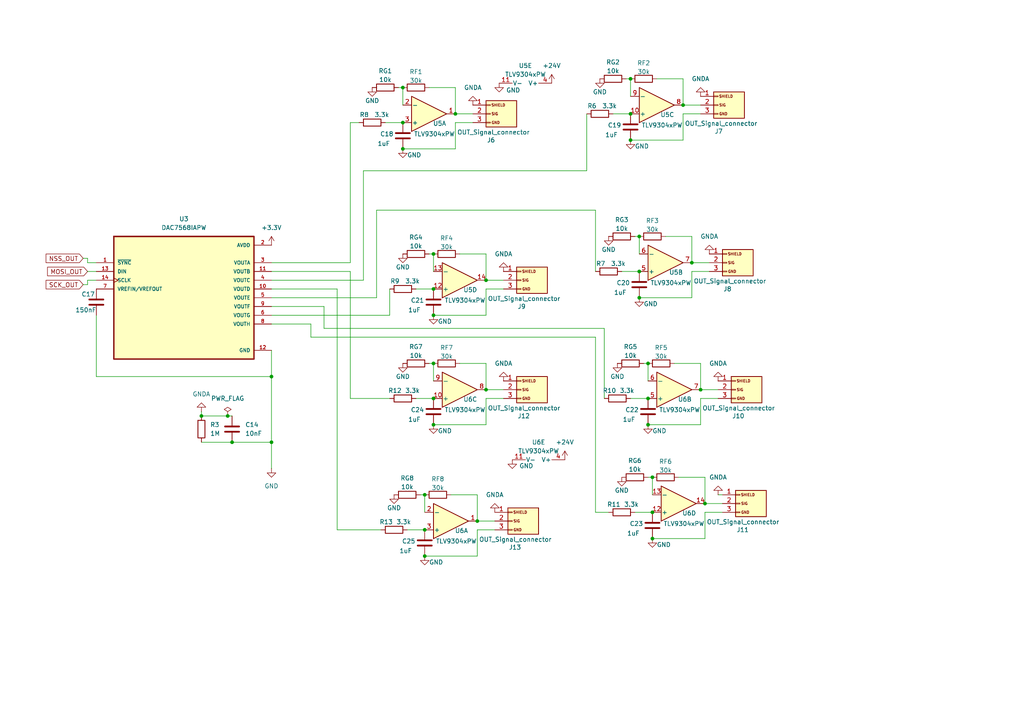
<source format=kicad_sch>
(kicad_sch
	(version 20250114)
	(generator "eeschema")
	(generator_version "9.0")
	(uuid "5d5c0cf1-53cc-4c27-8583-2a769ad09fdc")
	(paper "A4")
	(lib_symbols
		(symbol "Amplifier_Operational:TLV9304xPW"
			(pin_names
				(offset 0.127)
			)
			(exclude_from_sim no)
			(in_bom yes)
			(on_board yes)
			(property "Reference" "U"
				(at 0 5.08 0)
				(effects
					(font
						(size 1.27 1.27)
					)
					(justify left)
				)
			)
			(property "Value" "TLV9304xPW"
				(at 0 -5.08 0)
				(effects
					(font
						(size 1.27 1.27)
					)
					(justify left)
				)
			)
			(property "Footprint" "Package_SO:TSSOP-14_4.4x5mm_P0.65mm"
				(at -1.27 2.54 0)
				(effects
					(font
						(size 1.27 1.27)
					)
					(hide yes)
				)
			)
			(property "Datasheet" "https://www.ti.com/lit/ds/symlink/tlv9304.pdf"
				(at 1.27 5.08 0)
				(effects
					(font
						(size 1.27 1.27)
					)
					(hide yes)
				)
			)
			(property "Description" "40-V, 1-MHz, RRO Operational Amplifiers for Cost-Sensitive Systems, TSSOP-14"
				(at 0 0 0)
				(effects
					(font
						(size 1.27 1.27)
					)
					(hide yes)
				)
			)
			(property "ki_locked" ""
				(at 0 0 0)
				(effects
					(font
						(size 1.27 1.27)
					)
				)
			)
			(property "ki_keywords" "quad opamp 40V rail to rail output"
				(at 0 0 0)
				(effects
					(font
						(size 1.27 1.27)
					)
					(hide yes)
				)
			)
			(property "ki_fp_filters" "TSSOP*4.4x5mm*P0.65mm*"
				(at 0 0 0)
				(effects
					(font
						(size 1.27 1.27)
					)
					(hide yes)
				)
			)
			(symbol "TLV9304xPW_1_1"
				(polyline
					(pts
						(xy -5.08 5.08) (xy 5.08 0) (xy -5.08 -5.08) (xy -5.08 5.08)
					)
					(stroke
						(width 0.254)
						(type default)
					)
					(fill
						(type background)
					)
				)
				(pin input line
					(at -7.62 2.54 0)
					(length 2.54)
					(name "+"
						(effects
							(font
								(size 1.27 1.27)
							)
						)
					)
					(number "3"
						(effects
							(font
								(size 1.27 1.27)
							)
						)
					)
				)
				(pin input line
					(at -7.62 -2.54 0)
					(length 2.54)
					(name "-"
						(effects
							(font
								(size 1.27 1.27)
							)
						)
					)
					(number "2"
						(effects
							(font
								(size 1.27 1.27)
							)
						)
					)
				)
				(pin output line
					(at 7.62 0 180)
					(length 2.54)
					(name "~"
						(effects
							(font
								(size 1.27 1.27)
							)
						)
					)
					(number "1"
						(effects
							(font
								(size 1.27 1.27)
							)
						)
					)
				)
			)
			(symbol "TLV9304xPW_2_1"
				(polyline
					(pts
						(xy -5.08 5.08) (xy 5.08 0) (xy -5.08 -5.08) (xy -5.08 5.08)
					)
					(stroke
						(width 0.254)
						(type default)
					)
					(fill
						(type background)
					)
				)
				(pin input line
					(at -7.62 2.54 0)
					(length 2.54)
					(name "+"
						(effects
							(font
								(size 1.27 1.27)
							)
						)
					)
					(number "5"
						(effects
							(font
								(size 1.27 1.27)
							)
						)
					)
				)
				(pin input line
					(at -7.62 -2.54 0)
					(length 2.54)
					(name "-"
						(effects
							(font
								(size 1.27 1.27)
							)
						)
					)
					(number "6"
						(effects
							(font
								(size 1.27 1.27)
							)
						)
					)
				)
				(pin output line
					(at 7.62 0 180)
					(length 2.54)
					(name "~"
						(effects
							(font
								(size 1.27 1.27)
							)
						)
					)
					(number "7"
						(effects
							(font
								(size 1.27 1.27)
							)
						)
					)
				)
			)
			(symbol "TLV9304xPW_3_1"
				(polyline
					(pts
						(xy -5.08 5.08) (xy 5.08 0) (xy -5.08 -5.08) (xy -5.08 5.08)
					)
					(stroke
						(width 0.254)
						(type default)
					)
					(fill
						(type background)
					)
				)
				(pin input line
					(at -7.62 2.54 0)
					(length 2.54)
					(name "+"
						(effects
							(font
								(size 1.27 1.27)
							)
						)
					)
					(number "10"
						(effects
							(font
								(size 1.27 1.27)
							)
						)
					)
				)
				(pin input line
					(at -7.62 -2.54 0)
					(length 2.54)
					(name "-"
						(effects
							(font
								(size 1.27 1.27)
							)
						)
					)
					(number "9"
						(effects
							(font
								(size 1.27 1.27)
							)
						)
					)
				)
				(pin output line
					(at 7.62 0 180)
					(length 2.54)
					(name "~"
						(effects
							(font
								(size 1.27 1.27)
							)
						)
					)
					(number "8"
						(effects
							(font
								(size 1.27 1.27)
							)
						)
					)
				)
			)
			(symbol "TLV9304xPW_4_1"
				(polyline
					(pts
						(xy -5.08 5.08) (xy 5.08 0) (xy -5.08 -5.08) (xy -5.08 5.08)
					)
					(stroke
						(width 0.254)
						(type default)
					)
					(fill
						(type background)
					)
				)
				(pin input line
					(at -7.62 2.54 0)
					(length 2.54)
					(name "+"
						(effects
							(font
								(size 1.27 1.27)
							)
						)
					)
					(number "12"
						(effects
							(font
								(size 1.27 1.27)
							)
						)
					)
				)
				(pin input line
					(at -7.62 -2.54 0)
					(length 2.54)
					(name "-"
						(effects
							(font
								(size 1.27 1.27)
							)
						)
					)
					(number "13"
						(effects
							(font
								(size 1.27 1.27)
							)
						)
					)
				)
				(pin output line
					(at 7.62 0 180)
					(length 2.54)
					(name "~"
						(effects
							(font
								(size 1.27 1.27)
							)
						)
					)
					(number "14"
						(effects
							(font
								(size 1.27 1.27)
							)
						)
					)
				)
			)
			(symbol "TLV9304xPW_5_1"
				(pin power_in line
					(at -2.54 7.62 270)
					(length 3.81)
					(name "V+"
						(effects
							(font
								(size 1.27 1.27)
							)
						)
					)
					(number "4"
						(effects
							(font
								(size 1.27 1.27)
							)
						)
					)
				)
				(pin power_in line
					(at -2.54 -7.62 90)
					(length 3.81)
					(name "V-"
						(effects
							(font
								(size 1.27 1.27)
							)
						)
					)
					(number "11"
						(effects
							(font
								(size 1.27 1.27)
							)
						)
					)
				)
			)
			(embedded_fonts no)
		)
		(symbol "Conn_01x04_1"
			(pin_names
				(offset 1.016)
				(hide yes)
			)
			(exclude_from_sim no)
			(in_bom yes)
			(on_board yes)
			(property "Reference" "J6"
				(at 8.89 0.0001 0)
				(effects
					(font
						(size 1.27 1.27)
					)
					(justify left)
				)
			)
			(property "Value" "OUT_Signal_connector"
				(at 8.89 -2.5399 0)
				(effects
					(font
						(size 1.27 1.27)
					)
					(justify left)
				)
			)
			(property "Footprint" "Connector_Phoenix_MC:PhoenixContact_MCV_1,5_3-G-3.5_1x03_P3.50mm_Vertical"
				(at 4.318 11.176 0)
				(effects
					(font
						(size 1.27 1.27)
					)
					(hide yes)
				)
			)
			(property "Datasheet" "~"
				(at 0 0 0)
				(effects
					(font
						(size 1.27 1.27)
					)
					(hide yes)
				)
			)
			(property "Description" "Generic connector, single row, 01x04, script generated (kicad-library-utils/schlib/autogen/connector/)"
				(at 0.508 7.112 0)
				(effects
					(font
						(size 1.27 1.27)
					)
					(hide yes)
				)
			)
			(property "ki_keywords" "connector"
				(at 0 0 0)
				(effects
					(font
						(size 1.27 1.27)
					)
					(hide yes)
				)
			)
			(property "ki_fp_filters" "Connector*:*_1x??_*"
				(at 0 0 0)
				(effects
					(font
						(size 1.27 1.27)
					)
					(hide yes)
				)
			)
			(symbol "Conn_01x04_1_1_1"
				(rectangle
					(start -1.27 3.81)
					(end 7.62 -3.81)
					(stroke
						(width 0.254)
						(type default)
					)
					(fill
						(type background)
					)
				)
				(rectangle
					(start -1.27 2.667)
					(end 0 2.413)
					(stroke
						(width 0.1524)
						(type default)
					)
					(fill
						(type none)
					)
				)
				(rectangle
					(start -1.27 0.127)
					(end 0 -0.127)
					(stroke
						(width 0.1524)
						(type default)
					)
					(fill
						(type none)
					)
				)
				(rectangle
					(start -1.27 -2.413)
					(end 0 -2.667)
					(stroke
						(width 0.1524)
						(type default)
					)
					(fill
						(type none)
					)
				)
				(text "SIG"
					(at 1.27 0 0)
					(effects
						(font
							(size 0.762 0.762)
						)
					)
				)
				(text "GND\n"
					(at 1.524 -2.54 0)
					(effects
						(font
							(size 0.762 0.762)
						)
					)
				)
				(text "SHIELD\n"
					(at 2.286 2.54 0)
					(effects
						(font
							(size 0.762 0.762)
						)
					)
				)
				(pin passive line
					(at -5.08 2.54 0)
					(length 3.81)
					(name "SHIELD"
						(effects
							(font
								(size 1.27 1.27)
							)
						)
					)
					(number "1"
						(effects
							(font
								(size 1.27 1.27)
							)
						)
					)
				)
				(pin passive line
					(at -5.08 0 0)
					(length 3.81)
					(name "GND"
						(effects
							(font
								(size 1.27 1.27)
							)
						)
					)
					(number "2"
						(effects
							(font
								(size 1.27 1.27)
							)
						)
					)
				)
				(pin passive line
					(at -5.08 -2.54 0)
					(length 3.81)
					(name "SIG"
						(effects
							(font
								(size 1.27 1.27)
							)
						)
					)
					(number "3"
						(effects
							(font
								(size 1.27 1.27)
							)
						)
					)
				)
			)
			(embedded_fonts no)
		)
		(symbol "DAC7568IAPW:DAC7568IAPW"
			(pin_names
				(offset 1.016)
			)
			(exclude_from_sim no)
			(in_bom yes)
			(on_board yes)
			(property "Reference" "U"
				(at -20.32 18.78 0)
				(effects
					(font
						(size 1.27 1.27)
					)
					(justify left bottom)
				)
			)
			(property "Value" "DAC7568IAPW"
				(at -20.32 -21.78 0)
				(effects
					(font
						(size 1.27 1.27)
					)
					(justify left bottom)
				)
			)
			(property "Footprint" "DAC7568IAPW:SOP65P640X120-14N"
				(at 0 0 0)
				(effects
					(font
						(size 1.27 1.27)
					)
					(justify bottom)
					(hide yes)
				)
			)
			(property "Datasheet" ""
				(at 0 0 0)
				(effects
					(font
						(size 1.27 1.27)
					)
					(hide yes)
				)
			)
			(property "Description" ""
				(at 0 0 0)
				(effects
					(font
						(size 1.27 1.27)
					)
					(hide yes)
				)
			)
			(property "MF" "Texas Instruments"
				(at 0 0 0)
				(effects
					(font
						(size 1.27 1.27)
					)
					(justify bottom)
					(hide yes)
				)
			)
			(property "Description_1" "12-Bit, Octal Channel, Ultra-Low Glitch, Voltage Output DAC with 2.5V, 2ppm/°C Internal Reference"
				(at 0 0 0)
				(effects
					(font
						(size 1.27 1.27)
					)
					(justify bottom)
					(hide yes)
				)
			)
			(property "Package" "TSSOP-14 Texas Instruments"
				(at 0 0 0)
				(effects
					(font
						(size 1.27 1.27)
					)
					(justify bottom)
					(hide yes)
				)
			)
			(property "Price" "None"
				(at 0 0 0)
				(effects
					(font
						(size 1.27 1.27)
					)
					(justify bottom)
					(hide yes)
				)
			)
			(property "SnapEDA_Link" "https://www.snapeda.com/parts/DAC7568IAPW/Texas+Instruments/view-part/?ref=snap"
				(at 0 0 0)
				(effects
					(font
						(size 1.27 1.27)
					)
					(justify bottom)
					(hide yes)
				)
			)
			(property "MP" "DAC7568IAPW"
				(at 0 0 0)
				(effects
					(font
						(size 1.27 1.27)
					)
					(justify bottom)
					(hide yes)
				)
			)
			(property "Availability" "In Stock"
				(at 0 0 0)
				(effects
					(font
						(size 1.27 1.27)
					)
					(justify bottom)
					(hide yes)
				)
			)
			(property "Check_prices" "https://www.snapeda.com/parts/DAC7568IAPW/Texas+Instruments/view-part/?ref=eda"
				(at 0 0 0)
				(effects
					(font
						(size 1.27 1.27)
					)
					(justify bottom)
					(hide yes)
				)
			)
			(symbol "DAC7568IAPW_0_0"
				(rectangle
					(start -20.32 -17.78)
					(end 20.32 17.78)
					(stroke
						(width 0.41)
						(type default)
					)
					(fill
						(type background)
					)
				)
				(pin input line
					(at -25.4 10.16 0)
					(length 5.08)
					(name "~{SYNC}"
						(effects
							(font
								(size 1.016 1.016)
							)
						)
					)
					(number "1"
						(effects
							(font
								(size 1.016 1.016)
							)
						)
					)
				)
				(pin input line
					(at -25.4 7.62 0)
					(length 5.08)
					(name "DIN"
						(effects
							(font
								(size 1.016 1.016)
							)
						)
					)
					(number "13"
						(effects
							(font
								(size 1.016 1.016)
							)
						)
					)
				)
				(pin input clock
					(at -25.4 5.08 0)
					(length 5.08)
					(name "SCLK"
						(effects
							(font
								(size 1.016 1.016)
							)
						)
					)
					(number "14"
						(effects
							(font
								(size 1.016 1.016)
							)
						)
					)
				)
				(pin input line
					(at -25.4 2.54 0)
					(length 5.08)
					(name "VREFIN/VREFOUT"
						(effects
							(font
								(size 1.016 1.016)
							)
						)
					)
					(number "7"
						(effects
							(font
								(size 1.016 1.016)
							)
						)
					)
				)
				(pin power_in line
					(at 25.4 15.24 180)
					(length 5.08)
					(name "AVDD"
						(effects
							(font
								(size 1.016 1.016)
							)
						)
					)
					(number "2"
						(effects
							(font
								(size 1.016 1.016)
							)
						)
					)
				)
				(pin output line
					(at 25.4 10.16 180)
					(length 5.08)
					(name "VOUTA"
						(effects
							(font
								(size 1.016 1.016)
							)
						)
					)
					(number "3"
						(effects
							(font
								(size 1.016 1.016)
							)
						)
					)
				)
				(pin output line
					(at 25.4 7.62 180)
					(length 5.08)
					(name "VOUTB"
						(effects
							(font
								(size 1.016 1.016)
							)
						)
					)
					(number "11"
						(effects
							(font
								(size 1.016 1.016)
							)
						)
					)
				)
				(pin output line
					(at 25.4 5.08 180)
					(length 5.08)
					(name "VOUTC"
						(effects
							(font
								(size 1.016 1.016)
							)
						)
					)
					(number "4"
						(effects
							(font
								(size 1.016 1.016)
							)
						)
					)
				)
				(pin output line
					(at 25.4 2.54 180)
					(length 5.08)
					(name "VOUTD"
						(effects
							(font
								(size 1.016 1.016)
							)
						)
					)
					(number "10"
						(effects
							(font
								(size 1.016 1.016)
							)
						)
					)
				)
				(pin output line
					(at 25.4 0 180)
					(length 5.08)
					(name "VOUTE"
						(effects
							(font
								(size 1.016 1.016)
							)
						)
					)
					(number "5"
						(effects
							(font
								(size 1.016 1.016)
							)
						)
					)
				)
				(pin output line
					(at 25.4 -2.54 180)
					(length 5.08)
					(name "VOUTF"
						(effects
							(font
								(size 1.016 1.016)
							)
						)
					)
					(number "9"
						(effects
							(font
								(size 1.016 1.016)
							)
						)
					)
				)
				(pin output line
					(at 25.4 -5.08 180)
					(length 5.08)
					(name "VOUTG"
						(effects
							(font
								(size 1.016 1.016)
							)
						)
					)
					(number "6"
						(effects
							(font
								(size 1.016 1.016)
							)
						)
					)
				)
				(pin output line
					(at 25.4 -7.62 180)
					(length 5.08)
					(name "VOUTH"
						(effects
							(font
								(size 1.016 1.016)
							)
						)
					)
					(number "8"
						(effects
							(font
								(size 1.016 1.016)
							)
						)
					)
				)
				(pin power_in line
					(at 25.4 -15.24 180)
					(length 5.08)
					(name "GND"
						(effects
							(font
								(size 1.016 1.016)
							)
						)
					)
					(number "12"
						(effects
							(font
								(size 1.016 1.016)
							)
						)
					)
				)
			)
			(embedded_fonts no)
		)
		(symbol "Device:C"
			(pin_numbers
				(hide yes)
			)
			(pin_names
				(offset 0.254)
			)
			(exclude_from_sim no)
			(in_bom yes)
			(on_board yes)
			(property "Reference" "C"
				(at 0.635 2.54 0)
				(effects
					(font
						(size 1.27 1.27)
					)
					(justify left)
				)
			)
			(property "Value" "C"
				(at 0.635 -2.54 0)
				(effects
					(font
						(size 1.27 1.27)
					)
					(justify left)
				)
			)
			(property "Footprint" ""
				(at 0.9652 -3.81 0)
				(effects
					(font
						(size 1.27 1.27)
					)
					(hide yes)
				)
			)
			(property "Datasheet" "~"
				(at 0 0 0)
				(effects
					(font
						(size 1.27 1.27)
					)
					(hide yes)
				)
			)
			(property "Description" "Unpolarized capacitor"
				(at 0 0 0)
				(effects
					(font
						(size 1.27 1.27)
					)
					(hide yes)
				)
			)
			(property "ki_keywords" "cap capacitor"
				(at 0 0 0)
				(effects
					(font
						(size 1.27 1.27)
					)
					(hide yes)
				)
			)
			(property "ki_fp_filters" "C_*"
				(at 0 0 0)
				(effects
					(font
						(size 1.27 1.27)
					)
					(hide yes)
				)
			)
			(symbol "C_0_1"
				(polyline
					(pts
						(xy -2.032 0.762) (xy 2.032 0.762)
					)
					(stroke
						(width 0.508)
						(type default)
					)
					(fill
						(type none)
					)
				)
				(polyline
					(pts
						(xy -2.032 -0.762) (xy 2.032 -0.762)
					)
					(stroke
						(width 0.508)
						(type default)
					)
					(fill
						(type none)
					)
				)
			)
			(symbol "C_1_1"
				(pin passive line
					(at 0 3.81 270)
					(length 2.794)
					(name "~"
						(effects
							(font
								(size 1.27 1.27)
							)
						)
					)
					(number "1"
						(effects
							(font
								(size 1.27 1.27)
							)
						)
					)
				)
				(pin passive line
					(at 0 -3.81 90)
					(length 2.794)
					(name "~"
						(effects
							(font
								(size 1.27 1.27)
							)
						)
					)
					(number "2"
						(effects
							(font
								(size 1.27 1.27)
							)
						)
					)
				)
			)
			(embedded_fonts no)
		)
		(symbol "Device:R"
			(pin_numbers
				(hide yes)
			)
			(pin_names
				(offset 0)
			)
			(exclude_from_sim no)
			(in_bom yes)
			(on_board yes)
			(property "Reference" "R"
				(at 2.032 0 90)
				(effects
					(font
						(size 1.27 1.27)
					)
				)
			)
			(property "Value" "R"
				(at 0 0 90)
				(effects
					(font
						(size 1.27 1.27)
					)
				)
			)
			(property "Footprint" ""
				(at -1.778 0 90)
				(effects
					(font
						(size 1.27 1.27)
					)
					(hide yes)
				)
			)
			(property "Datasheet" "~"
				(at 0 0 0)
				(effects
					(font
						(size 1.27 1.27)
					)
					(hide yes)
				)
			)
			(property "Description" "Resistor"
				(at 0 0 0)
				(effects
					(font
						(size 1.27 1.27)
					)
					(hide yes)
				)
			)
			(property "ki_keywords" "R res resistor"
				(at 0 0 0)
				(effects
					(font
						(size 1.27 1.27)
					)
					(hide yes)
				)
			)
			(property "ki_fp_filters" "R_*"
				(at 0 0 0)
				(effects
					(font
						(size 1.27 1.27)
					)
					(hide yes)
				)
			)
			(symbol "R_0_1"
				(rectangle
					(start -1.016 -2.54)
					(end 1.016 2.54)
					(stroke
						(width 0.254)
						(type default)
					)
					(fill
						(type none)
					)
				)
			)
			(symbol "R_1_1"
				(pin passive line
					(at 0 3.81 270)
					(length 1.27)
					(name "~"
						(effects
							(font
								(size 1.27 1.27)
							)
						)
					)
					(number "1"
						(effects
							(font
								(size 1.27 1.27)
							)
						)
					)
				)
				(pin passive line
					(at 0 -3.81 90)
					(length 1.27)
					(name "~"
						(effects
							(font
								(size 1.27 1.27)
							)
						)
					)
					(number "2"
						(effects
							(font
								(size 1.27 1.27)
							)
						)
					)
				)
			)
			(embedded_fonts no)
		)
		(symbol "power:+24V"
			(power)
			(pin_numbers
				(hide yes)
			)
			(pin_names
				(offset 0)
				(hide yes)
			)
			(exclude_from_sim no)
			(in_bom yes)
			(on_board yes)
			(property "Reference" "#PWR"
				(at 0 -3.81 0)
				(effects
					(font
						(size 1.27 1.27)
					)
					(hide yes)
				)
			)
			(property "Value" "+24V"
				(at 0 3.556 0)
				(effects
					(font
						(size 1.27 1.27)
					)
				)
			)
			(property "Footprint" ""
				(at 0 0 0)
				(effects
					(font
						(size 1.27 1.27)
					)
					(hide yes)
				)
			)
			(property "Datasheet" ""
				(at 0 0 0)
				(effects
					(font
						(size 1.27 1.27)
					)
					(hide yes)
				)
			)
			(property "Description" "Power symbol creates a global label with name \"+24V\""
				(at 0 0 0)
				(effects
					(font
						(size 1.27 1.27)
					)
					(hide yes)
				)
			)
			(property "ki_keywords" "global power"
				(at 0 0 0)
				(effects
					(font
						(size 1.27 1.27)
					)
					(hide yes)
				)
			)
			(symbol "+24V_0_1"
				(polyline
					(pts
						(xy -0.762 1.27) (xy 0 2.54)
					)
					(stroke
						(width 0)
						(type default)
					)
					(fill
						(type none)
					)
				)
				(polyline
					(pts
						(xy 0 2.54) (xy 0.762 1.27)
					)
					(stroke
						(width 0)
						(type default)
					)
					(fill
						(type none)
					)
				)
				(polyline
					(pts
						(xy 0 0) (xy 0 2.54)
					)
					(stroke
						(width 0)
						(type default)
					)
					(fill
						(type none)
					)
				)
			)
			(symbol "+24V_1_1"
				(pin power_in line
					(at 0 0 90)
					(length 0)
					(name "~"
						(effects
							(font
								(size 1.27 1.27)
							)
						)
					)
					(number "1"
						(effects
							(font
								(size 1.27 1.27)
							)
						)
					)
				)
			)
			(embedded_fonts no)
		)
		(symbol "power:+3.3V"
			(power)
			(pin_numbers
				(hide yes)
			)
			(pin_names
				(offset 0)
				(hide yes)
			)
			(exclude_from_sim no)
			(in_bom yes)
			(on_board yes)
			(property "Reference" "#PWR"
				(at 0 -3.81 0)
				(effects
					(font
						(size 1.27 1.27)
					)
					(hide yes)
				)
			)
			(property "Value" "+3.3V"
				(at 0 3.556 0)
				(effects
					(font
						(size 1.27 1.27)
					)
				)
			)
			(property "Footprint" ""
				(at 0 0 0)
				(effects
					(font
						(size 1.27 1.27)
					)
					(hide yes)
				)
			)
			(property "Datasheet" ""
				(at 0 0 0)
				(effects
					(font
						(size 1.27 1.27)
					)
					(hide yes)
				)
			)
			(property "Description" "Power symbol creates a global label with name \"+3.3V\""
				(at 0 0 0)
				(effects
					(font
						(size 1.27 1.27)
					)
					(hide yes)
				)
			)
			(property "ki_keywords" "global power"
				(at 0 0 0)
				(effects
					(font
						(size 1.27 1.27)
					)
					(hide yes)
				)
			)
			(symbol "+3.3V_0_1"
				(polyline
					(pts
						(xy -0.762 1.27) (xy 0 2.54)
					)
					(stroke
						(width 0)
						(type default)
					)
					(fill
						(type none)
					)
				)
				(polyline
					(pts
						(xy 0 2.54) (xy 0.762 1.27)
					)
					(stroke
						(width 0)
						(type default)
					)
					(fill
						(type none)
					)
				)
				(polyline
					(pts
						(xy 0 0) (xy 0 2.54)
					)
					(stroke
						(width 0)
						(type default)
					)
					(fill
						(type none)
					)
				)
			)
			(symbol "+3.3V_1_1"
				(pin power_in line
					(at 0 0 90)
					(length 0)
					(name "~"
						(effects
							(font
								(size 1.27 1.27)
							)
						)
					)
					(number "1"
						(effects
							(font
								(size 1.27 1.27)
							)
						)
					)
				)
			)
			(embedded_fonts no)
		)
		(symbol "power:GND"
			(power)
			(pin_numbers
				(hide yes)
			)
			(pin_names
				(offset 0)
				(hide yes)
			)
			(exclude_from_sim no)
			(in_bom yes)
			(on_board yes)
			(property "Reference" "#PWR"
				(at 0 -6.35 0)
				(effects
					(font
						(size 1.27 1.27)
					)
					(hide yes)
				)
			)
			(property "Value" "GND"
				(at 0 -3.81 0)
				(effects
					(font
						(size 1.27 1.27)
					)
				)
			)
			(property "Footprint" ""
				(at 0 0 0)
				(effects
					(font
						(size 1.27 1.27)
					)
					(hide yes)
				)
			)
			(property "Datasheet" ""
				(at 0 0 0)
				(effects
					(font
						(size 1.27 1.27)
					)
					(hide yes)
				)
			)
			(property "Description" "Power symbol creates a global label with name \"GND\" , ground"
				(at 0 0 0)
				(effects
					(font
						(size 1.27 1.27)
					)
					(hide yes)
				)
			)
			(property "ki_keywords" "global power"
				(at 0 0 0)
				(effects
					(font
						(size 1.27 1.27)
					)
					(hide yes)
				)
			)
			(symbol "GND_0_1"
				(polyline
					(pts
						(xy 0 0) (xy 0 -1.27) (xy 1.27 -1.27) (xy 0 -2.54) (xy -1.27 -1.27) (xy 0 -1.27)
					)
					(stroke
						(width 0)
						(type default)
					)
					(fill
						(type none)
					)
				)
			)
			(symbol "GND_1_1"
				(pin power_in line
					(at 0 0 270)
					(length 0)
					(name "~"
						(effects
							(font
								(size 1.27 1.27)
							)
						)
					)
					(number "1"
						(effects
							(font
								(size 1.27 1.27)
							)
						)
					)
				)
			)
			(embedded_fonts no)
		)
		(symbol "power:GNDA"
			(power)
			(pin_numbers
				(hide yes)
			)
			(pin_names
				(offset 0)
				(hide yes)
			)
			(exclude_from_sim no)
			(in_bom yes)
			(on_board yes)
			(property "Reference" "#PWR"
				(at 0 -6.35 0)
				(effects
					(font
						(size 1.27 1.27)
					)
					(hide yes)
				)
			)
			(property "Value" "GNDA"
				(at 0 -3.81 0)
				(effects
					(font
						(size 1.27 1.27)
					)
				)
			)
			(property "Footprint" ""
				(at 0 0 0)
				(effects
					(font
						(size 1.27 1.27)
					)
					(hide yes)
				)
			)
			(property "Datasheet" ""
				(at 0 0 0)
				(effects
					(font
						(size 1.27 1.27)
					)
					(hide yes)
				)
			)
			(property "Description" "Power symbol creates a global label with name \"GNDA\" , analog ground"
				(at 0 0 0)
				(effects
					(font
						(size 1.27 1.27)
					)
					(hide yes)
				)
			)
			(property "ki_keywords" "global power"
				(at 0 0 0)
				(effects
					(font
						(size 1.27 1.27)
					)
					(hide yes)
				)
			)
			(symbol "GNDA_0_1"
				(polyline
					(pts
						(xy 0 0) (xy 0 -1.27) (xy 1.27 -1.27) (xy 0 -2.54) (xy -1.27 -1.27) (xy 0 -1.27)
					)
					(stroke
						(width 0)
						(type default)
					)
					(fill
						(type none)
					)
				)
			)
			(symbol "GNDA_1_1"
				(pin power_in line
					(at 0 0 270)
					(length 0)
					(name "~"
						(effects
							(font
								(size 1.27 1.27)
							)
						)
					)
					(number "1"
						(effects
							(font
								(size 1.27 1.27)
							)
						)
					)
				)
			)
			(embedded_fonts no)
		)
		(symbol "power:PWR_FLAG"
			(power)
			(pin_numbers
				(hide yes)
			)
			(pin_names
				(offset 0)
				(hide yes)
			)
			(exclude_from_sim no)
			(in_bom yes)
			(on_board yes)
			(property "Reference" "#FLG"
				(at 0 1.905 0)
				(effects
					(font
						(size 1.27 1.27)
					)
					(hide yes)
				)
			)
			(property "Value" "PWR_FLAG"
				(at 0 3.81 0)
				(effects
					(font
						(size 1.27 1.27)
					)
				)
			)
			(property "Footprint" ""
				(at 0 0 0)
				(effects
					(font
						(size 1.27 1.27)
					)
					(hide yes)
				)
			)
			(property "Datasheet" "~"
				(at 0 0 0)
				(effects
					(font
						(size 1.27 1.27)
					)
					(hide yes)
				)
			)
			(property "Description" "Special symbol for telling ERC where power comes from"
				(at 0 0 0)
				(effects
					(font
						(size 1.27 1.27)
					)
					(hide yes)
				)
			)
			(property "ki_keywords" "flag power"
				(at 0 0 0)
				(effects
					(font
						(size 1.27 1.27)
					)
					(hide yes)
				)
			)
			(symbol "PWR_FLAG_0_0"
				(pin power_out line
					(at 0 0 90)
					(length 0)
					(name "~"
						(effects
							(font
								(size 1.27 1.27)
							)
						)
					)
					(number "1"
						(effects
							(font
								(size 1.27 1.27)
							)
						)
					)
				)
			)
			(symbol "PWR_FLAG_0_1"
				(polyline
					(pts
						(xy 0 0) (xy 0 1.27) (xy -1.016 1.905) (xy 0 2.54) (xy 1.016 1.905) (xy 0 1.27)
					)
					(stroke
						(width 0)
						(type default)
					)
					(fill
						(type none)
					)
				)
			)
			(embedded_fonts no)
		)
	)
	(junction
		(at 198.12 30.48)
		(diameter 0)
		(color 0 0 0 0)
		(uuid "0082d2a1-de8a-4166-ac36-4827b609dd24")
	)
	(junction
		(at 185.42 86.36)
		(diameter 0)
		(color 0 0 0 0)
		(uuid "048bb9c8-30c9-45b5-a471-a3ce5d86e4c2")
	)
	(junction
		(at 132.08 33.02)
		(diameter 0)
		(color 0 0 0 0)
		(uuid "0a1051a7-8aad-47d9-b74b-b0ce89730508")
	)
	(junction
		(at 125.73 105.41)
		(diameter 0)
		(color 0 0 0 0)
		(uuid "0d829131-7927-483e-b9c7-4b73896c199f")
	)
	(junction
		(at 204.47 146.05)
		(diameter 0)
		(color 0 0 0 0)
		(uuid "241015f6-c87d-4727-817c-6b70ad40e69f")
	)
	(junction
		(at 116.84 35.56)
		(diameter 0)
		(color 0 0 0 0)
		(uuid "2546a041-f88e-47a7-a5ef-9d095dfd0977")
	)
	(junction
		(at 189.23 138.43)
		(diameter 0)
		(color 0 0 0 0)
		(uuid "370b4be2-7666-401f-8075-3d5b155dbab1")
	)
	(junction
		(at 123.19 161.29)
		(diameter 0)
		(color 0 0 0 0)
		(uuid "3b9d7573-1fcf-4127-bf05-97a8da0ffd9b")
	)
	(junction
		(at 189.23 148.59)
		(diameter 0)
		(color 0 0 0 0)
		(uuid "4264aba5-3ff5-45bf-8f03-ca49227f30b2")
	)
	(junction
		(at 78.74 128.27)
		(diameter 0)
		(color 0 0 0 0)
		(uuid "5ebed698-0269-4d4b-be2d-127de23f71f2")
	)
	(junction
		(at 140.97 113.03)
		(diameter 0)
		(color 0 0 0 0)
		(uuid "64b62332-a5f6-42da-b4fb-1b33327b2614")
	)
	(junction
		(at 138.43 151.13)
		(diameter 0)
		(color 0 0 0 0)
		(uuid "7b774afc-e8ff-4f93-8ec5-4edfef19dde9")
	)
	(junction
		(at 116.84 25.4)
		(diameter 0)
		(color 0 0 0 0)
		(uuid "7fcf3df6-de57-4704-926f-08870ba1d5a8")
	)
	(junction
		(at 185.42 78.74)
		(diameter 0)
		(color 0 0 0 0)
		(uuid "840d19ea-f5e4-4c8d-90cf-d8a7ac27acf9")
	)
	(junction
		(at 125.73 91.44)
		(diameter 0)
		(color 0 0 0 0)
		(uuid "87203e62-274e-4266-b798-67c6f59375ef")
	)
	(junction
		(at 125.73 115.57)
		(diameter 0)
		(color 0 0 0 0)
		(uuid "8c6d0a4e-b6f6-48b2-a7a7-789da6240cd4")
	)
	(junction
		(at 58.42 120.65)
		(diameter 0)
		(color 0 0 0 0)
		(uuid "95cb565f-2143-4741-a0cd-2efad8242b87")
	)
	(junction
		(at 182.88 33.02)
		(diameter 0)
		(color 0 0 0 0)
		(uuid "a1fff80a-18c4-43eb-b997-6f625799936f")
	)
	(junction
		(at 125.73 83.82)
		(diameter 0)
		(color 0 0 0 0)
		(uuid "a2cf72d5-6890-49f2-9ae1-319f78beb59a")
	)
	(junction
		(at 67.31 128.27)
		(diameter 0)
		(color 0 0 0 0)
		(uuid "a6759425-ab99-4f7d-8404-d170c0549de1")
	)
	(junction
		(at 140.97 81.28)
		(diameter 0)
		(color 0 0 0 0)
		(uuid "a7e90ead-4701-4e33-88a0-418ac6c3d426")
	)
	(junction
		(at 116.84 43.18)
		(diameter 0)
		(color 0 0 0 0)
		(uuid "a8d2ffa9-76aa-4e9b-9fcc-53ffd229c4af")
	)
	(junction
		(at 66.04 120.65)
		(diameter 0)
		(color 0 0 0 0)
		(uuid "b140fd19-5de1-4dfa-af45-b34b8bcea303")
	)
	(junction
		(at 187.96 123.19)
		(diameter 0)
		(color 0 0 0 0)
		(uuid "b43a13cd-c8fb-495a-b4ef-39b39a5e264b")
	)
	(junction
		(at 123.19 143.51)
		(diameter 0)
		(color 0 0 0 0)
		(uuid "b7428e28-719f-4ea6-b262-56ead43589d8")
	)
	(junction
		(at 78.74 109.22)
		(diameter 0)
		(color 0 0 0 0)
		(uuid "bdcca2da-22a3-41dd-8962-066ce31d03c9")
	)
	(junction
		(at 125.73 123.19)
		(diameter 0)
		(color 0 0 0 0)
		(uuid "c127f6f9-250d-4679-bd19-840d032ed951")
	)
	(junction
		(at 200.66 76.2)
		(diameter 0)
		(color 0 0 0 0)
		(uuid "cad593bf-81e4-4672-b2d7-3619450b58bf")
	)
	(junction
		(at 203.2 113.03)
		(diameter 0)
		(color 0 0 0 0)
		(uuid "ce2c2735-c7d7-4fd9-816d-99ec340b7ab6")
	)
	(junction
		(at 185.42 68.58)
		(diameter 0)
		(color 0 0 0 0)
		(uuid "cf170962-c893-4ade-8746-2bed7d752e78")
	)
	(junction
		(at 189.23 156.21)
		(diameter 0)
		(color 0 0 0 0)
		(uuid "d4943b53-1bb9-4b85-bf0a-9f239f0d0802")
	)
	(junction
		(at 125.73 73.66)
		(diameter 0)
		(color 0 0 0 0)
		(uuid "d5e64187-925f-4e18-ab4b-a0727ebf1fc8")
	)
	(junction
		(at 123.19 153.67)
		(diameter 0)
		(color 0 0 0 0)
		(uuid "de562138-8409-4446-a524-9220cc3d523d")
	)
	(junction
		(at 187.96 105.41)
		(diameter 0)
		(color 0 0 0 0)
		(uuid "e1249360-cbcd-4358-b972-65d21ec6a8e9")
	)
	(junction
		(at 187.96 115.57)
		(diameter 0)
		(color 0 0 0 0)
		(uuid "e6057e57-aa49-4138-8b4a-982393f6c00c")
	)
	(junction
		(at 182.88 22.86)
		(diameter 0)
		(color 0 0 0 0)
		(uuid "f0cd8447-1085-47e5-9aef-8b855e53fdf8")
	)
	(junction
		(at 182.88 40.64)
		(diameter 0)
		(color 0 0 0 0)
		(uuid "fdbdfd4d-39ca-47e1-8cc1-f8f896685b72")
	)
	(wire
		(pts
			(xy 78.74 78.74) (xy 101.6 78.74)
		)
		(stroke
			(width 0)
			(type default)
		)
		(uuid "00c35643-6860-4eda-92cf-64eab366cbb5")
	)
	(wire
		(pts
			(xy 78.74 135.89) (xy 78.74 128.27)
		)
		(stroke
			(width 0)
			(type default)
		)
		(uuid "01a52527-bcd3-4268-98e8-d05253eded03")
	)
	(wire
		(pts
			(xy 182.88 115.57) (xy 187.96 115.57)
		)
		(stroke
			(width 0)
			(type default)
		)
		(uuid "0349cf84-a00d-4734-be61-73cf98ad55ea")
	)
	(wire
		(pts
			(xy 204.47 156.21) (xy 204.47 148.59)
		)
		(stroke
			(width 0)
			(type default)
		)
		(uuid "037eab13-40e5-481b-9409-b801f7c4cc50")
	)
	(wire
		(pts
			(xy 124.46 105.41) (xy 125.73 105.41)
		)
		(stroke
			(width 0)
			(type default)
		)
		(uuid "09a0cc94-c787-4ffb-981f-ee9b900be40e")
	)
	(wire
		(pts
			(xy 133.35 73.66) (xy 140.97 73.66)
		)
		(stroke
			(width 0)
			(type default)
		)
		(uuid "09d6a7f9-039f-4dc7-898a-bc09d4453855")
	)
	(wire
		(pts
			(xy 187.96 110.49) (xy 187.96 105.41)
		)
		(stroke
			(width 0)
			(type default)
		)
		(uuid "0c75fb3d-4653-4313-acb7-80563135ad9f")
	)
	(wire
		(pts
			(xy 138.43 151.13) (xy 143.51 151.13)
		)
		(stroke
			(width 0)
			(type default)
		)
		(uuid "0f23ca98-0799-4347-883d-fe5dbc2eb0a1")
	)
	(wire
		(pts
			(xy 111.76 35.56) (xy 116.84 35.56)
		)
		(stroke
			(width 0)
			(type default)
		)
		(uuid "11038270-728b-4b68-beea-a5ed33d8f6bf")
	)
	(wire
		(pts
			(xy 195.58 105.41) (xy 203.2 105.41)
		)
		(stroke
			(width 0)
			(type default)
		)
		(uuid "14868b88-7b91-4fa8-abbd-a64262370e64")
	)
	(wire
		(pts
			(xy 185.42 86.36) (xy 200.66 86.36)
		)
		(stroke
			(width 0)
			(type default)
		)
		(uuid "16ad0021-66f4-40ea-af89-835aeb765ab1")
	)
	(wire
		(pts
			(xy 123.19 148.59) (xy 123.19 143.51)
		)
		(stroke
			(width 0)
			(type default)
		)
		(uuid "197cd316-f9b7-4b5a-b782-5a4fdcde7bb5")
	)
	(wire
		(pts
			(xy 93.98 88.9) (xy 93.98 95.25)
		)
		(stroke
			(width 0)
			(type default)
		)
		(uuid "1a9f63a1-cf89-4446-b5d4-cd7191e7fc45")
	)
	(wire
		(pts
			(xy 125.73 110.49) (xy 125.73 105.41)
		)
		(stroke
			(width 0)
			(type default)
		)
		(uuid "1abb9aa1-e335-4d68-863a-ff9bb7c6002a")
	)
	(wire
		(pts
			(xy 208.28 143.51) (xy 209.55 143.51)
		)
		(stroke
			(width 0)
			(type default)
		)
		(uuid "1beca784-551b-487c-98a9-302b8c65f11b")
	)
	(wire
		(pts
			(xy 25.4 78.74) (xy 27.94 78.74)
		)
		(stroke
			(width 0)
			(type default)
		)
		(uuid "2092b65d-c426-4701-93cf-2e92fed99411")
	)
	(wire
		(pts
			(xy 101.6 115.57) (xy 113.03 115.57)
		)
		(stroke
			(width 0)
			(type default)
		)
		(uuid "22604ee4-771d-4c4f-a91d-79dd1a15ae07")
	)
	(wire
		(pts
			(xy 172.72 148.59) (xy 176.53 148.59)
		)
		(stroke
			(width 0)
			(type default)
		)
		(uuid "2310eeb8-d2bf-4d73-98a6-29d2fca8db62")
	)
	(wire
		(pts
			(xy 105.41 49.53) (xy 170.18 49.53)
		)
		(stroke
			(width 0)
			(type default)
		)
		(uuid "24778c43-5dff-4494-a06b-3bebd5123e78")
	)
	(wire
		(pts
			(xy 175.26 95.25) (xy 175.26 115.57)
		)
		(stroke
			(width 0)
			(type default)
		)
		(uuid "255f62fa-b8ad-42b4-ad47-ff9208fc41b6")
	)
	(wire
		(pts
			(xy 125.73 78.74) (xy 125.73 73.66)
		)
		(stroke
			(width 0)
			(type default)
		)
		(uuid "26302b71-ff5f-4c24-aa4c-a8f2fef8c6cf")
	)
	(wire
		(pts
			(xy 27.94 76.2) (xy 25.4 76.2)
		)
		(stroke
			(width 0)
			(type default)
		)
		(uuid "28de86e1-e4de-4595-a99b-1ab7fc66c681")
	)
	(wire
		(pts
			(xy 140.97 73.66) (xy 140.97 81.28)
		)
		(stroke
			(width 0)
			(type default)
		)
		(uuid "2b70226b-fde3-40a2-a0dc-de6de64eb319")
	)
	(wire
		(pts
			(xy 113.03 91.44) (xy 113.03 83.82)
		)
		(stroke
			(width 0)
			(type default)
		)
		(uuid "3a952013-749d-4fbd-b380-9744b533afaa")
	)
	(wire
		(pts
			(xy 27.94 91.44) (xy 27.94 109.22)
		)
		(stroke
			(width 0)
			(type default)
		)
		(uuid "3ba11839-ff63-4b80-98a6-62be1e291842")
	)
	(wire
		(pts
			(xy 196.85 138.43) (xy 204.47 138.43)
		)
		(stroke
			(width 0)
			(type default)
		)
		(uuid "3f31ad41-f7a1-4692-810b-a9e59c49b849")
	)
	(wire
		(pts
			(xy 109.22 86.36) (xy 109.22 60.96)
		)
		(stroke
			(width 0)
			(type default)
		)
		(uuid "417bf9e2-7c60-4137-b8bd-2e27b5904854")
	)
	(wire
		(pts
			(xy 132.08 33.02) (xy 137.16 33.02)
		)
		(stroke
			(width 0)
			(type default)
		)
		(uuid "41ffcf17-7b08-4eb6-a154-80540011b1af")
	)
	(wire
		(pts
			(xy 172.72 60.96) (xy 172.72 78.74)
		)
		(stroke
			(width 0)
			(type default)
		)
		(uuid "492b29a2-6a01-4b6a-98d0-bed49747d96d")
	)
	(wire
		(pts
			(xy 125.73 91.44) (xy 140.97 91.44)
		)
		(stroke
			(width 0)
			(type default)
		)
		(uuid "4e701294-d000-429a-bf73-0a4c0949ae61")
	)
	(wire
		(pts
			(xy 101.6 78.74) (xy 101.6 115.57)
		)
		(stroke
			(width 0)
			(type default)
		)
		(uuid "522a3408-0a64-4860-bb94-74a57569ca18")
	)
	(wire
		(pts
			(xy 97.79 153.67) (xy 110.49 153.67)
		)
		(stroke
			(width 0)
			(type default)
		)
		(uuid "58fa4551-76e0-47ee-b1bd-fbd263a162db")
	)
	(wire
		(pts
			(xy 203.2 113.03) (xy 208.28 113.03)
		)
		(stroke
			(width 0)
			(type default)
		)
		(uuid "59a7236a-b72a-47d0-abd1-9ed9f4c0058f")
	)
	(wire
		(pts
			(xy 116.84 43.18) (xy 132.08 43.18)
		)
		(stroke
			(width 0)
			(type default)
		)
		(uuid "5a3ecfd2-bcec-4835-97e3-7ef722c89713")
	)
	(wire
		(pts
			(xy 67.31 128.27) (xy 78.74 128.27)
		)
		(stroke
			(width 0)
			(type default)
		)
		(uuid "5ae7d5f1-3c3d-4136-8fb9-5a142632c445")
	)
	(wire
		(pts
			(xy 140.97 123.19) (xy 140.97 115.57)
		)
		(stroke
			(width 0)
			(type default)
		)
		(uuid "5d099b4f-5773-48f0-b7d6-f1c4def2c813")
	)
	(wire
		(pts
			(xy 189.23 156.21) (xy 204.47 156.21)
		)
		(stroke
			(width 0)
			(type default)
		)
		(uuid "6077fa4e-d228-4100-8b03-5307c1bd1b00")
	)
	(wire
		(pts
			(xy 121.92 143.51) (xy 123.19 143.51)
		)
		(stroke
			(width 0)
			(type default)
		)
		(uuid "621b6de1-6143-4c8a-aae6-91d0777e67c0")
	)
	(wire
		(pts
			(xy 132.08 25.4) (xy 132.08 33.02)
		)
		(stroke
			(width 0)
			(type default)
		)
		(uuid "6477f494-903b-48c2-a35e-a245c363f341")
	)
	(wire
		(pts
			(xy 93.98 95.25) (xy 175.26 95.25)
		)
		(stroke
			(width 0)
			(type default)
		)
		(uuid "684bbc64-f4e5-403a-8a5e-0c6e8c6ad0b9")
	)
	(wire
		(pts
			(xy 182.88 40.64) (xy 198.12 40.64)
		)
		(stroke
			(width 0)
			(type default)
		)
		(uuid "69a6fca0-ff52-4d0d-97fb-b65496ca871d")
	)
	(wire
		(pts
			(xy 78.74 76.2) (xy 101.6 76.2)
		)
		(stroke
			(width 0)
			(type default)
		)
		(uuid "6a8b25f8-8d0a-492e-8aa8-98bf59c3a658")
	)
	(wire
		(pts
			(xy 140.97 81.28) (xy 146.05 81.28)
		)
		(stroke
			(width 0)
			(type default)
		)
		(uuid "6b8ae588-a791-454a-85ee-559cd5ca2b42")
	)
	(wire
		(pts
			(xy 204.47 148.59) (xy 209.55 148.59)
		)
		(stroke
			(width 0)
			(type default)
		)
		(uuid "6bffb8c3-bc93-4863-843b-b0d80545e203")
	)
	(wire
		(pts
			(xy 140.97 83.82) (xy 146.05 83.82)
		)
		(stroke
			(width 0)
			(type default)
		)
		(uuid "6c21e763-0c4e-485b-908f-009d50529064")
	)
	(wire
		(pts
			(xy 25.4 76.2) (xy 25.4 74.93)
		)
		(stroke
			(width 0)
			(type default)
		)
		(uuid "73609f48-9b7d-4019-89be-c456be7fa7e9")
	)
	(wire
		(pts
			(xy 90.17 93.98) (xy 90.17 97.79)
		)
		(stroke
			(width 0)
			(type default)
		)
		(uuid "74632c24-ecd8-472b-9e62-c06f7ffdea4d")
	)
	(wire
		(pts
			(xy 25.4 81.28) (xy 27.94 81.28)
		)
		(stroke
			(width 0)
			(type default)
		)
		(uuid "753dbaab-472b-475f-907b-0ef3dedd10f8")
	)
	(wire
		(pts
			(xy 189.23 143.51) (xy 189.23 138.43)
		)
		(stroke
			(width 0)
			(type default)
		)
		(uuid "759a2710-3fe2-49ba-8cd6-150e5f9d1f50")
	)
	(wire
		(pts
			(xy 58.42 120.65) (xy 66.04 120.65)
		)
		(stroke
			(width 0)
			(type default)
		)
		(uuid "76b5b5a4-782b-4774-9b6b-2d1652d7e9d0")
	)
	(wire
		(pts
			(xy 184.15 68.58) (xy 185.42 68.58)
		)
		(stroke
			(width 0)
			(type default)
		)
		(uuid "7ccccb07-0c75-451b-b0ab-40ed56556e87")
	)
	(wire
		(pts
			(xy 190.5 22.86) (xy 198.12 22.86)
		)
		(stroke
			(width 0)
			(type default)
		)
		(uuid "7d2bb308-4ab7-4ba4-8c8d-7ce50f353322")
	)
	(wire
		(pts
			(xy 125.73 123.19) (xy 140.97 123.19)
		)
		(stroke
			(width 0)
			(type default)
		)
		(uuid "808ae19a-e32e-4871-8bec-04c5c696a651")
	)
	(wire
		(pts
			(xy 24.13 82.55) (xy 25.4 82.55)
		)
		(stroke
			(width 0)
			(type default)
		)
		(uuid "8203fec0-6be0-48d1-8134-01ea29fea0c1")
	)
	(wire
		(pts
			(xy 200.66 76.2) (xy 205.74 76.2)
		)
		(stroke
			(width 0)
			(type default)
		)
		(uuid "893ed629-9f86-494f-9ccc-4a72decd5bf5")
	)
	(wire
		(pts
			(xy 140.97 91.44) (xy 140.97 83.82)
		)
		(stroke
			(width 0)
			(type default)
		)
		(uuid "8c63358c-f24f-484d-8cb3-2e6e8bcb73ad")
	)
	(wire
		(pts
			(xy 187.96 138.43) (xy 189.23 138.43)
		)
		(stroke
			(width 0)
			(type default)
		)
		(uuid "8e0a50af-b3ca-407f-8914-b27c9071b6a7")
	)
	(wire
		(pts
			(xy 198.12 22.86) (xy 198.12 30.48)
		)
		(stroke
			(width 0)
			(type default)
		)
		(uuid "8f00e23a-fc3d-4b50-8e6f-46fb6efdc135")
	)
	(wire
		(pts
			(xy 66.04 120.65) (xy 67.31 120.65)
		)
		(stroke
			(width 0)
			(type default)
		)
		(uuid "92a67876-939d-46d8-b023-e22a8efd5762")
	)
	(wire
		(pts
			(xy 105.41 81.28) (xy 105.41 49.53)
		)
		(stroke
			(width 0)
			(type default)
		)
		(uuid "961342cb-42c5-46b7-9e9a-6a55fe35cc3d")
	)
	(wire
		(pts
			(xy 25.4 82.55) (xy 25.4 81.28)
		)
		(stroke
			(width 0)
			(type default)
		)
		(uuid "99be169d-ffb8-4c44-af8c-a9b7b1f8fa05")
	)
	(wire
		(pts
			(xy 177.8 33.02) (xy 182.88 33.02)
		)
		(stroke
			(width 0)
			(type default)
		)
		(uuid "9b8a6c15-632d-400f-83a7-9bcfb181fcbd")
	)
	(wire
		(pts
			(xy 78.74 83.82) (xy 97.79 83.82)
		)
		(stroke
			(width 0)
			(type default)
		)
		(uuid "9d3f79db-2ff0-4bac-8221-26c7f968839f")
	)
	(wire
		(pts
			(xy 204.47 146.05) (xy 209.55 146.05)
		)
		(stroke
			(width 0)
			(type default)
		)
		(uuid "9f386622-0a18-441d-a7c8-ced0065d148a")
	)
	(wire
		(pts
			(xy 118.11 153.67) (xy 123.19 153.67)
		)
		(stroke
			(width 0)
			(type default)
		)
		(uuid "a01ccf0e-130e-477d-a594-7d37939f1113")
	)
	(wire
		(pts
			(xy 124.46 25.4) (xy 132.08 25.4)
		)
		(stroke
			(width 0)
			(type default)
		)
		(uuid "a5211045-6cd7-4ed5-9f75-b4a72f25f01f")
	)
	(wire
		(pts
			(xy 184.15 148.59) (xy 189.23 148.59)
		)
		(stroke
			(width 0)
			(type default)
		)
		(uuid "a87bb27f-2696-486e-acc7-356c589281be")
	)
	(wire
		(pts
			(xy 200.66 68.58) (xy 200.66 76.2)
		)
		(stroke
			(width 0)
			(type default)
		)
		(uuid "aa8e52d5-2ace-4a1b-97cc-a6179a34b736")
	)
	(wire
		(pts
			(xy 138.43 153.67) (xy 143.51 153.67)
		)
		(stroke
			(width 0)
			(type default)
		)
		(uuid "aaa26c79-6945-46ad-a502-bcaece9f0e72")
	)
	(wire
		(pts
			(xy 170.18 49.53) (xy 170.18 33.02)
		)
		(stroke
			(width 0)
			(type default)
		)
		(uuid "b0efe36b-1264-4e0b-8374-6a4db703d336")
	)
	(wire
		(pts
			(xy 78.74 109.22) (xy 78.74 101.6)
		)
		(stroke
			(width 0)
			(type default)
		)
		(uuid "b1c2d386-a823-440c-bba3-ee5630186b37")
	)
	(wire
		(pts
			(xy 138.43 143.51) (xy 138.43 151.13)
		)
		(stroke
			(width 0)
			(type default)
		)
		(uuid "b2c4505d-c863-4780-bdb4-3bb47d7ae7db")
	)
	(wire
		(pts
			(xy 78.74 93.98) (xy 90.17 93.98)
		)
		(stroke
			(width 0)
			(type default)
		)
		(uuid "b5ae23bb-d125-48ec-bac6-bd6a3430eb0d")
	)
	(wire
		(pts
			(xy 78.74 86.36) (xy 109.22 86.36)
		)
		(stroke
			(width 0)
			(type default)
		)
		(uuid "b9011733-4292-4578-a370-94d27716ad08")
	)
	(wire
		(pts
			(xy 140.97 105.41) (xy 140.97 113.03)
		)
		(stroke
			(width 0)
			(type default)
		)
		(uuid "ba60407b-34ed-4a2d-a1ac-04955acd5b5e")
	)
	(wire
		(pts
			(xy 186.69 105.41) (xy 187.96 105.41)
		)
		(stroke
			(width 0)
			(type default)
		)
		(uuid "bbf796b8-b62d-49a0-bb8e-32796cef6df5")
	)
	(wire
		(pts
			(xy 132.08 35.56) (xy 137.16 35.56)
		)
		(stroke
			(width 0)
			(type default)
		)
		(uuid "bc914c93-c2aa-40ff-a62c-8718e0ecc617")
	)
	(wire
		(pts
			(xy 203.2 123.19) (xy 203.2 115.57)
		)
		(stroke
			(width 0)
			(type default)
		)
		(uuid "c1904136-bf22-4590-ba8b-e026353ec771")
	)
	(wire
		(pts
			(xy 130.81 143.51) (xy 138.43 143.51)
		)
		(stroke
			(width 0)
			(type default)
		)
		(uuid "c2a1c6f5-3167-493b-b81d-3910630a4ebb")
	)
	(wire
		(pts
			(xy 203.2 115.57) (xy 208.28 115.57)
		)
		(stroke
			(width 0)
			(type default)
		)
		(uuid "c8f4c410-ee80-4027-a47a-d6eebc251954")
	)
	(wire
		(pts
			(xy 203.2 105.41) (xy 203.2 113.03)
		)
		(stroke
			(width 0)
			(type default)
		)
		(uuid "cc943525-79d9-4d82-9664-20ea7c5cb856")
	)
	(wire
		(pts
			(xy 101.6 35.56) (xy 104.14 35.56)
		)
		(stroke
			(width 0)
			(type default)
		)
		(uuid "cecfdbfa-6160-485e-b272-b1b933bed6d5")
	)
	(wire
		(pts
			(xy 58.42 119.38) (xy 58.42 120.65)
		)
		(stroke
			(width 0)
			(type default)
		)
		(uuid "cf357a4f-924a-435e-ad9b-d5c469490955")
	)
	(wire
		(pts
			(xy 193.04 68.58) (xy 200.66 68.58)
		)
		(stroke
			(width 0)
			(type default)
		)
		(uuid "cfa23a53-14c3-4c68-8265-d6795d781f30")
	)
	(wire
		(pts
			(xy 115.57 25.4) (xy 116.84 25.4)
		)
		(stroke
			(width 0)
			(type default)
		)
		(uuid "d00f66ec-6b86-4b0f-91a7-e0ab2500e14b")
	)
	(wire
		(pts
			(xy 187.96 123.19) (xy 203.2 123.19)
		)
		(stroke
			(width 0)
			(type default)
		)
		(uuid "d149f0dd-fa51-44ac-b1fe-4413943f0619")
	)
	(wire
		(pts
			(xy 133.35 105.41) (xy 140.97 105.41)
		)
		(stroke
			(width 0)
			(type default)
		)
		(uuid "d2ebb900-8e40-4390-991a-b38016ebbc3f")
	)
	(wire
		(pts
			(xy 200.66 78.74) (xy 205.74 78.74)
		)
		(stroke
			(width 0)
			(type default)
		)
		(uuid "d329e47b-4f71-464e-83ca-421e5505497b")
	)
	(wire
		(pts
			(xy 58.42 128.27) (xy 67.31 128.27)
		)
		(stroke
			(width 0)
			(type default)
		)
		(uuid "d488f899-1769-4a91-89f3-1137c66cc63f")
	)
	(wire
		(pts
			(xy 78.74 91.44) (xy 113.03 91.44)
		)
		(stroke
			(width 0)
			(type default)
		)
		(uuid "d53f334b-b09e-4bb3-ae8b-890946fcd41e")
	)
	(wire
		(pts
			(xy 182.88 27.94) (xy 182.88 22.86)
		)
		(stroke
			(width 0)
			(type default)
		)
		(uuid "d6a7a504-7f64-4840-b5f2-1f9fb1d62b9c")
	)
	(wire
		(pts
			(xy 78.74 88.9) (xy 93.98 88.9)
		)
		(stroke
			(width 0)
			(type default)
		)
		(uuid "d791c743-9379-46b8-8227-a4d5360e1afe")
	)
	(wire
		(pts
			(xy 97.79 83.82) (xy 97.79 153.67)
		)
		(stroke
			(width 0)
			(type default)
		)
		(uuid "daaf287a-7655-4088-a963-d5f78d26a9af")
	)
	(wire
		(pts
			(xy 198.12 30.48) (xy 203.2 30.48)
		)
		(stroke
			(width 0)
			(type default)
		)
		(uuid "dd3c5a7c-5827-451f-8c94-04ad71998c39")
	)
	(wire
		(pts
			(xy 140.97 115.57) (xy 146.05 115.57)
		)
		(stroke
			(width 0)
			(type default)
		)
		(uuid "dd76cb23-e683-4db1-b1ee-fdb435e7cf70")
	)
	(wire
		(pts
			(xy 120.65 115.57) (xy 125.73 115.57)
		)
		(stroke
			(width 0)
			(type default)
		)
		(uuid "de113476-905b-44d5-ab49-ca0514db8c52")
	)
	(wire
		(pts
			(xy 204.47 138.43) (xy 204.47 146.05)
		)
		(stroke
			(width 0)
			(type default)
		)
		(uuid "de6c4566-2f09-4717-8b24-b1fd42bed703")
	)
	(wire
		(pts
			(xy 140.97 113.03) (xy 146.05 113.03)
		)
		(stroke
			(width 0)
			(type default)
		)
		(uuid "de7e8d81-46e7-4c5d-87df-2df389733c4b")
	)
	(wire
		(pts
			(xy 109.22 60.96) (xy 172.72 60.96)
		)
		(stroke
			(width 0)
			(type default)
		)
		(uuid "e0e300d7-5f9c-4cbf-8210-ee5d8f332c51")
	)
	(wire
		(pts
			(xy 78.74 128.27) (xy 78.74 109.22)
		)
		(stroke
			(width 0)
			(type default)
		)
		(uuid "e25a3cb0-8406-408c-b45d-8378f798140c")
	)
	(wire
		(pts
			(xy 198.12 40.64) (xy 198.12 33.02)
		)
		(stroke
			(width 0)
			(type default)
		)
		(uuid "e3b12f03-d072-4861-9d0b-f5bf2fddf903")
	)
	(wire
		(pts
			(xy 180.34 78.74) (xy 185.42 78.74)
		)
		(stroke
			(width 0)
			(type default)
		)
		(uuid "e6692ff3-6985-410d-92bc-752596927571")
	)
	(wire
		(pts
			(xy 185.42 73.66) (xy 185.42 68.58)
		)
		(stroke
			(width 0)
			(type default)
		)
		(uuid "e85093be-cc65-4b6e-ab45-0a3eededccaa")
	)
	(wire
		(pts
			(xy 200.66 86.36) (xy 200.66 78.74)
		)
		(stroke
			(width 0)
			(type default)
		)
		(uuid "ea6283d3-1f1d-4043-9d93-92ebdbf242f6")
	)
	(wire
		(pts
			(xy 90.17 97.79) (xy 172.72 97.79)
		)
		(stroke
			(width 0)
			(type default)
		)
		(uuid "ea975ca3-74be-4b5e-9077-ae90f52b2d60")
	)
	(wire
		(pts
			(xy 181.61 22.86) (xy 182.88 22.86)
		)
		(stroke
			(width 0)
			(type default)
		)
		(uuid "ecf540cf-2f3e-4a46-9a70-0bc1834081c9")
	)
	(wire
		(pts
			(xy 27.94 109.22) (xy 78.74 109.22)
		)
		(stroke
			(width 0)
			(type default)
		)
		(uuid "edbc8712-5ad0-4497-bb96-73e532145ba3")
	)
	(wire
		(pts
			(xy 132.08 43.18) (xy 132.08 35.56)
		)
		(stroke
			(width 0)
			(type default)
		)
		(uuid "efa6de33-601d-4364-bf95-91b7a944ee9f")
	)
	(wire
		(pts
			(xy 124.46 73.66) (xy 125.73 73.66)
		)
		(stroke
			(width 0)
			(type default)
		)
		(uuid "f120a6a2-8a72-462e-b94f-22724d7bf8d6")
	)
	(wire
		(pts
			(xy 116.84 30.48) (xy 116.84 25.4)
		)
		(stroke
			(width 0)
			(type default)
		)
		(uuid "f1c75675-71fe-43b6-9684-20df147b9bbd")
	)
	(wire
		(pts
			(xy 25.4 74.93) (xy 24.13 74.93)
		)
		(stroke
			(width 0)
			(type default)
		)
		(uuid "f3c80ebd-3e4e-4b1b-af07-b68a6adae3e5")
	)
	(wire
		(pts
			(xy 172.72 97.79) (xy 172.72 148.59)
		)
		(stroke
			(width 0)
			(type default)
		)
		(uuid "f47831a9-0cd7-4511-b50b-a271895da9df")
	)
	(wire
		(pts
			(xy 123.19 161.29) (xy 138.43 161.29)
		)
		(stroke
			(width 0)
			(type default)
		)
		(uuid "f62bc7ed-c005-4c97-9558-0b709859e0f6")
	)
	(wire
		(pts
			(xy 101.6 76.2) (xy 101.6 35.56)
		)
		(stroke
			(width 0)
			(type default)
		)
		(uuid "f7edce2e-627b-4306-8f1f-7c96ec117394")
	)
	(wire
		(pts
			(xy 198.12 33.02) (xy 203.2 33.02)
		)
		(stroke
			(width 0)
			(type default)
		)
		(uuid "fa8c6444-9dfc-47fc-b56c-8ad9858b699f")
	)
	(wire
		(pts
			(xy 138.43 161.29) (xy 138.43 153.67)
		)
		(stroke
			(width 0)
			(type default)
		)
		(uuid "fcc5033c-f4d7-4696-8829-00bbf27c1eae")
	)
	(wire
		(pts
			(xy 78.74 81.28) (xy 105.41 81.28)
		)
		(stroke
			(width 0)
			(type default)
		)
		(uuid "fdcf5e37-9cd5-4e05-9e4e-6bb813a222c3")
	)
	(wire
		(pts
			(xy 120.65 83.82) (xy 125.73 83.82)
		)
		(stroke
			(width 0)
			(type default)
		)
		(uuid "ff8034ce-5b9d-4e36-938e-41212e0b4400")
	)
	(global_label "NSS_OUT"
		(shape input)
		(at 24.13 74.93 180)
		(fields_autoplaced yes)
		(effects
			(font
				(size 1.27 1.27)
			)
			(justify right)
		)
		(uuid "005184c3-c371-4430-ae94-26beadd75653")
		(property "Intersheetrefs" "${INTERSHEET_REFS}"
			(at 12.7991 74.93 0)
			(effects
				(font
					(size 1.27 1.27)
				)
				(justify right)
				(hide yes)
			)
		)
	)
	(global_label "SCK_OUT"
		(shape input)
		(at 24.13 82.55 180)
		(fields_autoplaced yes)
		(effects
			(font
				(size 1.27 1.27)
			)
			(justify right)
		)
		(uuid "53a5633a-4321-4591-86dc-672b7de1810c")
		(property "Intersheetrefs" "${INTERSHEET_REFS}"
			(at 12.7991 82.55 0)
			(effects
				(font
					(size 1.27 1.27)
				)
				(justify right)
				(hide yes)
			)
		)
	)
	(global_label "MOSI_OUT"
		(shape input)
		(at 25.4 78.74 180)
		(fields_autoplaced yes)
		(effects
			(font
				(size 1.27 1.27)
			)
			(justify right)
		)
		(uuid "e17e68b2-8695-4a6d-8065-3172332777f4")
		(property "Intersheetrefs" "${INTERSHEET_REFS}"
			(at 13.2224 78.74 0)
			(effects
				(font
					(size 1.27 1.27)
				)
				(justify right)
				(hide yes)
			)
		)
	)
	(symbol
		(lib_id "Device:R")
		(at 191.77 105.41 90)
		(unit 1)
		(exclude_from_sim no)
		(in_bom yes)
		(on_board yes)
		(dnp no)
		(uuid "01720e65-06a7-4aaf-833f-b7f5bf9fdd62")
		(property "Reference" "RF5"
			(at 191.77 100.838 90)
			(effects
				(font
					(size 1.27 1.27)
				)
			)
		)
		(property "Value" "30k"
			(at 191.77 103.378 90)
			(effects
				(font
					(size 1.27 1.27)
				)
			)
		)
		(property "Footprint" "Resistor_SMD:R_0805_2012Metric_Pad1.20x1.40mm_HandSolder"
			(at 191.77 107.188 90)
			(effects
				(font
					(size 1.27 1.27)
				)
				(hide yes)
			)
		)
		(property "Datasheet" "~"
			(at 191.77 105.41 0)
			(effects
				(font
					(size 1.27 1.27)
				)
				(hide yes)
			)
		)
		(property "Description" "Resistor"
			(at 191.77 105.41 0)
			(effects
				(font
					(size 1.27 1.27)
				)
				(hide yes)
			)
		)
		(pin "2"
			(uuid "d7e8775b-f064-482a-a7eb-127c667879ca")
		)
		(pin "1"
			(uuid "80194073-eb36-498d-bea4-3c88d99b1a2a")
		)
		(instances
			(project "test_project"
				(path "/79f65717-d4aa-4d9b-9389-67dd3cbc0c4f/85080b76-4579-4719-938b-0be3843c3f61"
					(reference "RF5")
					(unit 1)
				)
			)
		)
	)
	(symbol
		(lib_id "Amplifier_Operational:TLV9304xPW")
		(at 196.85 146.05 0)
		(mirror x)
		(unit 4)
		(exclude_from_sim no)
		(in_bom yes)
		(on_board yes)
		(dnp no)
		(uuid "036a8a17-2a83-4c66-89de-3a677a55a432")
		(property "Reference" "U6"
			(at 199.898 148.844 0)
			(effects
				(font
					(size 1.27 1.27)
				)
			)
		)
		(property "Value" "TLV9304xPW"
			(at 198.374 151.892 0)
			(effects
				(font
					(size 1.27 1.27)
				)
			)
		)
		(property "Footprint" "Package_SO:TSSOP-14_4.4x5mm_P0.65mm"
			(at 195.58 148.59 0)
			(effects
				(font
					(size 1.27 1.27)
				)
				(hide yes)
			)
		)
		(property "Datasheet" "https://www.ti.com/lit/ds/symlink/tlv9304.pdf"
			(at 198.12 151.13 0)
			(effects
				(font
					(size 1.27 1.27)
				)
				(hide yes)
			)
		)
		(property "Description" "40-V, 1-MHz, RRO Operational Amplifiers for Cost-Sensitive Systems, TSSOP-14"
			(at 196.85 146.05 0)
			(effects
				(font
					(size 1.27 1.27)
				)
				(hide yes)
			)
		)
		(pin "9"
			(uuid "427a6370-a178-4de8-9f96-d6f5cef04863")
		)
		(pin "3"
			(uuid "764cea4b-5ab0-446a-8271-968e1aea4f63")
		)
		(pin "1"
			(uuid "b8927912-7a81-4dbd-a84a-a521b10a3051")
		)
		(pin "4"
			(uuid "30a77ce0-74ce-4027-80a3-8057704a6168")
		)
		(pin "11"
			(uuid "b49987ce-5a6c-45ff-9f16-42d9bc9b319b")
		)
		(pin "6"
			(uuid "7219e235-a4ab-4e8c-a2fc-6d6d05152f19")
		)
		(pin "5"
			(uuid "e1054a7b-f92d-48d2-ac5f-a7ec4973a9d2")
		)
		(pin "10"
			(uuid "8216e3a5-cb24-4b8a-893a-179806681c71")
		)
		(pin "12"
			(uuid "52ca8ec1-0975-41e0-a808-0cfa2b4e9448")
		)
		(pin "8"
			(uuid "51e6d639-9f3b-4947-b854-6f7f8c007a64")
		)
		(pin "2"
			(uuid "1d38ab0e-d826-4751-a4de-464061f74fc9")
		)
		(pin "13"
			(uuid "d2fe9842-52e6-4715-bf7d-242d6c8f7778")
		)
		(pin "7"
			(uuid "65c36a9c-9c9e-4497-8516-0b60b10382f7")
		)
		(pin "14"
			(uuid "3bf665e2-59b3-4ef3-b50b-6bfe9ff280a8")
		)
		(instances
			(project "test_project"
				(path "/79f65717-d4aa-4d9b-9389-67dd3cbc0c4f/85080b76-4579-4719-938b-0be3843c3f61"
					(reference "U6")
					(unit 4)
				)
			)
		)
	)
	(symbol
		(lib_id "Device:R")
		(at 107.95 35.56 90)
		(unit 1)
		(exclude_from_sim no)
		(in_bom yes)
		(on_board yes)
		(dnp no)
		(uuid "069a640e-a652-4603-9f36-120c09bb6b59")
		(property "Reference" "R8"
			(at 105.664 33.274 90)
			(effects
				(font
					(size 1.27 1.27)
				)
			)
		)
		(property "Value" "3.3k"
			(at 110.744 33.274 90)
			(effects
				(font
					(size 1.27 1.27)
				)
			)
		)
		(property "Footprint" "Resistor_SMD:R_0805_2012Metric_Pad1.20x1.40mm_HandSolder"
			(at 107.95 37.338 90)
			(effects
				(font
					(size 1.27 1.27)
				)
				(hide yes)
			)
		)
		(property "Datasheet" "~"
			(at 107.95 35.56 0)
			(effects
				(font
					(size 1.27 1.27)
				)
				(hide yes)
			)
		)
		(property "Description" "Resistor"
			(at 107.95 35.56 0)
			(effects
				(font
					(size 1.27 1.27)
				)
				(hide yes)
			)
		)
		(pin "2"
			(uuid "c685c907-d2a9-44b9-8268-134b653214fd")
		)
		(pin "1"
			(uuid "596db91c-c287-4347-ab62-6c6433345754")
		)
		(instances
			(project "test_project"
				(path "/79f65717-d4aa-4d9b-9389-67dd3cbc0c4f/85080b76-4579-4719-938b-0be3843c3f61"
					(reference "R8")
					(unit 1)
				)
			)
		)
	)
	(symbol
		(lib_id "Device:C")
		(at 125.73 119.38 0)
		(unit 1)
		(exclude_from_sim no)
		(in_bom yes)
		(on_board yes)
		(dnp no)
		(uuid "0a015434-75db-4f3d-b803-9669d24565f0")
		(property "Reference" "C24"
			(at 119.126 118.872 0)
			(effects
				(font
					(size 1.27 1.27)
				)
				(justify left)
			)
		)
		(property "Value" "1uF"
			(at 118.364 121.666 0)
			(effects
				(font
					(size 1.27 1.27)
				)
				(justify left)
			)
		)
		(property "Footprint" "Capacitor_SMD:C_0805_2012Metric_Pad1.18x1.45mm_HandSolder"
			(at 126.6952 123.19 0)
			(effects
				(font
					(size 1.27 1.27)
				)
				(hide yes)
			)
		)
		(property "Datasheet" "~"
			(at 125.73 119.38 0)
			(effects
				(font
					(size 1.27 1.27)
				)
				(hide yes)
			)
		)
		(property "Description" "Unpolarized capacitor"
			(at 125.73 119.38 0)
			(effects
				(font
					(size 1.27 1.27)
				)
				(hide yes)
			)
		)
		(pin "2"
			(uuid "02d47005-aeda-4e19-9432-25a9fe5805c8")
		)
		(pin "1"
			(uuid "644b2db3-d6cd-4079-a454-3102460eed0d")
		)
		(instances
			(project "test_project"
				(path "/79f65717-d4aa-4d9b-9389-67dd3cbc0c4f/85080b76-4579-4719-938b-0be3843c3f61"
					(reference "C24")
					(unit 1)
				)
			)
		)
	)
	(symbol
		(lib_id "Amplifier_Operational:TLV9304xPW")
		(at 133.35 113.03 0)
		(mirror x)
		(unit 3)
		(exclude_from_sim no)
		(in_bom yes)
		(on_board yes)
		(dnp no)
		(uuid "0b925071-29b1-43d2-908b-fcdb609a775e")
		(property "Reference" "U6"
			(at 136.398 115.824 0)
			(effects
				(font
					(size 1.27 1.27)
				)
			)
		)
		(property "Value" "TLV9304xPW"
			(at 134.874 118.872 0)
			(effects
				(font
					(size 1.27 1.27)
				)
			)
		)
		(property "Footprint" "Package_SO:TSSOP-14_4.4x5mm_P0.65mm"
			(at 132.08 115.57 0)
			(effects
				(font
					(size 1.27 1.27)
				)
				(hide yes)
			)
		)
		(property "Datasheet" "https://www.ti.com/lit/ds/symlink/tlv9304.pdf"
			(at 134.62 118.11 0)
			(effects
				(font
					(size 1.27 1.27)
				)
				(hide yes)
			)
		)
		(property "Description" "40-V, 1-MHz, RRO Operational Amplifiers for Cost-Sensitive Systems, TSSOP-14"
			(at 133.35 113.03 0)
			(effects
				(font
					(size 1.27 1.27)
				)
				(hide yes)
			)
		)
		(pin "9"
			(uuid "3a2de194-d37a-438e-af34-593d555b076e")
		)
		(pin "3"
			(uuid "764cea4b-5ab0-446a-8271-968e1aea4f64")
		)
		(pin "1"
			(uuid "b8927912-7a81-4dbd-a84a-a521b10a3052")
		)
		(pin "4"
			(uuid "30a77ce0-74ce-4027-80a3-8057704a6169")
		)
		(pin "11"
			(uuid "b49987ce-5a6c-45ff-9f16-42d9bc9b319c")
		)
		(pin "6"
			(uuid "9e1c39cc-4308-49cc-b69a-6ec047e0c918")
		)
		(pin "5"
			(uuid "07345ed9-bf94-47e4-83b3-06bc767aab1e")
		)
		(pin "10"
			(uuid "6d5f5fca-cef0-47b1-8b96-21eaae905505")
		)
		(pin "12"
			(uuid "52ca8ec1-0975-41e0-a808-0cfa2b4e9449")
		)
		(pin "8"
			(uuid "da749c47-2517-433a-b5a8-06b2e4843bbb")
		)
		(pin "2"
			(uuid "1d38ab0e-d826-4751-a4de-464061f74fca")
		)
		(pin "13"
			(uuid "d2fe9842-52e6-4715-bf7d-242d6c8f7779")
		)
		(pin "7"
			(uuid "d7da60c8-322a-4b40-81c9-f5f6cbdbf055")
		)
		(pin "14"
			(uuid "3bf665e2-59b3-4ef3-b50b-6bfe9ff280a9")
		)
		(instances
			(project "test_project"
				(path "/79f65717-d4aa-4d9b-9389-67dd3cbc0c4f/85080b76-4579-4719-938b-0be3843c3f61"
					(reference "U6")
					(unit 3)
				)
			)
		)
	)
	(symbol
		(lib_id "Device:R")
		(at 180.34 148.59 90)
		(unit 1)
		(exclude_from_sim no)
		(in_bom yes)
		(on_board yes)
		(dnp no)
		(uuid "0e35c673-2d38-4004-92f9-aae34d70387e")
		(property "Reference" "R11"
			(at 178.054 146.304 90)
			(effects
				(font
					(size 1.27 1.27)
				)
			)
		)
		(property "Value" "3.3k"
			(at 183.134 146.304 90)
			(effects
				(font
					(size 1.27 1.27)
				)
			)
		)
		(property "Footprint" "Resistor_SMD:R_0805_2012Metric_Pad1.20x1.40mm_HandSolder"
			(at 180.34 150.368 90)
			(effects
				(font
					(size 1.27 1.27)
				)
				(hide yes)
			)
		)
		(property "Datasheet" "~"
			(at 180.34 148.59 0)
			(effects
				(font
					(size 1.27 1.27)
				)
				(hide yes)
			)
		)
		(property "Description" "Resistor"
			(at 180.34 148.59 0)
			(effects
				(font
					(size 1.27 1.27)
				)
				(hide yes)
			)
		)
		(pin "2"
			(uuid "15ef8667-abf5-431b-9507-57e691bed876")
		)
		(pin "1"
			(uuid "7f0d8856-5c18-40bb-92e0-0e13899b9eda")
		)
		(instances
			(project "test_project"
				(path "/79f65717-d4aa-4d9b-9389-67dd3cbc0c4f/85080b76-4579-4719-938b-0be3843c3f61"
					(reference "R11")
					(unit 1)
				)
			)
		)
	)
	(symbol
		(lib_id "Device:R")
		(at 189.23 68.58 90)
		(unit 1)
		(exclude_from_sim no)
		(in_bom yes)
		(on_board yes)
		(dnp no)
		(uuid "1edac43d-50e7-482d-8ffa-786d093ef5a9")
		(property "Reference" "RF3"
			(at 189.23 64.008 90)
			(effects
				(font
					(size 1.27 1.27)
				)
			)
		)
		(property "Value" "30k"
			(at 189.23 66.548 90)
			(effects
				(font
					(size 1.27 1.27)
				)
			)
		)
		(property "Footprint" "Resistor_SMD:R_0805_2012Metric_Pad1.20x1.40mm_HandSolder"
			(at 189.23 70.358 90)
			(effects
				(font
					(size 1.27 1.27)
				)
				(hide yes)
			)
		)
		(property "Datasheet" "~"
			(at 189.23 68.58 0)
			(effects
				(font
					(size 1.27 1.27)
				)
				(hide yes)
			)
		)
		(property "Description" "Resistor"
			(at 189.23 68.58 0)
			(effects
				(font
					(size 1.27 1.27)
				)
				(hide yes)
			)
		)
		(pin "2"
			(uuid "ca1dbfed-085f-4cd4-b35b-96c1fc57fa91")
		)
		(pin "1"
			(uuid "9c648c03-5428-42eb-a3e3-b92d64dd2028")
		)
		(instances
			(project "test_project"
				(path "/79f65717-d4aa-4d9b-9389-67dd3cbc0c4f/85080b76-4579-4719-938b-0be3843c3f61"
					(reference "RF3")
					(unit 1)
				)
			)
		)
	)
	(symbol
		(lib_name "Conn_01x04_1")
		(lib_id "Connector_Generic:Conn_01x04")
		(at 210.82 76.2 0)
		(unit 1)
		(exclude_from_sim no)
		(in_bom yes)
		(on_board yes)
		(dnp no)
		(uuid "24398416-b76c-445b-9667-01bbfa348e27")
		(property "Reference" "J8"
			(at 209.804 83.82 0)
			(effects
				(font
					(size 1.27 1.27)
				)
				(justify left)
			)
		)
		(property "Value" "OUT_Signal_connector"
			(at 201.168 81.534 0)
			(effects
				(font
					(size 1.27 1.27)
				)
				(justify left)
			)
		)
		(property "Footprint" "Connector_Phoenix_MC:PhoenixContact_MCV_1,5_3-G-3.5_1x03_P3.50mm_Vertical"
			(at 215.138 65.024 0)
			(effects
				(font
					(size 1.27 1.27)
				)
				(hide yes)
			)
		)
		(property "Datasheet" "~"
			(at 210.82 76.2 0)
			(effects
				(font
					(size 1.27 1.27)
				)
				(hide yes)
			)
		)
		(property "Description" "Generic connector, single row, 01x04, script generated (kicad-library-utils/schlib/autogen/connector/)"
			(at 211.328 69.088 0)
			(effects
				(font
					(size 1.27 1.27)
				)
				(hide yes)
			)
		)
		(pin "1"
			(uuid "8c529bd4-c05c-4080-a230-a6e9471e02b2")
		)
		(pin "3"
			(uuid "b52282f4-3fbf-4d7a-aab7-c27a3a0cd03d")
		)
		(pin "2"
			(uuid "52eeac34-8199-439c-a806-760cb75851d7")
		)
		(instances
			(project "test_project"
				(path "/79f65717-d4aa-4d9b-9389-67dd3cbc0c4f/85080b76-4579-4719-938b-0be3843c3f61"
					(reference "J8")
					(unit 1)
				)
			)
		)
	)
	(symbol
		(lib_id "Device:C")
		(at 185.42 82.55 0)
		(unit 1)
		(exclude_from_sim no)
		(in_bom yes)
		(on_board yes)
		(dnp no)
		(uuid "27a292ce-4940-457e-a9de-a581a9c136a1")
		(property "Reference" "C20"
			(at 178.816 82.042 0)
			(effects
				(font
					(size 1.27 1.27)
				)
				(justify left)
			)
		)
		(property "Value" "1uF"
			(at 178.054 84.836 0)
			(effects
				(font
					(size 1.27 1.27)
				)
				(justify left)
			)
		)
		(property "Footprint" "Capacitor_SMD:C_0805_2012Metric_Pad1.18x1.45mm_HandSolder"
			(at 186.3852 86.36 0)
			(effects
				(font
					(size 1.27 1.27)
				)
				(hide yes)
			)
		)
		(property "Datasheet" "~"
			(at 185.42 82.55 0)
			(effects
				(font
					(size 1.27 1.27)
				)
				(hide yes)
			)
		)
		(property "Description" "Unpolarized capacitor"
			(at 185.42 82.55 0)
			(effects
				(font
					(size 1.27 1.27)
				)
				(hide yes)
			)
		)
		(pin "2"
			(uuid "37b640af-2188-422e-bf60-aaa7ad202903")
		)
		(pin "1"
			(uuid "ed9aaf17-abca-4a15-ae12-785031dbf256")
		)
		(instances
			(project "test_project"
				(path "/79f65717-d4aa-4d9b-9389-67dd3cbc0c4f/85080b76-4579-4719-938b-0be3843c3f61"
					(reference "C20")
					(unit 1)
				)
			)
		)
	)
	(symbol
		(lib_id "Device:C")
		(at 187.96 119.38 0)
		(unit 1)
		(exclude_from_sim no)
		(in_bom yes)
		(on_board yes)
		(dnp no)
		(uuid "2a118093-523a-4795-8b0e-85e9f2f335f6")
		(property "Reference" "C22"
			(at 181.356 118.872 0)
			(effects
				(font
					(size 1.27 1.27)
				)
				(justify left)
			)
		)
		(property "Value" "1uF"
			(at 180.594 121.666 0)
			(effects
				(font
					(size 1.27 1.27)
				)
				(justify left)
			)
		)
		(property "Footprint" "Capacitor_SMD:C_0805_2012Metric_Pad1.18x1.45mm_HandSolder"
			(at 188.9252 123.19 0)
			(effects
				(font
					(size 1.27 1.27)
				)
				(hide yes)
			)
		)
		(property "Datasheet" "~"
			(at 187.96 119.38 0)
			(effects
				(font
					(size 1.27 1.27)
				)
				(hide yes)
			)
		)
		(property "Description" "Unpolarized capacitor"
			(at 187.96 119.38 0)
			(effects
				(font
					(size 1.27 1.27)
				)
				(hide yes)
			)
		)
		(pin "2"
			(uuid "14e250db-0a90-4a0f-af4c-5424e68f0cc1")
		)
		(pin "1"
			(uuid "f142c962-aed3-4b83-bd75-3b8812e111a6")
		)
		(instances
			(project "test_project"
				(path "/79f65717-d4aa-4d9b-9389-67dd3cbc0c4f/85080b76-4579-4719-938b-0be3843c3f61"
					(reference "C22")
					(unit 1)
				)
			)
		)
	)
	(symbol
		(lib_id "power:GND")
		(at 189.23 156.21 0)
		(unit 1)
		(exclude_from_sim no)
		(in_bom yes)
		(on_board yes)
		(dnp no)
		(uuid "2b95e71e-d9d2-4f79-83db-0bfea6fc9da4")
		(property "Reference" "#PWR028"
			(at 189.23 162.56 0)
			(effects
				(font
					(size 1.27 1.27)
				)
				(hide yes)
			)
		)
		(property "Value" "GND"
			(at 192.532 157.988 0)
			(effects
				(font
					(size 1.27 1.27)
				)
			)
		)
		(property "Footprint" ""
			(at 189.23 156.21 0)
			(effects
				(font
					(size 1.27 1.27)
				)
				(hide yes)
			)
		)
		(property "Datasheet" ""
			(at 189.23 156.21 0)
			(effects
				(font
					(size 1.27 1.27)
				)
				(hide yes)
			)
		)
		(property "Description" "Power symbol creates a global label with name \"GND\" , ground"
			(at 189.23 156.21 0)
			(effects
				(font
					(size 1.27 1.27)
				)
				(hide yes)
			)
		)
		(pin "1"
			(uuid "bdbc9738-586f-42dc-ab7e-9e83247c1f7b")
		)
		(instances
			(project "test_project"
				(path "/79f65717-d4aa-4d9b-9389-67dd3cbc0c4f/85080b76-4579-4719-938b-0be3843c3f61"
					(reference "#PWR028")
					(unit 1)
				)
			)
		)
	)
	(symbol
		(lib_id "power:GND")
		(at 78.74 135.89 0)
		(unit 1)
		(exclude_from_sim no)
		(in_bom yes)
		(on_board yes)
		(dnp no)
		(fields_autoplaced yes)
		(uuid "2eee9f75-b629-4f29-88b9-6126a35a0da3")
		(property "Reference" "#PWR016"
			(at 78.74 142.24 0)
			(effects
				(font
					(size 1.27 1.27)
				)
				(hide yes)
			)
		)
		(property "Value" "GND"
			(at 78.74 140.97 0)
			(effects
				(font
					(size 1.27 1.27)
				)
			)
		)
		(property "Footprint" ""
			(at 78.74 135.89 0)
			(effects
				(font
					(size 1.27 1.27)
				)
				(hide yes)
			)
		)
		(property "Datasheet" ""
			(at 78.74 135.89 0)
			(effects
				(font
					(size 1.27 1.27)
				)
				(hide yes)
			)
		)
		(property "Description" "Power symbol creates a global label with name \"GND\" , ground"
			(at 78.74 135.89 0)
			(effects
				(font
					(size 1.27 1.27)
				)
				(hide yes)
			)
		)
		(pin "1"
			(uuid "594a5027-f268-4142-8d88-699a297d3622")
		)
		(instances
			(project ""
				(path "/79f65717-d4aa-4d9b-9389-67dd3cbc0c4f/85080b76-4579-4719-938b-0be3843c3f61"
					(reference "#PWR016")
					(unit 1)
				)
			)
		)
	)
	(symbol
		(lib_name "Conn_01x04_1")
		(lib_id "Connector_Generic:Conn_01x04")
		(at 148.59 151.13 0)
		(unit 1)
		(exclude_from_sim no)
		(in_bom yes)
		(on_board yes)
		(dnp no)
		(uuid "2f4f4764-839d-4f82-aacb-e2ca589d1f5c")
		(property "Reference" "J13"
			(at 147.574 158.75 0)
			(effects
				(font
					(size 1.27 1.27)
				)
				(justify left)
			)
		)
		(property "Value" "OUT_Signal_connector"
			(at 138.938 156.464 0)
			(effects
				(font
					(size 1.27 1.27)
				)
				(justify left)
			)
		)
		(property "Footprint" "Connector_Phoenix_MC:PhoenixContact_MCV_1,5_3-G-3.5_1x03_P3.50mm_Vertical"
			(at 152.908 139.954 0)
			(effects
				(font
					(size 1.27 1.27)
				)
				(hide yes)
			)
		)
		(property "Datasheet" "~"
			(at 148.59 151.13 0)
			(effects
				(font
					(size 1.27 1.27)
				)
				(hide yes)
			)
		)
		(property "Description" "Generic connector, single row, 01x04, script generated (kicad-library-utils/schlib/autogen/connector/)"
			(at 149.098 144.018 0)
			(effects
				(font
					(size 1.27 1.27)
				)
				(hide yes)
			)
		)
		(pin "1"
			(uuid "390356df-83c6-4bfd-abe3-09cde186ffe3")
		)
		(pin "3"
			(uuid "fddc35bb-edbd-4db9-a52b-9b81fe7149bb")
		)
		(pin "2"
			(uuid "c120e148-870c-425b-a0f8-68100f6171d1")
		)
		(instances
			(project "test_project"
				(path "/79f65717-d4aa-4d9b-9389-67dd3cbc0c4f/85080b76-4579-4719-938b-0be3843c3f61"
					(reference "J13")
					(unit 1)
				)
			)
		)
	)
	(symbol
		(lib_id "Device:R")
		(at 129.54 105.41 90)
		(unit 1)
		(exclude_from_sim no)
		(in_bom yes)
		(on_board yes)
		(dnp no)
		(uuid "2f52b366-3b6b-4e43-b67f-1672206c74ba")
		(property "Reference" "RF7"
			(at 129.54 100.838 90)
			(effects
				(font
					(size 1.27 1.27)
				)
			)
		)
		(property "Value" "30k"
			(at 129.54 103.378 90)
			(effects
				(font
					(size 1.27 1.27)
				)
			)
		)
		(property "Footprint" "Resistor_SMD:R_0805_2012Metric_Pad1.20x1.40mm_HandSolder"
			(at 129.54 107.188 90)
			(effects
				(font
					(size 1.27 1.27)
				)
				(hide yes)
			)
		)
		(property "Datasheet" "~"
			(at 129.54 105.41 0)
			(effects
				(font
					(size 1.27 1.27)
				)
				(hide yes)
			)
		)
		(property "Description" "Resistor"
			(at 129.54 105.41 0)
			(effects
				(font
					(size 1.27 1.27)
				)
				(hide yes)
			)
		)
		(pin "2"
			(uuid "c41cc977-c617-4df0-9dad-1e42135ebe6b")
		)
		(pin "1"
			(uuid "6b3e9103-632f-48bb-aa6e-e4afc44a2f78")
		)
		(instances
			(project "test_project"
				(path "/79f65717-d4aa-4d9b-9389-67dd3cbc0c4f/85080b76-4579-4719-938b-0be3843c3f61"
					(reference "RF7")
					(unit 1)
				)
			)
		)
	)
	(symbol
		(lib_id "Device:R")
		(at 120.65 105.41 270)
		(unit 1)
		(exclude_from_sim no)
		(in_bom yes)
		(on_board yes)
		(dnp no)
		(uuid "363dbf2e-63ff-4131-aa85-7f295e284743")
		(property "Reference" "RG7"
			(at 120.65 100.584 90)
			(effects
				(font
					(size 1.27 1.27)
				)
			)
		)
		(property "Value" "10k"
			(at 120.65 103.124 90)
			(effects
				(font
					(size 1.27 1.27)
				)
			)
		)
		(property "Footprint" "Resistor_SMD:R_0805_2012Metric_Pad1.20x1.40mm_HandSolder"
			(at 120.65 103.632 90)
			(effects
				(font
					(size 1.27 1.27)
				)
				(hide yes)
			)
		)
		(property "Datasheet" "~"
			(at 120.65 105.41 0)
			(effects
				(font
					(size 1.27 1.27)
				)
				(hide yes)
			)
		)
		(property "Description" "Resistor"
			(at 120.65 105.41 0)
			(effects
				(font
					(size 1.27 1.27)
				)
				(hide yes)
			)
		)
		(pin "2"
			(uuid "349d253c-fe2b-4c41-a55f-9890ae443653")
		)
		(pin "1"
			(uuid "ab631253-0501-4708-95de-4a55579efbbe")
		)
		(instances
			(project "test_project"
				(path "/79f65717-d4aa-4d9b-9389-67dd3cbc0c4f/85080b76-4579-4719-938b-0be3843c3f61"
					(reference "RG7")
					(unit 1)
				)
			)
		)
	)
	(symbol
		(lib_id "Amplifier_Operational:TLV9304xPW")
		(at 130.81 151.13 0)
		(mirror x)
		(unit 1)
		(exclude_from_sim no)
		(in_bom yes)
		(on_board yes)
		(dnp no)
		(uuid "3afb7be3-2864-4e4f-a168-e683d2900d26")
		(property "Reference" "U6"
			(at 133.858 153.924 0)
			(effects
				(font
					(size 1.27 1.27)
				)
			)
		)
		(property "Value" "TLV9304xPW"
			(at 132.334 156.972 0)
			(effects
				(font
					(size 1.27 1.27)
				)
			)
		)
		(property "Footprint" "Package_SO:TSSOP-14_4.4x5mm_P0.65mm"
			(at 129.54 153.67 0)
			(effects
				(font
					(size 1.27 1.27)
				)
				(hide yes)
			)
		)
		(property "Datasheet" "https://www.ti.com/lit/ds/symlink/tlv9304.pdf"
			(at 132.08 156.21 0)
			(effects
				(font
					(size 1.27 1.27)
				)
				(hide yes)
			)
		)
		(property "Description" "40-V, 1-MHz, RRO Operational Amplifiers for Cost-Sensitive Systems, TSSOP-14"
			(at 130.81 151.13 0)
			(effects
				(font
					(size 1.27 1.27)
				)
				(hide yes)
			)
		)
		(pin "9"
			(uuid "427a6370-a178-4de8-9f96-d6f5cef04864")
		)
		(pin "3"
			(uuid "764cea4b-5ab0-446a-8271-968e1aea4f65")
		)
		(pin "1"
			(uuid "b8927912-7a81-4dbd-a84a-a521b10a3053")
		)
		(pin "4"
			(uuid "30a77ce0-74ce-4027-80a3-8057704a616a")
		)
		(pin "11"
			(uuid "b49987ce-5a6c-45ff-9f16-42d9bc9b319d")
		)
		(pin "6"
			(uuid "acc337d7-c389-471d-ab9e-ae8ea802b631")
		)
		(pin "5"
			(uuid "9141f167-8724-47d0-bd7b-06d34ff2b7bc")
		)
		(pin "10"
			(uuid "8216e3a5-cb24-4b8a-893a-179806681c72")
		)
		(pin "12"
			(uuid "52ca8ec1-0975-41e0-a808-0cfa2b4e944a")
		)
		(pin "8"
			(uuid "51e6d639-9f3b-4947-b854-6f7f8c007a65")
		)
		(pin "2"
			(uuid "1d38ab0e-d826-4751-a4de-464061f74fcb")
		)
		(pin "13"
			(uuid "d2fe9842-52e6-4715-bf7d-242d6c8f777a")
		)
		(pin "7"
			(uuid "eba0eb47-2350-4c0a-9ec6-380166cd49e7")
		)
		(pin "14"
			(uuid "3bf665e2-59b3-4ef3-b50b-6bfe9ff280aa")
		)
		(instances
			(project "test_project"
				(path "/79f65717-d4aa-4d9b-9389-67dd3cbc0c4f/85080b76-4579-4719-938b-0be3843c3f61"
					(reference "U6")
					(unit 1)
				)
			)
		)
	)
	(symbol
		(lib_id "power:GNDA")
		(at 137.16 30.48 180)
		(unit 1)
		(exclude_from_sim no)
		(in_bom yes)
		(on_board yes)
		(dnp no)
		(fields_autoplaced yes)
		(uuid "402e8c09-fb45-40ea-beb3-b405aeece598")
		(property "Reference" "#PWR056"
			(at 137.16 24.13 0)
			(effects
				(font
					(size 1.27 1.27)
				)
				(hide yes)
			)
		)
		(property "Value" "GNDA"
			(at 137.16 25.4 0)
			(effects
				(font
					(size 1.27 1.27)
				)
			)
		)
		(property "Footprint" ""
			(at 137.16 30.48 0)
			(effects
				(font
					(size 1.27 1.27)
				)
				(hide yes)
			)
		)
		(property "Datasheet" ""
			(at 137.16 30.48 0)
			(effects
				(font
					(size 1.27 1.27)
				)
				(hide yes)
			)
		)
		(property "Description" "Power symbol creates a global label with name \"GNDA\" , analog ground"
			(at 137.16 30.48 0)
			(effects
				(font
					(size 1.27 1.27)
				)
				(hide yes)
			)
		)
		(pin "1"
			(uuid "e63978ef-090f-4821-ab2e-a9c75d461ae2")
		)
		(instances
			(project "test_project"
				(path "/79f65717-d4aa-4d9b-9389-67dd3cbc0c4f/85080b76-4579-4719-938b-0be3843c3f61"
					(reference "#PWR056")
					(unit 1)
				)
			)
		)
	)
	(symbol
		(lib_id "power:GND")
		(at 185.42 86.36 0)
		(unit 1)
		(exclude_from_sim no)
		(in_bom yes)
		(on_board yes)
		(dnp no)
		(uuid "43d544cc-00da-4f40-9b17-6690e5ff17d2")
		(property "Reference" "#PWR022"
			(at 185.42 92.71 0)
			(effects
				(font
					(size 1.27 1.27)
				)
				(hide yes)
			)
		)
		(property "Value" "GND"
			(at 188.722 88.138 0)
			(effects
				(font
					(size 1.27 1.27)
				)
			)
		)
		(property "Footprint" ""
			(at 185.42 86.36 0)
			(effects
				(font
					(size 1.27 1.27)
				)
				(hide yes)
			)
		)
		(property "Datasheet" ""
			(at 185.42 86.36 0)
			(effects
				(font
					(size 1.27 1.27)
				)
				(hide yes)
			)
		)
		(property "Description" "Power symbol creates a global label with name \"GND\" , ground"
			(at 185.42 86.36 0)
			(effects
				(font
					(size 1.27 1.27)
				)
				(hide yes)
			)
		)
		(pin "1"
			(uuid "1fb684b0-3d4a-44f1-a975-1eaa315402ae")
		)
		(instances
			(project "test_project"
				(path "/79f65717-d4aa-4d9b-9389-67dd3cbc0c4f/85080b76-4579-4719-938b-0be3843c3f61"
					(reference "#PWR022")
					(unit 1)
				)
			)
		)
	)
	(symbol
		(lib_id "power:GND")
		(at 182.88 40.64 0)
		(unit 1)
		(exclude_from_sim no)
		(in_bom yes)
		(on_board yes)
		(dnp no)
		(uuid "4b69bb98-dfbd-4f40-aec6-a41d126b109c")
		(property "Reference" "#PWR020"
			(at 182.88 46.99 0)
			(effects
				(font
					(size 1.27 1.27)
				)
				(hide yes)
			)
		)
		(property "Value" "GND"
			(at 186.182 42.418 0)
			(effects
				(font
					(size 1.27 1.27)
				)
			)
		)
		(property "Footprint" ""
			(at 182.88 40.64 0)
			(effects
				(font
					(size 1.27 1.27)
				)
				(hide yes)
			)
		)
		(property "Datasheet" ""
			(at 182.88 40.64 0)
			(effects
				(font
					(size 1.27 1.27)
				)
				(hide yes)
			)
		)
		(property "Description" "Power symbol creates a global label with name \"GND\" , ground"
			(at 182.88 40.64 0)
			(effects
				(font
					(size 1.27 1.27)
				)
				(hide yes)
			)
		)
		(pin "1"
			(uuid "612313eb-b71b-4464-b7ae-d20ce8dcd7c2")
		)
		(instances
			(project "test_project"
				(path "/79f65717-d4aa-4d9b-9389-67dd3cbc0c4f/85080b76-4579-4719-938b-0be3843c3f61"
					(reference "#PWR020")
					(unit 1)
				)
			)
		)
	)
	(symbol
		(lib_id "power:GND")
		(at 173.99 22.86 0)
		(unit 1)
		(exclude_from_sim no)
		(in_bom yes)
		(on_board yes)
		(dnp no)
		(uuid "4ce1631b-93ac-4dd7-b6ca-e204000a12e5")
		(property "Reference" "#PWR019"
			(at 173.99 29.21 0)
			(effects
				(font
					(size 1.27 1.27)
				)
				(hide yes)
			)
		)
		(property "Value" "GND"
			(at 173.99 26.67 0)
			(effects
				(font
					(size 1.27 1.27)
				)
			)
		)
		(property "Footprint" ""
			(at 173.99 22.86 0)
			(effects
				(font
					(size 1.27 1.27)
				)
				(hide yes)
			)
		)
		(property "Datasheet" ""
			(at 173.99 22.86 0)
			(effects
				(font
					(size 1.27 1.27)
				)
				(hide yes)
			)
		)
		(property "Description" "Power symbol creates a global label with name \"GND\" , ground"
			(at 173.99 22.86 0)
			(effects
				(font
					(size 1.27 1.27)
				)
				(hide yes)
			)
		)
		(pin "1"
			(uuid "ee367f01-7448-4dc3-be31-563cd8e1963f")
		)
		(instances
			(project "test_project"
				(path "/79f65717-d4aa-4d9b-9389-67dd3cbc0c4f/85080b76-4579-4719-938b-0be3843c3f61"
					(reference "#PWR019")
					(unit 1)
				)
			)
		)
	)
	(symbol
		(lib_id "Device:R")
		(at 173.99 33.02 90)
		(unit 1)
		(exclude_from_sim no)
		(in_bom yes)
		(on_board yes)
		(dnp no)
		(uuid "4e489397-cdca-4112-ba28-e55e145ad22d")
		(property "Reference" "R6"
			(at 171.704 30.734 90)
			(effects
				(font
					(size 1.27 1.27)
				)
			)
		)
		(property "Value" "3.3k"
			(at 176.784 30.734 90)
			(effects
				(font
					(size 1.27 1.27)
				)
			)
		)
		(property "Footprint" "Resistor_SMD:R_0805_2012Metric_Pad1.20x1.40mm_HandSolder"
			(at 173.99 34.798 90)
			(effects
				(font
					(size 1.27 1.27)
				)
				(hide yes)
			)
		)
		(property "Datasheet" "~"
			(at 173.99 33.02 0)
			(effects
				(font
					(size 1.27 1.27)
				)
				(hide yes)
			)
		)
		(property "Description" "Resistor"
			(at 173.99 33.02 0)
			(effects
				(font
					(size 1.27 1.27)
				)
				(hide yes)
			)
		)
		(pin "2"
			(uuid "1479f87f-c52f-4ba6-b6ae-42c46a0b2a64")
		)
		(pin "1"
			(uuid "d66edb9b-e719-4cd5-b4a7-ad0afbce0c24")
		)
		(instances
			(project "test_project"
				(path "/79f65717-d4aa-4d9b-9389-67dd3cbc0c4f/85080b76-4579-4719-938b-0be3843c3f61"
					(reference "R6")
					(unit 1)
				)
			)
		)
	)
	(symbol
		(lib_id "power:GND")
		(at 187.96 123.19 0)
		(unit 1)
		(exclude_from_sim no)
		(in_bom yes)
		(on_board yes)
		(dnp no)
		(uuid "4f0ff7a2-7387-44ef-885f-b57a1d15d3b5")
		(property "Reference" "#PWR026"
			(at 187.96 129.54 0)
			(effects
				(font
					(size 1.27 1.27)
				)
				(hide yes)
			)
		)
		(property "Value" "GND"
			(at 191.262 124.968 0)
			(effects
				(font
					(size 1.27 1.27)
				)
			)
		)
		(property "Footprint" ""
			(at 187.96 123.19 0)
			(effects
				(font
					(size 1.27 1.27)
				)
				(hide yes)
			)
		)
		(property "Datasheet" ""
			(at 187.96 123.19 0)
			(effects
				(font
					(size 1.27 1.27)
				)
				(hide yes)
			)
		)
		(property "Description" "Power symbol creates a global label with name \"GND\" , ground"
			(at 187.96 123.19 0)
			(effects
				(font
					(size 1.27 1.27)
				)
				(hide yes)
			)
		)
		(pin "1"
			(uuid "de28476b-bb00-4f17-a4f5-322473977c64")
		)
		(instances
			(project "test_project"
				(path "/79f65717-d4aa-4d9b-9389-67dd3cbc0c4f/85080b76-4579-4719-938b-0be3843c3f61"
					(reference "#PWR026")
					(unit 1)
				)
			)
		)
	)
	(symbol
		(lib_id "power:GND")
		(at 144.78 24.13 0)
		(unit 1)
		(exclude_from_sim no)
		(in_bom yes)
		(on_board yes)
		(dnp no)
		(uuid "4fc7db18-f92d-4454-a96b-b30f3349e066")
		(property "Reference" "#PWR034"
			(at 144.78 30.48 0)
			(effects
				(font
					(size 1.27 1.27)
				)
				(hide yes)
			)
		)
		(property "Value" "GND"
			(at 148.844 26.162 0)
			(effects
				(font
					(size 1.27 1.27)
				)
			)
		)
		(property "Footprint" ""
			(at 144.78 24.13 0)
			(effects
				(font
					(size 1.27 1.27)
				)
				(hide yes)
			)
		)
		(property "Datasheet" ""
			(at 144.78 24.13 0)
			(effects
				(font
					(size 1.27 1.27)
				)
				(hide yes)
			)
		)
		(property "Description" "Power symbol creates a global label with name \"GND\" , ground"
			(at 144.78 24.13 0)
			(effects
				(font
					(size 1.27 1.27)
				)
				(hide yes)
			)
		)
		(pin "1"
			(uuid "391040a9-2734-4615-8d2b-2249adc8d275")
		)
		(instances
			(project ""
				(path "/79f65717-d4aa-4d9b-9389-67dd3cbc0c4f/85080b76-4579-4719-938b-0be3843c3f61"
					(reference "#PWR034")
					(unit 1)
				)
			)
		)
	)
	(symbol
		(lib_name "Conn_01x04_1")
		(lib_id "Connector_Generic:Conn_01x04")
		(at 151.13 81.28 0)
		(unit 1)
		(exclude_from_sim no)
		(in_bom yes)
		(on_board yes)
		(dnp no)
		(uuid "51bce002-ae35-4f51-a49c-df234d1b7d34")
		(property "Reference" "J9"
			(at 150.114 88.9 0)
			(effects
				(font
					(size 1.27 1.27)
				)
				(justify left)
			)
		)
		(property "Value" "OUT_Signal_connector"
			(at 141.478 86.614 0)
			(effects
				(font
					(size 1.27 1.27)
				)
				(justify left)
			)
		)
		(property "Footprint" "Connector_Phoenix_MC:PhoenixContact_MCV_1,5_3-G-3.5_1x03_P3.50mm_Vertical"
			(at 155.448 70.104 0)
			(effects
				(font
					(size 1.27 1.27)
				)
				(hide yes)
			)
		)
		(property "Datasheet" "~"
			(at 151.13 81.28 0)
			(effects
				(font
					(size 1.27 1.27)
				)
				(hide yes)
			)
		)
		(property "Description" "Generic connector, single row, 01x04, script generated (kicad-library-utils/schlib/autogen/connector/)"
			(at 151.638 74.168 0)
			(effects
				(font
					(size 1.27 1.27)
				)
				(hide yes)
			)
		)
		(pin "1"
			(uuid "4c129d2c-eadd-48ea-a97b-33ea0425a418")
		)
		(pin "3"
			(uuid "f9ed3848-8343-4f3e-9454-ff828e1f6a9f")
		)
		(pin "2"
			(uuid "20b82435-cf38-4e8e-9c82-8396b48237c0")
		)
		(instances
			(project "test_project"
				(path "/79f65717-d4aa-4d9b-9389-67dd3cbc0c4f/85080b76-4579-4719-938b-0be3843c3f61"
					(reference "J9")
					(unit 1)
				)
			)
		)
	)
	(symbol
		(lib_name "Conn_01x04_1")
		(lib_id "Connector_Generic:Conn_01x04")
		(at 142.24 33.02 0)
		(unit 1)
		(exclude_from_sim no)
		(in_bom yes)
		(on_board yes)
		(dnp no)
		(uuid "55b81701-5fed-4a7e-9249-55194cf53bf2")
		(property "Reference" "J6"
			(at 141.224 40.64 0)
			(effects
				(font
					(size 1.27 1.27)
				)
				(justify left)
			)
		)
		(property "Value" "OUT_Signal_connector"
			(at 132.588 38.354 0)
			(effects
				(font
					(size 1.27 1.27)
				)
				(justify left)
			)
		)
		(property "Footprint" "Connector_Phoenix_MC:PhoenixContact_MCV_1,5_3-G-3.5_1x03_P3.50mm_Vertical"
			(at 146.558 21.844 0)
			(effects
				(font
					(size 1.27 1.27)
				)
				(hide yes)
			)
		)
		(property "Datasheet" "~"
			(at 142.24 33.02 0)
			(effects
				(font
					(size 1.27 1.27)
				)
				(hide yes)
			)
		)
		(property "Description" "Generic connector, single row, 01x04, script generated (kicad-library-utils/schlib/autogen/connector/)"
			(at 142.748 25.908 0)
			(effects
				(font
					(size 1.27 1.27)
				)
				(hide yes)
			)
		)
		(pin "1"
			(uuid "cd0c44dd-9c48-4e83-a17a-d9b2ac0f7786")
		)
		(pin "3"
			(uuid "9fc3f060-1935-416d-bcd8-bd1da3bd9125")
		)
		(pin "2"
			(uuid "5e7bf073-44de-4457-96a6-300f3dd01023")
		)
		(instances
			(project "test_project"
				(path "/79f65717-d4aa-4d9b-9389-67dd3cbc0c4f/85080b76-4579-4719-938b-0be3843c3f61"
					(reference "J6")
					(unit 1)
				)
			)
		)
	)
	(symbol
		(lib_id "Device:R")
		(at 116.84 83.82 90)
		(unit 1)
		(exclude_from_sim no)
		(in_bom yes)
		(on_board yes)
		(dnp no)
		(uuid "58f5a70c-1fd5-4e30-b4bf-9668520ed5f2")
		(property "Reference" "R9"
			(at 114.554 81.534 90)
			(effects
				(font
					(size 1.27 1.27)
				)
			)
		)
		(property "Value" "3.3k"
			(at 119.634 81.534 90)
			(effects
				(font
					(size 1.27 1.27)
				)
			)
		)
		(property "Footprint" "Resistor_SMD:R_0805_2012Metric_Pad1.20x1.40mm_HandSolder"
			(at 116.84 85.598 90)
			(effects
				(font
					(size 1.27 1.27)
				)
				(hide yes)
			)
		)
		(property "Datasheet" "~"
			(at 116.84 83.82 0)
			(effects
				(font
					(size 1.27 1.27)
				)
				(hide yes)
			)
		)
		(property "Description" "Resistor"
			(at 116.84 83.82 0)
			(effects
				(font
					(size 1.27 1.27)
				)
				(hide yes)
			)
		)
		(pin "2"
			(uuid "74472419-a08b-435b-8253-14765e13ddc8")
		)
		(pin "1"
			(uuid "81a08bbe-901e-441a-a786-5af1bfa8489a")
		)
		(instances
			(project "test_project"
				(path "/79f65717-d4aa-4d9b-9389-67dd3cbc0c4f/85080b76-4579-4719-938b-0be3843c3f61"
					(reference "R9")
					(unit 1)
				)
			)
		)
	)
	(symbol
		(lib_id "Device:C")
		(at 125.73 87.63 0)
		(unit 1)
		(exclude_from_sim no)
		(in_bom yes)
		(on_board yes)
		(dnp no)
		(uuid "597e0519-994c-47cb-a368-802733e6505c")
		(property "Reference" "C21"
			(at 119.126 87.122 0)
			(effects
				(font
					(size 1.27 1.27)
				)
				(justify left)
			)
		)
		(property "Value" "1uF"
			(at 118.364 89.916 0)
			(effects
				(font
					(size 1.27 1.27)
				)
				(justify left)
			)
		)
		(property "Footprint" "Capacitor_SMD:C_0805_2012Metric_Pad1.18x1.45mm_HandSolder"
			(at 126.6952 91.44 0)
			(effects
				(font
					(size 1.27 1.27)
				)
				(hide yes)
			)
		)
		(property "Datasheet" "~"
			(at 125.73 87.63 0)
			(effects
				(font
					(size 1.27 1.27)
				)
				(hide yes)
			)
		)
		(property "Description" "Unpolarized capacitor"
			(at 125.73 87.63 0)
			(effects
				(font
					(size 1.27 1.27)
				)
				(hide yes)
			)
		)
		(pin "2"
			(uuid "83b04924-bc70-47d2-b41d-1a701318ce3f")
		)
		(pin "1"
			(uuid "4babb133-6f73-4355-971b-22a896ef63fe")
		)
		(instances
			(project "test_project"
				(path "/79f65717-d4aa-4d9b-9389-67dd3cbc0c4f/85080b76-4579-4719-938b-0be3843c3f61"
					(reference "C21")
					(unit 1)
				)
			)
		)
	)
	(symbol
		(lib_name "Conn_01x04_1")
		(lib_id "Connector_Generic:Conn_01x04")
		(at 213.36 113.03 0)
		(unit 1)
		(exclude_from_sim no)
		(in_bom yes)
		(on_board yes)
		(dnp no)
		(uuid "5d7be4e6-33d8-44ce-8f51-34c7cf58d74e")
		(property "Reference" "J10"
			(at 212.344 120.65 0)
			(effects
				(font
					(size 1.27 1.27)
				)
				(justify left)
			)
		)
		(property "Value" "OUT_Signal_connector"
			(at 203.708 118.364 0)
			(effects
				(font
					(size 1.27 1.27)
				)
				(justify left)
			)
		)
		(property "Footprint" "Connector_Phoenix_MC:PhoenixContact_MCV_1,5_3-G-3.5_1x03_P3.50mm_Vertical"
			(at 217.678 101.854 0)
			(effects
				(font
					(size 1.27 1.27)
				)
				(hide yes)
			)
		)
		(property "Datasheet" "~"
			(at 213.36 113.03 0)
			(effects
				(font
					(size 1.27 1.27)
				)
				(hide yes)
			)
		)
		(property "Description" "Generic connector, single row, 01x04, script generated (kicad-library-utils/schlib/autogen/connector/)"
			(at 213.868 105.918 0)
			(effects
				(font
					(size 1.27 1.27)
				)
				(hide yes)
			)
		)
		(pin "1"
			(uuid "3e2003a1-f667-4e5d-bee5-43dc42c5e853")
		)
		(pin "3"
			(uuid "610dec30-b113-47b3-954c-4967fce3ebb2")
		)
		(pin "2"
			(uuid "cee526c8-c662-4b5a-85e6-3f14e1081a74")
		)
		(instances
			(project "test_project"
				(path "/79f65717-d4aa-4d9b-9389-67dd3cbc0c4f/85080b76-4579-4719-938b-0be3843c3f61"
					(reference "J10")
					(unit 1)
				)
			)
		)
	)
	(symbol
		(lib_id "power:GNDA")
		(at 208.28 110.49 180)
		(unit 1)
		(exclude_from_sim no)
		(in_bom yes)
		(on_board yes)
		(dnp no)
		(fields_autoplaced yes)
		(uuid "5dfaf734-38af-4001-af78-7822434116f5")
		(property "Reference" "#PWR050"
			(at 208.28 104.14 0)
			(effects
				(font
					(size 1.27 1.27)
				)
				(hide yes)
			)
		)
		(property "Value" "GNDA"
			(at 208.28 105.41 0)
			(effects
				(font
					(size 1.27 1.27)
				)
			)
		)
		(property "Footprint" ""
			(at 208.28 110.49 0)
			(effects
				(font
					(size 1.27 1.27)
				)
				(hide yes)
			)
		)
		(property "Datasheet" ""
			(at 208.28 110.49 0)
			(effects
				(font
					(size 1.27 1.27)
				)
				(hide yes)
			)
		)
		(property "Description" "Power symbol creates a global label with name \"GNDA\" , analog ground"
			(at 208.28 110.49 0)
			(effects
				(font
					(size 1.27 1.27)
				)
				(hide yes)
			)
		)
		(pin "1"
			(uuid "470588f8-dc0a-4a8e-8de6-1575162c9084")
		)
		(instances
			(project "test_project"
				(path "/79f65717-d4aa-4d9b-9389-67dd3cbc0c4f/85080b76-4579-4719-938b-0be3843c3f61"
					(reference "#PWR050")
					(unit 1)
				)
			)
		)
	)
	(symbol
		(lib_id "power:GND")
		(at 116.84 43.18 0)
		(unit 1)
		(exclude_from_sim no)
		(in_bom yes)
		(on_board yes)
		(dnp no)
		(uuid "5faf2535-54df-467a-aa1a-32df819198f2")
		(property "Reference" "#PWR017"
			(at 116.84 49.53 0)
			(effects
				(font
					(size 1.27 1.27)
				)
				(hide yes)
			)
		)
		(property "Value" "GND"
			(at 120.142 44.958 0)
			(effects
				(font
					(size 1.27 1.27)
				)
			)
		)
		(property "Footprint" ""
			(at 116.84 43.18 0)
			(effects
				(font
					(size 1.27 1.27)
				)
				(hide yes)
			)
		)
		(property "Datasheet" ""
			(at 116.84 43.18 0)
			(effects
				(font
					(size 1.27 1.27)
				)
				(hide yes)
			)
		)
		(property "Description" "Power symbol creates a global label with name \"GND\" , ground"
			(at 116.84 43.18 0)
			(effects
				(font
					(size 1.27 1.27)
				)
				(hide yes)
			)
		)
		(pin "1"
			(uuid "458452bd-527b-4b09-8cba-50625a597b59")
		)
		(instances
			(project ""
				(path "/79f65717-d4aa-4d9b-9389-67dd3cbc0c4f/85080b76-4579-4719-938b-0be3843c3f61"
					(reference "#PWR017")
					(unit 1)
				)
			)
		)
	)
	(symbol
		(lib_id "Device:R")
		(at 120.65 25.4 90)
		(unit 1)
		(exclude_from_sim no)
		(in_bom yes)
		(on_board yes)
		(dnp no)
		(uuid "64c612cf-b208-43e5-9185-4c32a4c77991")
		(property "Reference" "RF1"
			(at 120.65 20.828 90)
			(effects
				(font
					(size 1.27 1.27)
				)
			)
		)
		(property "Value" "30k"
			(at 120.65 23.368 90)
			(effects
				(font
					(size 1.27 1.27)
				)
			)
		)
		(property "Footprint" "Resistor_SMD:R_0805_2012Metric_Pad1.20x1.40mm_HandSolder"
			(at 120.65 27.178 90)
			(effects
				(font
					(size 1.27 1.27)
				)
				(hide yes)
			)
		)
		(property "Datasheet" "~"
			(at 120.65 25.4 0)
			(effects
				(font
					(size 1.27 1.27)
				)
				(hide yes)
			)
		)
		(property "Description" "Resistor"
			(at 120.65 25.4 0)
			(effects
				(font
					(size 1.27 1.27)
				)
				(hide yes)
			)
		)
		(pin "2"
			(uuid "4fb9fe8e-9ee7-4cce-8168-2fba257653d3")
		)
		(pin "1"
			(uuid "e7cb035e-79cc-4db2-bd4a-9d6ade88b40e")
		)
		(instances
			(project "test_project"
				(path "/79f65717-d4aa-4d9b-9389-67dd3cbc0c4f/85080b76-4579-4719-938b-0be3843c3f61"
					(reference "RF1")
					(unit 1)
				)
			)
		)
	)
	(symbol
		(lib_id "Device:C")
		(at 27.94 87.63 0)
		(unit 1)
		(exclude_from_sim no)
		(in_bom yes)
		(on_board yes)
		(dnp no)
		(uuid "688ca0c3-6f87-4b7a-be39-ebd4754660fe")
		(property "Reference" "C17"
			(at 23.622 85.344 0)
			(effects
				(font
					(size 1.27 1.27)
				)
				(justify left)
			)
		)
		(property "Value" "150nF"
			(at 21.844 89.916 0)
			(effects
				(font
					(size 1.27 1.27)
				)
				(justify left)
			)
		)
		(property "Footprint" "Capacitor_SMD:C_0805_2012Metric_Pad1.18x1.45mm_HandSolder"
			(at 28.9052 91.44 0)
			(effects
				(font
					(size 1.27 1.27)
				)
				(hide yes)
			)
		)
		(property "Datasheet" "~"
			(at 27.94 87.63 0)
			(effects
				(font
					(size 1.27 1.27)
				)
				(hide yes)
			)
		)
		(property "Description" "Unpolarized capacitor"
			(at 27.94 87.63 0)
			(effects
				(font
					(size 1.27 1.27)
				)
				(hide yes)
			)
		)
		(pin "1"
			(uuid "7800f179-8e58-4686-bb75-62484e61eff8")
		)
		(pin "2"
			(uuid "3ff689d2-84a0-45ff-8209-258cfaec2ee6")
		)
		(instances
			(project ""
				(path "/79f65717-d4aa-4d9b-9389-67dd3cbc0c4f/85080b76-4579-4719-938b-0be3843c3f61"
					(reference "C17")
					(unit 1)
				)
			)
		)
	)
	(symbol
		(lib_id "power:GND")
		(at 116.84 105.41 0)
		(unit 1)
		(exclude_from_sim no)
		(in_bom yes)
		(on_board yes)
		(dnp no)
		(uuid "6a50b635-75c1-42ae-a4f9-9b9a4fff712c")
		(property "Reference" "#PWR029"
			(at 116.84 111.76 0)
			(effects
				(font
					(size 1.27 1.27)
				)
				(hide yes)
			)
		)
		(property "Value" "GND"
			(at 116.84 109.22 0)
			(effects
				(font
					(size 1.27 1.27)
				)
			)
		)
		(property "Footprint" ""
			(at 116.84 105.41 0)
			(effects
				(font
					(size 1.27 1.27)
				)
				(hide yes)
			)
		)
		(property "Datasheet" ""
			(at 116.84 105.41 0)
			(effects
				(font
					(size 1.27 1.27)
				)
				(hide yes)
			)
		)
		(property "Description" "Power symbol creates a global label with name \"GND\" , ground"
			(at 116.84 105.41 0)
			(effects
				(font
					(size 1.27 1.27)
				)
				(hide yes)
			)
		)
		(pin "1"
			(uuid "477c64b6-58dd-4144-90d9-394ea8061335")
		)
		(instances
			(project "test_project"
				(path "/79f65717-d4aa-4d9b-9389-67dd3cbc0c4f/85080b76-4579-4719-938b-0be3843c3f61"
					(reference "#PWR029")
					(unit 1)
				)
			)
		)
	)
	(symbol
		(lib_id "Device:R")
		(at 127 143.51 90)
		(unit 1)
		(exclude_from_sim no)
		(in_bom yes)
		(on_board yes)
		(dnp no)
		(uuid "6c22886a-0a29-406c-8cc2-7210fcc0da76")
		(property "Reference" "RF8"
			(at 127 138.938 90)
			(effects
				(font
					(size 1.27 1.27)
				)
			)
		)
		(property "Value" "30k"
			(at 127 141.478 90)
			(effects
				(font
					(size 1.27 1.27)
				)
			)
		)
		(property "Footprint" "Resistor_SMD:R_0805_2012Metric_Pad1.20x1.40mm_HandSolder"
			(at 127 145.288 90)
			(effects
				(font
					(size 1.27 1.27)
				)
				(hide yes)
			)
		)
		(property "Datasheet" "~"
			(at 127 143.51 0)
			(effects
				(font
					(size 1.27 1.27)
				)
				(hide yes)
			)
		)
		(property "Description" "Resistor"
			(at 127 143.51 0)
			(effects
				(font
					(size 1.27 1.27)
				)
				(hide yes)
			)
		)
		(pin "2"
			(uuid "17d45fed-583b-4f27-8c78-b787d793be6a")
		)
		(pin "1"
			(uuid "10a0623e-8b02-46f2-94b4-2a2a8b253e49")
		)
		(instances
			(project "test_project"
				(path "/79f65717-d4aa-4d9b-9389-67dd3cbc0c4f/85080b76-4579-4719-938b-0be3843c3f61"
					(reference "RF8")
					(unit 1)
				)
			)
		)
	)
	(symbol
		(lib_id "Device:C")
		(at 123.19 157.48 0)
		(unit 1)
		(exclude_from_sim no)
		(in_bom yes)
		(on_board yes)
		(dnp no)
		(uuid "6eb297d3-019f-4c9d-ba28-75a9e5b2811a")
		(property "Reference" "C25"
			(at 116.586 156.972 0)
			(effects
				(font
					(size 1.27 1.27)
				)
				(justify left)
			)
		)
		(property "Value" "1uF"
			(at 115.824 159.766 0)
			(effects
				(font
					(size 1.27 1.27)
				)
				(justify left)
			)
		)
		(property "Footprint" "Capacitor_SMD:C_0805_2012Metric_Pad1.18x1.45mm_HandSolder"
			(at 124.1552 161.29 0)
			(effects
				(font
					(size 1.27 1.27)
				)
				(hide yes)
			)
		)
		(property "Datasheet" "~"
			(at 123.19 157.48 0)
			(effects
				(font
					(size 1.27 1.27)
				)
				(hide yes)
			)
		)
		(property "Description" "Unpolarized capacitor"
			(at 123.19 157.48 0)
			(effects
				(font
					(size 1.27 1.27)
				)
				(hide yes)
			)
		)
		(pin "2"
			(uuid "4c6ac52c-bb79-4f09-befc-8bf4fc0b6b37")
		)
		(pin "1"
			(uuid "9674511c-66a5-4d85-84a0-6274956b8e3a")
		)
		(instances
			(project "test_project"
				(path "/79f65717-d4aa-4d9b-9389-67dd3cbc0c4f/85080b76-4579-4719-938b-0be3843c3f61"
					(reference "C25")
					(unit 1)
				)
			)
		)
	)
	(symbol
		(lib_id "Amplifier_Operational:TLV9304xPW")
		(at 156.21 130.81 270)
		(mirror x)
		(unit 5)
		(exclude_from_sim no)
		(in_bom yes)
		(on_board yes)
		(dnp no)
		(fields_autoplaced yes)
		(uuid "719ff652-8f17-43db-a37d-9587feb068d9")
		(property "Reference" "U6"
			(at 156.21 128.27 90)
			(effects
				(font
					(size 1.27 1.27)
				)
			)
		)
		(property "Value" "TLV9304xPW"
			(at 156.21 130.81 90)
			(effects
				(font
					(size 1.27 1.27)
				)
			)
		)
		(property "Footprint" "Package_SO:TSSOP-14_4.4x5mm_P0.65mm"
			(at 158.75 132.08 0)
			(effects
				(font
					(size 1.27 1.27)
				)
				(hide yes)
			)
		)
		(property "Datasheet" "https://www.ti.com/lit/ds/symlink/tlv9304.pdf"
			(at 161.29 129.54 0)
			(effects
				(font
					(size 1.27 1.27)
				)
				(hide yes)
			)
		)
		(property "Description" "40-V, 1-MHz, RRO Operational Amplifiers for Cost-Sensitive Systems, TSSOP-14"
			(at 156.21 130.81 0)
			(effects
				(font
					(size 1.27 1.27)
				)
				(hide yes)
			)
		)
		(pin "9"
			(uuid "427a6370-a178-4de8-9f96-d6f5cef0485f")
		)
		(pin "3"
			(uuid "511ea160-66b5-4cab-a52d-c364983d8405")
		)
		(pin "1"
			(uuid "771229ad-a1f3-43ba-aa36-9160e9174cf8")
		)
		(pin "4"
			(uuid "4b90406f-4869-4c72-82f8-53a7c9906c86")
		)
		(pin "11"
			(uuid "e33a4c4b-3813-4e59-bafb-ef31328f4dc6")
		)
		(pin "6"
			(uuid "5308abdb-a44f-4805-88c0-9a73316e8a14")
		)
		(pin "5"
			(uuid "f539255f-7e20-417c-ba17-d66c9debc287")
		)
		(pin "10"
			(uuid "8216e3a5-cb24-4b8a-893a-179806681c6d")
		)
		(pin "12"
			(uuid "52ca8ec1-0975-41e0-a808-0cfa2b4e9444")
		)
		(pin "8"
			(uuid "51e6d639-9f3b-4947-b854-6f7f8c007a60")
		)
		(pin "2"
			(uuid "97871bb8-df56-4ea2-b809-1c5ce2bfc46f")
		)
		(pin "13"
			(uuid "d2fe9842-52e6-4715-bf7d-242d6c8f7774")
		)
		(pin "7"
			(uuid "f7d89e72-1542-4997-9244-846c0786f90a")
		)
		(pin "14"
			(uuid "3bf665e2-59b3-4ef3-b50b-6bfe9ff280a4")
		)
		(instances
			(project "test_project"
				(path "/79f65717-d4aa-4d9b-9389-67dd3cbc0c4f/85080b76-4579-4719-938b-0be3843c3f61"
					(reference "U6")
					(unit 5)
				)
			)
		)
	)
	(symbol
		(lib_id "Amplifier_Operational:TLV9304xPW")
		(at 195.58 113.03 0)
		(mirror x)
		(unit 2)
		(exclude_from_sim no)
		(in_bom yes)
		(on_board yes)
		(dnp no)
		(uuid "71e756c7-dd08-456a-9a27-5a8cc0fd465e")
		(property "Reference" "U6"
			(at 198.628 115.824 0)
			(effects
				(font
					(size 1.27 1.27)
				)
			)
		)
		(property "Value" "TLV9304xPW"
			(at 197.104 118.872 0)
			(effects
				(font
					(size 1.27 1.27)
				)
			)
		)
		(property "Footprint" "Package_SO:TSSOP-14_4.4x5mm_P0.65mm"
			(at 194.31 115.57 0)
			(effects
				(font
					(size 1.27 1.27)
				)
				(hide yes)
			)
		)
		(property "Datasheet" "https://www.ti.com/lit/ds/symlink/tlv9304.pdf"
			(at 196.85 118.11 0)
			(effects
				(font
					(size 1.27 1.27)
				)
				(hide yes)
			)
		)
		(property "Description" "40-V, 1-MHz, RRO Operational Amplifiers for Cost-Sensitive Systems, TSSOP-14"
			(at 195.58 113.03 0)
			(effects
				(font
					(size 1.27 1.27)
				)
				(hide yes)
			)
		)
		(pin "9"
			(uuid "427a6370-a178-4de8-9f96-d6f5cef04865")
		)
		(pin "3"
			(uuid "764cea4b-5ab0-446a-8271-968e1aea4f66")
		)
		(pin "1"
			(uuid "b8927912-7a81-4dbd-a84a-a521b10a3054")
		)
		(pin "4"
			(uuid "30a77ce0-74ce-4027-80a3-8057704a616b")
		)
		(pin "11"
			(uuid "b49987ce-5a6c-45ff-9f16-42d9bc9b319e")
		)
		(pin "6"
			(uuid "3246dd0b-e437-4f97-8af4-10b6a5d21790")
		)
		(pin "5"
			(uuid "1d78d7cc-e611-4f81-80b8-1f2ae1491812")
		)
		(pin "10"
			(uuid "8216e3a5-cb24-4b8a-893a-179806681c73")
		)
		(pin "12"
			(uuid "52ca8ec1-0975-41e0-a808-0cfa2b4e944b")
		)
		(pin "8"
			(uuid "51e6d639-9f3b-4947-b854-6f7f8c007a66")
		)
		(pin "2"
			(uuid "1d38ab0e-d826-4751-a4de-464061f74fcc")
		)
		(pin "13"
			(uuid "d2fe9842-52e6-4715-bf7d-242d6c8f777b")
		)
		(pin "7"
			(uuid "28c74e0e-4888-4466-a902-1f2f86409fdb")
		)
		(pin "14"
			(uuid "3bf665e2-59b3-4ef3-b50b-6bfe9ff280ab")
		)
		(instances
			(project "test_project"
				(path "/79f65717-d4aa-4d9b-9389-67dd3cbc0c4f/85080b76-4579-4719-938b-0be3843c3f61"
					(reference "U6")
					(unit 2)
				)
			)
		)
	)
	(symbol
		(lib_id "Device:R")
		(at 120.65 73.66 270)
		(unit 1)
		(exclude_from_sim no)
		(in_bom yes)
		(on_board yes)
		(dnp no)
		(uuid "7736f696-6a7e-4b72-8483-577dd3b09ea7")
		(property "Reference" "RG4"
			(at 120.65 68.834 90)
			(effects
				(font
					(size 1.27 1.27)
				)
			)
		)
		(property "Value" "10k"
			(at 120.65 71.374 90)
			(effects
				(font
					(size 1.27 1.27)
				)
			)
		)
		(property "Footprint" "Resistor_SMD:R_0805_2012Metric_Pad1.20x1.40mm_HandSolder"
			(at 120.65 71.882 90)
			(effects
				(font
					(size 1.27 1.27)
				)
				(hide yes)
			)
		)
		(property "Datasheet" "~"
			(at 120.65 73.66 0)
			(effects
				(font
					(size 1.27 1.27)
				)
				(hide yes)
			)
		)
		(property "Description" "Resistor"
			(at 120.65 73.66 0)
			(effects
				(font
					(size 1.27 1.27)
				)
				(hide yes)
			)
		)
		(pin "2"
			(uuid "50bdb9bc-49ac-44a9-adee-26aaf9a77eea")
		)
		(pin "1"
			(uuid "e302a9e7-0fb6-4d34-bb94-4299c4ba01cb")
		)
		(instances
			(project "test_project"
				(path "/79f65717-d4aa-4d9b-9389-67dd3cbc0c4f/85080b76-4579-4719-938b-0be3843c3f61"
					(reference "RG4")
					(unit 1)
				)
			)
		)
	)
	(symbol
		(lib_id "power:GND")
		(at 114.3 143.51 0)
		(unit 1)
		(exclude_from_sim no)
		(in_bom yes)
		(on_board yes)
		(dnp no)
		(uuid "784be570-c82d-40a0-bbdf-d20f240bba82")
		(property "Reference" "#PWR031"
			(at 114.3 149.86 0)
			(effects
				(font
					(size 1.27 1.27)
				)
				(hide yes)
			)
		)
		(property "Value" "GND"
			(at 114.3 147.32 0)
			(effects
				(font
					(size 1.27 1.27)
				)
			)
		)
		(property "Footprint" ""
			(at 114.3 143.51 0)
			(effects
				(font
					(size 1.27 1.27)
				)
				(hide yes)
			)
		)
		(property "Datasheet" ""
			(at 114.3 143.51 0)
			(effects
				(font
					(size 1.27 1.27)
				)
				(hide yes)
			)
		)
		(property "Description" "Power symbol creates a global label with name \"GND\" , ground"
			(at 114.3 143.51 0)
			(effects
				(font
					(size 1.27 1.27)
				)
				(hide yes)
			)
		)
		(pin "1"
			(uuid "0801431e-f9e2-49bd-bfb0-2cb4dc260113")
		)
		(instances
			(project "test_project"
				(path "/79f65717-d4aa-4d9b-9389-67dd3cbc0c4f/85080b76-4579-4719-938b-0be3843c3f61"
					(reference "#PWR031")
					(unit 1)
				)
			)
		)
	)
	(symbol
		(lib_id "Device:R")
		(at 186.69 22.86 90)
		(unit 1)
		(exclude_from_sim no)
		(in_bom yes)
		(on_board yes)
		(dnp no)
		(uuid "788684f2-f213-4396-85aa-98e4dda505dd")
		(property "Reference" "RF2"
			(at 186.69 18.288 90)
			(effects
				(font
					(size 1.27 1.27)
				)
			)
		)
		(property "Value" "30k"
			(at 186.69 20.828 90)
			(effects
				(font
					(size 1.27 1.27)
				)
			)
		)
		(property "Footprint" "Resistor_SMD:R_0805_2012Metric_Pad1.20x1.40mm_HandSolder"
			(at 186.69 24.638 90)
			(effects
				(font
					(size 1.27 1.27)
				)
				(hide yes)
			)
		)
		(property "Datasheet" "~"
			(at 186.69 22.86 0)
			(effects
				(font
					(size 1.27 1.27)
				)
				(hide yes)
			)
		)
		(property "Description" "Resistor"
			(at 186.69 22.86 0)
			(effects
				(font
					(size 1.27 1.27)
				)
				(hide yes)
			)
		)
		(pin "2"
			(uuid "03c4d09d-41a5-4a3c-b0c0-9484e69a71c8")
		)
		(pin "1"
			(uuid "569e1b79-63bb-43aa-b144-dd11c2405029")
		)
		(instances
			(project "test_project"
				(path "/79f65717-d4aa-4d9b-9389-67dd3cbc0c4f/85080b76-4579-4719-938b-0be3843c3f61"
					(reference "RF2")
					(unit 1)
				)
			)
		)
	)
	(symbol
		(lib_id "Amplifier_Operational:TLV9304xPW")
		(at 124.46 33.02 0)
		(mirror x)
		(unit 1)
		(exclude_from_sim no)
		(in_bom yes)
		(on_board yes)
		(dnp no)
		(uuid "79302636-4d18-41d6-bf07-510bcf7e62bc")
		(property "Reference" "U5"
			(at 127.508 35.814 0)
			(effects
				(font
					(size 1.27 1.27)
				)
			)
		)
		(property "Value" "TLV9304xPW"
			(at 125.984 38.862 0)
			(effects
				(font
					(size 1.27 1.27)
				)
			)
		)
		(property "Footprint" "Package_SO:TSSOP-14_4.4x5mm_P0.65mm"
			(at 123.19 35.56 0)
			(effects
				(font
					(size 1.27 1.27)
				)
				(hide yes)
			)
		)
		(property "Datasheet" "https://www.ti.com/lit/ds/symlink/tlv9304.pdf"
			(at 125.73 38.1 0)
			(effects
				(font
					(size 1.27 1.27)
				)
				(hide yes)
			)
		)
		(property "Description" "40-V, 1-MHz, RRO Operational Amplifiers for Cost-Sensitive Systems, TSSOP-14"
			(at 124.46 33.02 0)
			(effects
				(font
					(size 1.27 1.27)
				)
				(hide yes)
			)
		)
		(pin "9"
			(uuid "427a6370-a178-4de8-9f96-d6f5cef04860")
		)
		(pin "3"
			(uuid "511ea160-66b5-4cab-a52d-c364983d8406")
		)
		(pin "1"
			(uuid "771229ad-a1f3-43ba-aa36-9160e9174cf9")
		)
		(pin "4"
			(uuid "30a77ce0-74ce-4027-80a3-8057704a6164")
		)
		(pin "11"
			(uuid "b49987ce-5a6c-45ff-9f16-42d9bc9b3197")
		)
		(pin "6"
			(uuid "5308abdb-a44f-4805-88c0-9a73316e8a15")
		)
		(pin "5"
			(uuid "f539255f-7e20-417c-ba17-d66c9debc288")
		)
		(pin "10"
			(uuid "8216e3a5-cb24-4b8a-893a-179806681c6e")
		)
		(pin "12"
			(uuid "52ca8ec1-0975-41e0-a808-0cfa2b4e9445")
		)
		(pin "8"
			(uuid "51e6d639-9f3b-4947-b854-6f7f8c007a61")
		)
		(pin "2"
			(uuid "97871bb8-df56-4ea2-b809-1c5ce2bfc470")
		)
		(pin "13"
			(uuid "d2fe9842-52e6-4715-bf7d-242d6c8f7775")
		)
		(pin "7"
			(uuid "f7d89e72-1542-4997-9244-846c0786f90b")
		)
		(pin "14"
			(uuid "3bf665e2-59b3-4ef3-b50b-6bfe9ff280a5")
		)
		(instances
			(project ""
				(path "/79f65717-d4aa-4d9b-9389-67dd3cbc0c4f/85080b76-4579-4719-938b-0be3843c3f61"
					(reference "U5")
					(unit 1)
				)
			)
		)
	)
	(symbol
		(lib_id "DAC7568IAPW:DAC7568IAPW")
		(at 53.34 86.36 0)
		(unit 1)
		(exclude_from_sim no)
		(in_bom yes)
		(on_board yes)
		(dnp no)
		(fields_autoplaced yes)
		(uuid "7a16ac46-243b-428b-8eb5-7e566e24514c")
		(property "Reference" "U3"
			(at 53.34 63.5 0)
			(effects
				(font
					(size 1.27 1.27)
				)
			)
		)
		(property "Value" "DAC7568IAPW"
			(at 53.34 66.04 0)
			(effects
				(font
					(size 1.27 1.27)
				)
			)
		)
		(property "Footprint" "własne:dac"
			(at 53.34 86.36 0)
			(effects
				(font
					(size 1.27 1.27)
				)
				(justify bottom)
				(hide yes)
			)
		)
		(property "Datasheet" ""
			(at 53.34 86.36 0)
			(effects
				(font
					(size 1.27 1.27)
				)
				(hide yes)
			)
		)
		(property "Description" ""
			(at 53.34 86.36 0)
			(effects
				(font
					(size 1.27 1.27)
				)
				(hide yes)
			)
		)
		(property "MF" "Texas Instruments"
			(at 53.34 86.36 0)
			(effects
				(font
					(size 1.27 1.27)
				)
				(justify bottom)
				(hide yes)
			)
		)
		(property "Description_1" "12-Bit, Octal Channel, Ultra-Low Glitch, Voltage Output DAC with 2.5V, 2ppm/°C Internal Reference"
			(at 53.34 86.36 0)
			(effects
				(font
					(size 1.27 1.27)
				)
				(justify bottom)
				(hide yes)
			)
		)
		(property "Package" "TSSOP-14 Texas Instruments"
			(at 53.34 86.36 0)
			(effects
				(font
					(size 1.27 1.27)
				)
				(justify bottom)
				(hide yes)
			)
		)
		(property "Price" "None"
			(at 53.34 86.36 0)
			(effects
				(font
					(size 1.27 1.27)
				)
				(justify bottom)
				(hide yes)
			)
		)
		(property "SnapEDA_Link" "https://www.snapeda.com/parts/DAC7568IAPW/Texas+Instruments/view-part/?ref=snap"
			(at 53.34 86.36 0)
			(effects
				(font
					(size 1.27 1.27)
				)
				(justify bottom)
				(hide yes)
			)
		)
		(property "MP" "DAC7568IAPW"
			(at 53.34 86.36 0)
			(effects
				(font
					(size 1.27 1.27)
				)
				(justify bottom)
				(hide yes)
			)
		)
		(property "Availability" "In Stock"
			(at 53.34 86.36 0)
			(effects
				(font
					(size 1.27 1.27)
				)
				(justify bottom)
				(hide yes)
			)
		)
		(property "Check_prices" "https://www.snapeda.com/parts/DAC7568IAPW/Texas+Instruments/view-part/?ref=eda"
			(at 53.34 86.36 0)
			(effects
				(font
					(size 1.27 1.27)
				)
				(justify bottom)
				(hide yes)
			)
		)
		(pin "6"
			(uuid "d311e8a9-271b-4945-8d1c-b6ab5757cb3b")
		)
		(pin "5"
			(uuid "86df76cc-5807-4f12-b319-be0e9876c0a4")
		)
		(pin "13"
			(uuid "9d10e910-2b5f-4296-b28f-8252de0090d0")
		)
		(pin "2"
			(uuid "5359f608-0d61-45d6-904e-318984e0e134")
		)
		(pin "12"
			(uuid "e5d4357b-2081-4b03-aed0-6e1a55c0906d")
		)
		(pin "1"
			(uuid "6c45f798-6471-4de5-ab18-3c14a4dfcce7")
		)
		(pin "3"
			(uuid "47e7d290-13cf-4214-8bae-8a727c537239")
		)
		(pin "8"
			(uuid "26cf010a-813c-430b-8456-319f0856414a")
		)
		(pin "11"
			(uuid "92b17d05-cb10-4ec3-9c49-00bb20d79fef")
		)
		(pin "14"
			(uuid "99312e61-88ab-40cb-a97d-95fe675da262")
		)
		(pin "7"
			(uuid "c4ca44d3-598f-4e85-9c8e-ed5075e1a40b")
		)
		(pin "4"
			(uuid "113b0a13-5855-4616-97d1-d8e3de753fd1")
		)
		(pin "10"
			(uuid "08f0bcbb-8752-4a4b-bff7-bc1cda728ffc")
		)
		(pin "9"
			(uuid "dd7aa942-e30b-4349-810e-8da90c2cca60")
		)
		(instances
			(project ""
				(path "/79f65717-d4aa-4d9b-9389-67dd3cbc0c4f/85080b76-4579-4719-938b-0be3843c3f61"
					(reference "U3")
					(unit 1)
				)
			)
		)
	)
	(symbol
		(lib_id "Device:R")
		(at 116.84 115.57 90)
		(unit 1)
		(exclude_from_sim no)
		(in_bom yes)
		(on_board yes)
		(dnp no)
		(uuid "7b6a7fae-7ef1-4eee-934d-426094f1356c")
		(property "Reference" "R12"
			(at 114.554 113.284 90)
			(effects
				(font
					(size 1.27 1.27)
				)
			)
		)
		(property "Value" "3.3k"
			(at 119.634 113.284 90)
			(effects
				(font
					(size 1.27 1.27)
				)
			)
		)
		(property "Footprint" "Resistor_SMD:R_0805_2012Metric_Pad1.20x1.40mm_HandSolder"
			(at 116.84 117.348 90)
			(effects
				(font
					(size 1.27 1.27)
				)
				(hide yes)
			)
		)
		(property "Datasheet" "~"
			(at 116.84 115.57 0)
			(effects
				(font
					(size 1.27 1.27)
				)
				(hide yes)
			)
		)
		(property "Description" "Resistor"
			(at 116.84 115.57 0)
			(effects
				(font
					(size 1.27 1.27)
				)
				(hide yes)
			)
		)
		(pin "2"
			(uuid "9d034738-1625-45e9-a3e4-24dcfd8e72d4")
		)
		(pin "1"
			(uuid "f6f1d511-146a-492a-a6e8-ca87296ff6ac")
		)
		(instances
			(project "test_project"
				(path "/79f65717-d4aa-4d9b-9389-67dd3cbc0c4f/85080b76-4579-4719-938b-0be3843c3f61"
					(reference "R12")
					(unit 1)
				)
			)
		)
	)
	(symbol
		(lib_id "Amplifier_Operational:TLV9304xPW")
		(at 193.04 76.2 0)
		(mirror x)
		(unit 2)
		(exclude_from_sim no)
		(in_bom yes)
		(on_board yes)
		(dnp no)
		(uuid "8361bb3d-0280-4844-b569-3ddea56db4f7")
		(property "Reference" "U5"
			(at 196.088 78.994 0)
			(effects
				(font
					(size 1.27 1.27)
				)
			)
		)
		(property "Value" "TLV9304xPW"
			(at 194.564 82.042 0)
			(effects
				(font
					(size 1.27 1.27)
				)
			)
		)
		(property "Footprint" "Package_SO:TSSOP-14_4.4x5mm_P0.65mm"
			(at 191.77 78.74 0)
			(effects
				(font
					(size 1.27 1.27)
				)
				(hide yes)
			)
		)
		(property "Datasheet" "https://www.ti.com/lit/ds/symlink/tlv9304.pdf"
			(at 194.31 81.28 0)
			(effects
				(font
					(size 1.27 1.27)
				)
				(hide yes)
			)
		)
		(property "Description" "40-V, 1-MHz, RRO Operational Amplifiers for Cost-Sensitive Systems, TSSOP-14"
			(at 193.04 76.2 0)
			(effects
				(font
					(size 1.27 1.27)
				)
				(hide yes)
			)
		)
		(pin "9"
			(uuid "427a6370-a178-4de8-9f96-d6f5cef04861")
		)
		(pin "3"
			(uuid "075144fc-9531-447c-805e-77aa1339f2f5")
		)
		(pin "1"
			(uuid "7c5ffeb5-3056-443e-8df9-5dd8d4fbe622")
		)
		(pin "4"
			(uuid "30a77ce0-74ce-4027-80a3-8057704a6165")
		)
		(pin "11"
			(uuid "b49987ce-5a6c-45ff-9f16-42d9bc9b3198")
		)
		(pin "6"
			(uuid "732223f8-265d-4abd-83b2-8718a94729c2")
		)
		(pin "5"
			(uuid "a0a6b1ce-50ee-4187-8d39-0e0df2c2b117")
		)
		(pin "10"
			(uuid "8216e3a5-cb24-4b8a-893a-179806681c6f")
		)
		(pin "12"
			(uuid "52ca8ec1-0975-41e0-a808-0cfa2b4e9446")
		)
		(pin "8"
			(uuid "51e6d639-9f3b-4947-b854-6f7f8c007a62")
		)
		(pin "2"
			(uuid "a590999b-3d19-4436-9dda-034877a5d2c0")
		)
		(pin "13"
			(uuid "d2fe9842-52e6-4715-bf7d-242d6c8f7776")
		)
		(pin "7"
			(uuid "fff46148-3c3d-47e4-bbd9-ac8012929822")
		)
		(pin "14"
			(uuid "3bf665e2-59b3-4ef3-b50b-6bfe9ff280a6")
		)
		(instances
			(project "test_project"
				(path "/79f65717-d4aa-4d9b-9389-67dd3cbc0c4f/85080b76-4579-4719-938b-0be3843c3f61"
					(reference "U5")
					(unit 2)
				)
			)
		)
	)
	(symbol
		(lib_id "Device:C")
		(at 182.88 36.83 0)
		(unit 1)
		(exclude_from_sim no)
		(in_bom yes)
		(on_board yes)
		(dnp no)
		(uuid "8605d1fb-0522-49e3-b34b-821b4d90eb0d")
		(property "Reference" "C19"
			(at 176.276 36.322 0)
			(effects
				(font
					(size 1.27 1.27)
				)
				(justify left)
			)
		)
		(property "Value" "1uF"
			(at 175.514 39.116 0)
			(effects
				(font
					(size 1.27 1.27)
				)
				(justify left)
			)
		)
		(property "Footprint" "Capacitor_SMD:C_0805_2012Metric_Pad1.18x1.45mm_HandSolder"
			(at 183.8452 40.64 0)
			(effects
				(font
					(size 1.27 1.27)
				)
				(hide yes)
			)
		)
		(property "Datasheet" "~"
			(at 182.88 36.83 0)
			(effects
				(font
					(size 1.27 1.27)
				)
				(hide yes)
			)
		)
		(property "Description" "Unpolarized capacitor"
			(at 182.88 36.83 0)
			(effects
				(font
					(size 1.27 1.27)
				)
				(hide yes)
			)
		)
		(pin "2"
			(uuid "b347c09d-5be4-464f-9d4a-f7938321674b")
		)
		(pin "1"
			(uuid "3140ea41-5d10-4d5c-a339-d78d10854b1e")
		)
		(instances
			(project "test_project"
				(path "/79f65717-d4aa-4d9b-9389-67dd3cbc0c4f/85080b76-4579-4719-938b-0be3843c3f61"
					(reference "C19")
					(unit 1)
				)
			)
		)
	)
	(symbol
		(lib_id "power:GND")
		(at 107.95 25.4 0)
		(unit 1)
		(exclude_from_sim no)
		(in_bom yes)
		(on_board yes)
		(dnp no)
		(uuid "89e45eff-796d-42d6-ada1-fef391784904")
		(property "Reference" "#PWR018"
			(at 107.95 31.75 0)
			(effects
				(font
					(size 1.27 1.27)
				)
				(hide yes)
			)
		)
		(property "Value" "GND"
			(at 107.95 29.21 0)
			(effects
				(font
					(size 1.27 1.27)
				)
			)
		)
		(property "Footprint" ""
			(at 107.95 25.4 0)
			(effects
				(font
					(size 1.27 1.27)
				)
				(hide yes)
			)
		)
		(property "Datasheet" ""
			(at 107.95 25.4 0)
			(effects
				(font
					(size 1.27 1.27)
				)
				(hide yes)
			)
		)
		(property "Description" "Power symbol creates a global label with name \"GND\" , ground"
			(at 107.95 25.4 0)
			(effects
				(font
					(size 1.27 1.27)
				)
				(hide yes)
			)
		)
		(pin "1"
			(uuid "aaa069e6-cd2c-4285-80dd-f06a28cc6dbe")
		)
		(instances
			(project "test_project"
				(path "/79f65717-d4aa-4d9b-9389-67dd3cbc0c4f/85080b76-4579-4719-938b-0be3843c3f61"
					(reference "#PWR018")
					(unit 1)
				)
			)
		)
	)
	(symbol
		(lib_id "power:+24V")
		(at 160.02 24.13 0)
		(unit 1)
		(exclude_from_sim no)
		(in_bom yes)
		(on_board yes)
		(dnp no)
		(fields_autoplaced yes)
		(uuid "89f6b9bd-fbf9-4b86-ae84-de7cb625d8ef")
		(property "Reference" "#PWR037"
			(at 160.02 27.94 0)
			(effects
				(font
					(size 1.27 1.27)
				)
				(hide yes)
			)
		)
		(property "Value" "+24V"
			(at 160.02 19.05 0)
			(effects
				(font
					(size 1.27 1.27)
				)
			)
		)
		(property "Footprint" ""
			(at 160.02 24.13 0)
			(effects
				(font
					(size 1.27 1.27)
				)
				(hide yes)
			)
		)
		(property "Datasheet" ""
			(at 160.02 24.13 0)
			(effects
				(font
					(size 1.27 1.27)
				)
				(hide yes)
			)
		)
		(property "Description" "Power symbol creates a global label with name \"+24V\""
			(at 160.02 24.13 0)
			(effects
				(font
					(size 1.27 1.27)
				)
				(hide yes)
			)
		)
		(pin "1"
			(uuid "e209deb5-1ff9-4cca-bb0d-49a9c887bb74")
		)
		(instances
			(project ""
				(path "/79f65717-d4aa-4d9b-9389-67dd3cbc0c4f/85080b76-4579-4719-938b-0be3843c3f61"
					(reference "#PWR037")
					(unit 1)
				)
			)
		)
	)
	(symbol
		(lib_id "power:GNDA")
		(at 146.05 78.74 180)
		(unit 1)
		(exclude_from_sim no)
		(in_bom yes)
		(on_board yes)
		(dnp no)
		(fields_autoplaced yes)
		(uuid "8b70f51d-6991-4bcc-bbd0-28e76a64cc09")
		(property "Reference" "#PWR052"
			(at 146.05 72.39 0)
			(effects
				(font
					(size 1.27 1.27)
				)
				(hide yes)
			)
		)
		(property "Value" "GNDA"
			(at 146.05 73.66 0)
			(effects
				(font
					(size 1.27 1.27)
				)
			)
		)
		(property "Footprint" ""
			(at 146.05 78.74 0)
			(effects
				(font
					(size 1.27 1.27)
				)
				(hide yes)
			)
		)
		(property "Datasheet" ""
			(at 146.05 78.74 0)
			(effects
				(font
					(size 1.27 1.27)
				)
				(hide yes)
			)
		)
		(property "Description" "Power symbol creates a global label with name \"GNDA\" , analog ground"
			(at 146.05 78.74 0)
			(effects
				(font
					(size 1.27 1.27)
				)
				(hide yes)
			)
		)
		(pin "1"
			(uuid "3b551fae-accc-447d-a5cc-9109a62e9744")
		)
		(instances
			(project "test_project"
				(path "/79f65717-d4aa-4d9b-9389-67dd3cbc0c4f/85080b76-4579-4719-938b-0be3843c3f61"
					(reference "#PWR052")
					(unit 1)
				)
			)
		)
	)
	(symbol
		(lib_id "Amplifier_Operational:TLV9304xPW")
		(at 152.4 21.59 270)
		(mirror x)
		(unit 5)
		(exclude_from_sim no)
		(in_bom yes)
		(on_board yes)
		(dnp no)
		(fields_autoplaced yes)
		(uuid "8bce6949-bceb-42ed-b042-0fb4873980cb")
		(property "Reference" "U5"
			(at 152.4 19.05 90)
			(effects
				(font
					(size 1.27 1.27)
				)
			)
		)
		(property "Value" "TLV9304xPW"
			(at 152.4 21.59 90)
			(effects
				(font
					(size 1.27 1.27)
				)
			)
		)
		(property "Footprint" "Package_SO:TSSOP-14_4.4x5mm_P0.65mm"
			(at 154.94 22.86 0)
			(effects
				(font
					(size 1.27 1.27)
				)
				(hide yes)
			)
		)
		(property "Datasheet" "https://www.ti.com/lit/ds/symlink/tlv9304.pdf"
			(at 157.48 20.32 0)
			(effects
				(font
					(size 1.27 1.27)
				)
				(hide yes)
			)
		)
		(property "Description" "40-V, 1-MHz, RRO Operational Amplifiers for Cost-Sensitive Systems, TSSOP-14"
			(at 152.4 21.59 0)
			(effects
				(font
					(size 1.27 1.27)
				)
				(hide yes)
			)
		)
		(pin "9"
			(uuid "427a6370-a178-4de8-9f96-d6f5cef04862")
		)
		(pin "3"
			(uuid "511ea160-66b5-4cab-a52d-c364983d8407")
		)
		(pin "1"
			(uuid "771229ad-a1f3-43ba-aa36-9160e9174cfa")
		)
		(pin "4"
			(uuid "30a77ce0-74ce-4027-80a3-8057704a6166")
		)
		(pin "11"
			(uuid "b49987ce-5a6c-45ff-9f16-42d9bc9b3199")
		)
		(pin "6"
			(uuid "5308abdb-a44f-4805-88c0-9a73316e8a16")
		)
		(pin "5"
			(uuid "f539255f-7e20-417c-ba17-d66c9debc289")
		)
		(pin "10"
			(uuid "8216e3a5-cb24-4b8a-893a-179806681c70")
		)
		(pin "12"
			(uuid "52ca8ec1-0975-41e0-a808-0cfa2b4e9447")
		)
		(pin "8"
			(uuid "51e6d639-9f3b-4947-b854-6f7f8c007a63")
		)
		(pin "2"
			(uuid "97871bb8-df56-4ea2-b809-1c5ce2bfc471")
		)
		(pin "13"
			(uuid "d2fe9842-52e6-4715-bf7d-242d6c8f7777")
		)
		(pin "7"
			(uuid "f7d89e72-1542-4997-9244-846c0786f90c")
		)
		(pin "14"
			(uuid "3bf665e2-59b3-4ef3-b50b-6bfe9ff280a7")
		)
		(instances
			(project ""
				(path "/79f65717-d4aa-4d9b-9389-67dd3cbc0c4f/85080b76-4579-4719-938b-0be3843c3f61"
					(reference "U5")
					(unit 5)
				)
			)
		)
	)
	(symbol
		(lib_id "Device:R")
		(at 193.04 138.43 90)
		(unit 1)
		(exclude_from_sim no)
		(in_bom yes)
		(on_board yes)
		(dnp no)
		(uuid "8ccb26db-5fbb-48f9-8a78-41437394c220")
		(property "Reference" "RF6"
			(at 193.04 133.858 90)
			(effects
				(font
					(size 1.27 1.27)
				)
			)
		)
		(property "Value" "30k"
			(at 193.04 136.398 90)
			(effects
				(font
					(size 1.27 1.27)
				)
			)
		)
		(property "Footprint" "Resistor_SMD:R_0805_2012Metric_Pad1.20x1.40mm_HandSolder"
			(at 193.04 140.208 90)
			(effects
				(font
					(size 1.27 1.27)
				)
				(hide yes)
			)
		)
		(property "Datasheet" "~"
			(at 193.04 138.43 0)
			(effects
				(font
					(size 1.27 1.27)
				)
				(hide yes)
			)
		)
		(property "Description" "Resistor"
			(at 193.04 138.43 0)
			(effects
				(font
					(size 1.27 1.27)
				)
				(hide yes)
			)
		)
		(pin "2"
			(uuid "a08a2b0b-055c-4a2e-a722-080982161f17")
		)
		(pin "1"
			(uuid "51e53488-1e36-4daa-8718-2fbee5c74df9")
		)
		(instances
			(project "test_project"
				(path "/79f65717-d4aa-4d9b-9389-67dd3cbc0c4f/85080b76-4579-4719-938b-0be3843c3f61"
					(reference "RF6")
					(unit 1)
				)
			)
		)
	)
	(symbol
		(lib_id "power:GND")
		(at 180.34 138.43 0)
		(unit 1)
		(exclude_from_sim no)
		(in_bom yes)
		(on_board yes)
		(dnp no)
		(uuid "8e1de1a0-0c4a-445f-a294-d62bb6b9bc37")
		(property "Reference" "#PWR027"
			(at 180.34 144.78 0)
			(effects
				(font
					(size 1.27 1.27)
				)
				(hide yes)
			)
		)
		(property "Value" "GND"
			(at 180.34 142.24 0)
			(effects
				(font
					(size 1.27 1.27)
				)
			)
		)
		(property "Footprint" ""
			(at 180.34 138.43 0)
			(effects
				(font
					(size 1.27 1.27)
				)
				(hide yes)
			)
		)
		(property "Datasheet" ""
			(at 180.34 138.43 0)
			(effects
				(font
					(size 1.27 1.27)
				)
				(hide yes)
			)
		)
		(property "Description" "Power symbol creates a global label with name \"GND\" , ground"
			(at 180.34 138.43 0)
			(effects
				(font
					(size 1.27 1.27)
				)
				(hide yes)
			)
		)
		(pin "1"
			(uuid "eb00ce82-7ae3-427a-bbe6-bbdcbfc5a4ad")
		)
		(instances
			(project "test_project"
				(path "/79f65717-d4aa-4d9b-9389-67dd3cbc0c4f/85080b76-4579-4719-938b-0be3843c3f61"
					(reference "#PWR027")
					(unit 1)
				)
			)
		)
	)
	(symbol
		(lib_id "Device:R")
		(at 179.07 115.57 90)
		(unit 1)
		(exclude_from_sim no)
		(in_bom yes)
		(on_board yes)
		(dnp no)
		(uuid "9291c95c-7661-4c49-bcb5-16da1e4fea2a")
		(property "Reference" "R10"
			(at 176.784 113.284 90)
			(effects
				(font
					(size 1.27 1.27)
				)
			)
		)
		(property "Value" "3.3k"
			(at 181.864 113.284 90)
			(effects
				(font
					(size 1.27 1.27)
				)
			)
		)
		(property "Footprint" "Resistor_SMD:R_0805_2012Metric_Pad1.20x1.40mm_HandSolder"
			(at 179.07 117.348 90)
			(effects
				(font
					(size 1.27 1.27)
				)
				(hide yes)
			)
		)
		(property "Datasheet" "~"
			(at 179.07 115.57 0)
			(effects
				(font
					(size 1.27 1.27)
				)
				(hide yes)
			)
		)
		(property "Description" "Resistor"
			(at 179.07 115.57 0)
			(effects
				(font
					(size 1.27 1.27)
				)
				(hide yes)
			)
		)
		(pin "2"
			(uuid "d856c859-c4f5-4b20-b72a-f8e4eceffb77")
		)
		(pin "1"
			(uuid "317ac234-016c-45cf-896d-b13d82ca9698")
		)
		(instances
			(project "test_project"
				(path "/79f65717-d4aa-4d9b-9389-67dd3cbc0c4f/85080b76-4579-4719-938b-0be3843c3f61"
					(reference "R10")
					(unit 1)
				)
			)
		)
	)
	(symbol
		(lib_id "Device:R")
		(at 180.34 68.58 270)
		(unit 1)
		(exclude_from_sim no)
		(in_bom yes)
		(on_board yes)
		(dnp no)
		(uuid "94d11c3e-3aa3-4667-bcd3-062adfb4a79f")
		(property "Reference" "RG3"
			(at 180.34 63.754 90)
			(effects
				(font
					(size 1.27 1.27)
				)
			)
		)
		(property "Value" "10k"
			(at 180.34 66.294 90)
			(effects
				(font
					(size 1.27 1.27)
				)
			)
		)
		(property "Footprint" "Resistor_SMD:R_0805_2012Metric_Pad1.20x1.40mm_HandSolder"
			(at 180.34 66.802 90)
			(effects
				(font
					(size 1.27 1.27)
				)
				(hide yes)
			)
		)
		(property "Datasheet" "~"
			(at 180.34 68.58 0)
			(effects
				(font
					(size 1.27 1.27)
				)
				(hide yes)
			)
		)
		(property "Description" "Resistor"
			(at 180.34 68.58 0)
			(effects
				(font
					(size 1.27 1.27)
				)
				(hide yes)
			)
		)
		(pin "2"
			(uuid "19616dca-6d5b-41d0-a668-1a4508b2d2b2")
		)
		(pin "1"
			(uuid "38745456-7a6b-4372-86c1-d5b1d3e5d5fa")
		)
		(instances
			(project "test_project"
				(path "/79f65717-d4aa-4d9b-9389-67dd3cbc0c4f/85080b76-4579-4719-938b-0be3843c3f61"
					(reference "RG3")
					(unit 1)
				)
			)
		)
	)
	(symbol
		(lib_name "Conn_01x04_1")
		(lib_id "Connector_Generic:Conn_01x04")
		(at 208.28 30.48 0)
		(unit 1)
		(exclude_from_sim no)
		(in_bom yes)
		(on_board yes)
		(dnp no)
		(uuid "9f50ab04-465f-449e-a82d-69bd8143cedd")
		(property "Reference" "J7"
			(at 207.264 38.1 0)
			(effects
				(font
					(size 1.27 1.27)
				)
				(justify left)
			)
		)
		(property "Value" "OUT_Signal_connector"
			(at 198.628 35.814 0)
			(effects
				(font
					(size 1.27 1.27)
				)
				(justify left)
			)
		)
		(property "Footprint" "Connector_Phoenix_MC:PhoenixContact_MCV_1,5_3-G-3.5_1x03_P3.50mm_Vertical"
			(at 212.598 19.304 0)
			(effects
				(font
					(size 1.27 1.27)
				)
				(hide yes)
			)
		)
		(property "Datasheet" "~"
			(at 208.28 30.48 0)
			(effects
				(font
					(size 1.27 1.27)
				)
				(hide yes)
			)
		)
		(property "Description" "Generic connector, single row, 01x04, script generated (kicad-library-utils/schlib/autogen/connector/)"
			(at 208.788 23.368 0)
			(effects
				(font
					(size 1.27 1.27)
				)
				(hide yes)
			)
		)
		(pin "1"
			(uuid "86a91a24-ca1b-4ea6-88c7-28a1b27bd0a3")
		)
		(pin "3"
			(uuid "e3ede399-b669-418e-b2cd-ba1aa3d1f89d")
		)
		(pin "2"
			(uuid "020749e9-e536-4d37-81d9-625ddc3d951a")
		)
		(instances
			(project "test_project"
				(path "/79f65717-d4aa-4d9b-9389-67dd3cbc0c4f/85080b76-4579-4719-938b-0be3843c3f61"
					(reference "J7")
					(unit 1)
				)
			)
		)
	)
	(symbol
		(lib_id "power:GND")
		(at 116.84 73.66 0)
		(unit 1)
		(exclude_from_sim no)
		(in_bom yes)
		(on_board yes)
		(dnp no)
		(uuid "a099be60-c71d-4d26-8332-3d4ee2599a28")
		(property "Reference" "#PWR023"
			(at 116.84 80.01 0)
			(effects
				(font
					(size 1.27 1.27)
				)
				(hide yes)
			)
		)
		(property "Value" "GND"
			(at 116.84 77.47 0)
			(effects
				(font
					(size 1.27 1.27)
				)
			)
		)
		(property "Footprint" ""
			(at 116.84 73.66 0)
			(effects
				(font
					(size 1.27 1.27)
				)
				(hide yes)
			)
		)
		(property "Datasheet" ""
			(at 116.84 73.66 0)
			(effects
				(font
					(size 1.27 1.27)
				)
				(hide yes)
			)
		)
		(property "Description" "Power symbol creates a global label with name \"GND\" , ground"
			(at 116.84 73.66 0)
			(effects
				(font
					(size 1.27 1.27)
				)
				(hide yes)
			)
		)
		(pin "1"
			(uuid "0f7657c4-dea4-4f94-bd61-07ffbef1ff2d")
		)
		(instances
			(project "test_project"
				(path "/79f65717-d4aa-4d9b-9389-67dd3cbc0c4f/85080b76-4579-4719-938b-0be3843c3f61"
					(reference "#PWR023")
					(unit 1)
				)
			)
		)
	)
	(symbol
		(lib_name "Conn_01x04_1")
		(lib_id "Connector_Generic:Conn_01x04")
		(at 151.13 113.03 0)
		(unit 1)
		(exclude_from_sim no)
		(in_bom yes)
		(on_board yes)
		(dnp no)
		(uuid "a1d985a4-76d6-4505-928d-78e728d0e980")
		(property "Reference" "J12"
			(at 150.114 120.65 0)
			(effects
				(font
					(size 1.27 1.27)
				)
				(justify left)
			)
		)
		(property "Value" "OUT_Signal_connector"
			(at 141.478 118.364 0)
			(effects
				(font
					(size 1.27 1.27)
				)
				(justify left)
			)
		)
		(property "Footprint" "Connector_Phoenix_MC:PhoenixContact_MCV_1,5_3-G-3.5_1x03_P3.50mm_Vertical"
			(at 155.448 101.854 0)
			(effects
				(font
					(size 1.27 1.27)
				)
				(hide yes)
			)
		)
		(property "Datasheet" "~"
			(at 151.13 113.03 0)
			(effects
				(font
					(size 1.27 1.27)
				)
				(hide yes)
			)
		)
		(property "Description" "Generic connector, single row, 01x04, script generated (kicad-library-utils/schlib/autogen/connector/)"
			(at 151.638 105.918 0)
			(effects
				(font
					(size 1.27 1.27)
				)
				(hide yes)
			)
		)
		(pin "1"
			(uuid "3654765c-9f03-4e93-a27d-9f188851d4e4")
		)
		(pin "3"
			(uuid "0a080143-c9dd-423b-995e-2afc40cb5801")
		)
		(pin "2"
			(uuid "c5436cf4-85c2-4306-8487-27e40152282e")
		)
		(instances
			(project "test_project"
				(path "/79f65717-d4aa-4d9b-9389-67dd3cbc0c4f/85080b76-4579-4719-938b-0be3843c3f61"
					(reference "J12")
					(unit 1)
				)
			)
		)
	)
	(symbol
		(lib_id "power:+3.3V")
		(at 78.74 71.12 0)
		(unit 1)
		(exclude_from_sim no)
		(in_bom yes)
		(on_board yes)
		(dnp no)
		(fields_autoplaced yes)
		(uuid "a20b28f7-a3ad-4176-9a9f-119099e5d333")
		(property "Reference" "#PWR015"
			(at 78.74 74.93 0)
			(effects
				(font
					(size 1.27 1.27)
				)
				(hide yes)
			)
		)
		(property "Value" "+3.3V"
			(at 78.74 66.04 0)
			(effects
				(font
					(size 1.27 1.27)
				)
			)
		)
		(property "Footprint" ""
			(at 78.74 71.12 0)
			(effects
				(font
					(size 1.27 1.27)
				)
				(hide yes)
			)
		)
		(property "Datasheet" ""
			(at 78.74 71.12 0)
			(effects
				(font
					(size 1.27 1.27)
				)
				(hide yes)
			)
		)
		(property "Description" "Power symbol creates a global label with name \"+3.3V\""
			(at 78.74 71.12 0)
			(effects
				(font
					(size 1.27 1.27)
				)
				(hide yes)
			)
		)
		(pin "1"
			(uuid "786f877d-3177-4a20-922d-2b7d8a5b3c38")
		)
		(instances
			(project ""
				(path "/79f65717-d4aa-4d9b-9389-67dd3cbc0c4f/85080b76-4579-4719-938b-0be3843c3f61"
					(reference "#PWR015")
					(unit 1)
				)
			)
		)
	)
	(symbol
		(lib_id "Device:R")
		(at 118.11 143.51 270)
		(unit 1)
		(exclude_from_sim no)
		(in_bom yes)
		(on_board yes)
		(dnp no)
		(uuid "ac166f5f-f024-41b7-93a7-1c1b4bb303a1")
		(property "Reference" "RG8"
			(at 118.11 138.684 90)
			(effects
				(font
					(size 1.27 1.27)
				)
			)
		)
		(property "Value" "10k"
			(at 118.11 141.224 90)
			(effects
				(font
					(size 1.27 1.27)
				)
			)
		)
		(property "Footprint" "Resistor_SMD:R_0805_2012Metric_Pad1.20x1.40mm_HandSolder"
			(at 118.11 141.732 90)
			(effects
				(font
					(size 1.27 1.27)
				)
				(hide yes)
			)
		)
		(property "Datasheet" "~"
			(at 118.11 143.51 0)
			(effects
				(font
					(size 1.27 1.27)
				)
				(hide yes)
			)
		)
		(property "Description" "Resistor"
			(at 118.11 143.51 0)
			(effects
				(font
					(size 1.27 1.27)
				)
				(hide yes)
			)
		)
		(pin "2"
			(uuid "b85c10b1-e961-43d2-b826-8fab6a9c059b")
		)
		(pin "1"
			(uuid "a496b34b-8864-44ce-aa42-bc065834e9ca")
		)
		(instances
			(project "test_project"
				(path "/79f65717-d4aa-4d9b-9389-67dd3cbc0c4f/85080b76-4579-4719-938b-0be3843c3f61"
					(reference "RG8")
					(unit 1)
				)
			)
		)
	)
	(symbol
		(lib_id "Device:R")
		(at 177.8 22.86 270)
		(unit 1)
		(exclude_from_sim no)
		(in_bom yes)
		(on_board yes)
		(dnp no)
		(uuid "aefc9d67-5c16-4167-bd85-5b92370568d4")
		(property "Reference" "RG2"
			(at 177.8 18.034 90)
			(effects
				(font
					(size 1.27 1.27)
				)
			)
		)
		(property "Value" "10k"
			(at 177.8 20.574 90)
			(effects
				(font
					(size 1.27 1.27)
				)
			)
		)
		(property "Footprint" "Resistor_SMD:R_0805_2012Metric_Pad1.20x1.40mm_HandSolder"
			(at 177.8 21.082 90)
			(effects
				(font
					(size 1.27 1.27)
				)
				(hide yes)
			)
		)
		(property "Datasheet" "~"
			(at 177.8 22.86 0)
			(effects
				(font
					(size 1.27 1.27)
				)
				(hide yes)
			)
		)
		(property "Description" "Resistor"
			(at 177.8 22.86 0)
			(effects
				(font
					(size 1.27 1.27)
				)
				(hide yes)
			)
		)
		(pin "2"
			(uuid "0372a346-b53d-4a01-bb4a-3a560ddcdc54")
		)
		(pin "1"
			(uuid "17f18a39-1813-489c-947f-9582a3c02329")
		)
		(instances
			(project "test_project"
				(path "/79f65717-d4aa-4d9b-9389-67dd3cbc0c4f/85080b76-4579-4719-938b-0be3843c3f61"
					(reference "RG2")
					(unit 1)
				)
			)
		)
	)
	(symbol
		(lib_id "power:+24V")
		(at 163.83 133.35 0)
		(unit 1)
		(exclude_from_sim no)
		(in_bom yes)
		(on_board yes)
		(dnp no)
		(fields_autoplaced yes)
		(uuid "b083c77c-cb7a-4c91-b87a-9cfa63b48b13")
		(property "Reference" "#PWR033"
			(at 163.83 137.16 0)
			(effects
				(font
					(size 1.27 1.27)
				)
				(hide yes)
			)
		)
		(property "Value" "+24V"
			(at 163.83 128.27 0)
			(effects
				(font
					(size 1.27 1.27)
				)
			)
		)
		(property "Footprint" ""
			(at 163.83 133.35 0)
			(effects
				(font
					(size 1.27 1.27)
				)
				(hide yes)
			)
		)
		(property "Datasheet" ""
			(at 163.83 133.35 0)
			(effects
				(font
					(size 1.27 1.27)
				)
				(hide yes)
			)
		)
		(property "Description" "Power symbol creates a global label with name \"+24V\""
			(at 163.83 133.35 0)
			(effects
				(font
					(size 1.27 1.27)
				)
				(hide yes)
			)
		)
		(pin "1"
			(uuid "27f26fd5-1a87-4316-b3ce-004da870a929")
		)
		(instances
			(project "HVAC_STM32F7_PCB"
				(path "/79f65717-d4aa-4d9b-9389-67dd3cbc0c4f/85080b76-4579-4719-938b-0be3843c3f61"
					(reference "#PWR033")
					(unit 1)
				)
			)
		)
	)
	(symbol
		(lib_id "Device:R")
		(at 111.76 25.4 270)
		(unit 1)
		(exclude_from_sim no)
		(in_bom yes)
		(on_board yes)
		(dnp no)
		(uuid "b190cbca-921c-4103-a229-b7fc8cc6628a")
		(property "Reference" "RG1"
			(at 111.76 20.574 90)
			(effects
				(font
					(size 1.27 1.27)
				)
			)
		)
		(property "Value" "10k"
			(at 111.76 23.114 90)
			(effects
				(font
					(size 1.27 1.27)
				)
			)
		)
		(property "Footprint" "Resistor_SMD:R_0805_2012Metric_Pad1.20x1.40mm_HandSolder"
			(at 111.76 23.622 90)
			(effects
				(font
					(size 1.27 1.27)
				)
				(hide yes)
			)
		)
		(property "Datasheet" "~"
			(at 111.76 25.4 0)
			(effects
				(font
					(size 1.27 1.27)
				)
				(hide yes)
			)
		)
		(property "Description" "Resistor"
			(at 111.76 25.4 0)
			(effects
				(font
					(size 1.27 1.27)
				)
				(hide yes)
			)
		)
		(pin "2"
			(uuid "31cc41c2-95e9-4e61-bb79-f376b0c353f4")
		)
		(pin "1"
			(uuid "6d384c94-0597-4164-85de-33cffd139005")
		)
		(instances
			(project ""
				(path "/79f65717-d4aa-4d9b-9389-67dd3cbc0c4f/85080b76-4579-4719-938b-0be3843c3f61"
					(reference "RG1")
					(unit 1)
				)
			)
		)
	)
	(symbol
		(lib_id "power:GNDA")
		(at 205.74 73.66 180)
		(unit 1)
		(exclude_from_sim no)
		(in_bom yes)
		(on_board yes)
		(dnp no)
		(fields_autoplaced yes)
		(uuid "b447b67c-7ca4-4fee-8f26-7d39227a7c31")
		(property "Reference" "#PWR051"
			(at 205.74 67.31 0)
			(effects
				(font
					(size 1.27 1.27)
				)
				(hide yes)
			)
		)
		(property "Value" "GNDA"
			(at 205.74 68.58 0)
			(effects
				(font
					(size 1.27 1.27)
				)
			)
		)
		(property "Footprint" ""
			(at 205.74 73.66 0)
			(effects
				(font
					(size 1.27 1.27)
				)
				(hide yes)
			)
		)
		(property "Datasheet" ""
			(at 205.74 73.66 0)
			(effects
				(font
					(size 1.27 1.27)
				)
				(hide yes)
			)
		)
		(property "Description" "Power symbol creates a global label with name \"GNDA\" , analog ground"
			(at 205.74 73.66 0)
			(effects
				(font
					(size 1.27 1.27)
				)
				(hide yes)
			)
		)
		(pin "1"
			(uuid "26476244-218e-4461-8042-9374226a7461")
		)
		(instances
			(project "test_project"
				(path "/79f65717-d4aa-4d9b-9389-67dd3cbc0c4f/85080b76-4579-4719-938b-0be3843c3f61"
					(reference "#PWR051")
					(unit 1)
				)
			)
		)
	)
	(symbol
		(lib_id "power:GND")
		(at 125.73 91.44 0)
		(unit 1)
		(exclude_from_sim no)
		(in_bom yes)
		(on_board yes)
		(dnp no)
		(uuid "bf168f9f-558b-4912-875d-94777aaff743")
		(property "Reference" "#PWR024"
			(at 125.73 97.79 0)
			(effects
				(font
					(size 1.27 1.27)
				)
				(hide yes)
			)
		)
		(property "Value" "GND"
			(at 129.032 93.218 0)
			(effects
				(font
					(size 1.27 1.27)
				)
			)
		)
		(property "Footprint" ""
			(at 125.73 91.44 0)
			(effects
				(font
					(size 1.27 1.27)
				)
				(hide yes)
			)
		)
		(property "Datasheet" ""
			(at 125.73 91.44 0)
			(effects
				(font
					(size 1.27 1.27)
				)
				(hide yes)
			)
		)
		(property "Description" "Power symbol creates a global label with name \"GND\" , ground"
			(at 125.73 91.44 0)
			(effects
				(font
					(size 1.27 1.27)
				)
				(hide yes)
			)
		)
		(pin "1"
			(uuid "40cb0fe7-c213-45d2-94bb-4adc494d0715")
		)
		(instances
			(project "test_project"
				(path "/79f65717-d4aa-4d9b-9389-67dd3cbc0c4f/85080b76-4579-4719-938b-0be3843c3f61"
					(reference "#PWR024")
					(unit 1)
				)
			)
		)
	)
	(symbol
		(lib_id "power:GND")
		(at 148.59 133.35 0)
		(unit 1)
		(exclude_from_sim no)
		(in_bom yes)
		(on_board yes)
		(dnp no)
		(uuid "d253f6a1-b902-4ec6-9c55-cd5fc84fa5a5")
		(property "Reference" "#PWR035"
			(at 148.59 139.7 0)
			(effects
				(font
					(size 1.27 1.27)
				)
				(hide yes)
			)
		)
		(property "Value" "GND"
			(at 152.654 135.128 0)
			(effects
				(font
					(size 1.27 1.27)
				)
			)
		)
		(property "Footprint" ""
			(at 148.59 133.35 0)
			(effects
				(font
					(size 1.27 1.27)
				)
				(hide yes)
			)
		)
		(property "Datasheet" ""
			(at 148.59 133.35 0)
			(effects
				(font
					(size 1.27 1.27)
				)
				(hide yes)
			)
		)
		(property "Description" "Power symbol creates a global label with name \"GND\" , ground"
			(at 148.59 133.35 0)
			(effects
				(font
					(size 1.27 1.27)
				)
				(hide yes)
			)
		)
		(pin "1"
			(uuid "55340201-d82e-498e-aed5-d49ae006c40c")
		)
		(instances
			(project "test_project"
				(path "/79f65717-d4aa-4d9b-9389-67dd3cbc0c4f/85080b76-4579-4719-938b-0be3843c3f61"
					(reference "#PWR035")
					(unit 1)
				)
			)
		)
	)
	(symbol
		(lib_id "Device:R")
		(at 58.42 124.46 0)
		(unit 1)
		(exclude_from_sim no)
		(in_bom yes)
		(on_board yes)
		(dnp no)
		(fields_autoplaced yes)
		(uuid "d42d4501-be35-408d-8b64-fb03850fb829")
		(property "Reference" "R3"
			(at 60.96 123.1899 0)
			(effects
				(font
					(size 1.27 1.27)
				)
				(justify left)
			)
		)
		(property "Value" "1M"
			(at 60.96 125.7299 0)
			(effects
				(font
					(size 1.27 1.27)
				)
				(justify left)
			)
		)
		(property "Footprint" "Resistor_SMD:R_0805_2012Metric_Pad1.20x1.40mm_HandSolder"
			(at 56.642 124.46 90)
			(effects
				(font
					(size 1.27 1.27)
				)
				(hide yes)
			)
		)
		(property "Datasheet" "~"
			(at 58.42 124.46 0)
			(effects
				(font
					(size 1.27 1.27)
				)
				(hide yes)
			)
		)
		(property "Description" "Resistor"
			(at 58.42 124.46 0)
			(effects
				(font
					(size 1.27 1.27)
				)
				(hide yes)
			)
		)
		(pin "2"
			(uuid "fdf9d28d-0d8d-46fa-93a9-b216dda4722c")
		)
		(pin "1"
			(uuid "0a8fcf85-299f-416f-8964-fb7de9dff6f6")
		)
		(instances
			(project ""
				(path "/79f65717-d4aa-4d9b-9389-67dd3cbc0c4f/85080b76-4579-4719-938b-0be3843c3f61"
					(reference "R3")
					(unit 1)
				)
			)
		)
	)
	(symbol
		(lib_id "Device:C")
		(at 116.84 39.37 0)
		(unit 1)
		(exclude_from_sim no)
		(in_bom yes)
		(on_board yes)
		(dnp no)
		(uuid "d48e21c8-fbb4-4942-a2e2-83a0bd2ec736")
		(property "Reference" "C18"
			(at 110.236 38.862 0)
			(effects
				(font
					(size 1.27 1.27)
				)
				(justify left)
			)
		)
		(property "Value" "1uF"
			(at 109.474 41.656 0)
			(effects
				(font
					(size 1.27 1.27)
				)
				(justify left)
			)
		)
		(property "Footprint" "Capacitor_SMD:C_0805_2012Metric_Pad1.18x1.45mm_HandSolder"
			(at 117.8052 43.18 0)
			(effects
				(font
					(size 1.27 1.27)
				)
				(hide yes)
			)
		)
		(property "Datasheet" "~"
			(at 116.84 39.37 0)
			(effects
				(font
					(size 1.27 1.27)
				)
				(hide yes)
			)
		)
		(property "Description" "Unpolarized capacitor"
			(at 116.84 39.37 0)
			(effects
				(font
					(size 1.27 1.27)
				)
				(hide yes)
			)
		)
		(pin "2"
			(uuid "d2792ffd-5717-4489-9436-4834c5384e07")
		)
		(pin "1"
			(uuid "8c0862c7-3f51-4f28-91fc-20e3487bd40a")
		)
		(instances
			(project ""
				(path "/79f65717-d4aa-4d9b-9389-67dd3cbc0c4f/85080b76-4579-4719-938b-0be3843c3f61"
					(reference "C18")
					(unit 1)
				)
			)
		)
	)
	(symbol
		(lib_id "Device:R")
		(at 184.15 138.43 270)
		(unit 1)
		(exclude_from_sim no)
		(in_bom yes)
		(on_board yes)
		(dnp no)
		(uuid "d5c159d2-d9d6-40aa-b53c-a6aced133ba6")
		(property "Reference" "RG6"
			(at 184.15 133.604 90)
			(effects
				(font
					(size 1.27 1.27)
				)
			)
		)
		(property "Value" "10k"
			(at 184.15 136.144 90)
			(effects
				(font
					(size 1.27 1.27)
				)
			)
		)
		(property "Footprint" "Resistor_SMD:R_0805_2012Metric_Pad1.20x1.40mm_HandSolder"
			(at 184.15 136.652 90)
			(effects
				(font
					(size 1.27 1.27)
				)
				(hide yes)
			)
		)
		(property "Datasheet" "~"
			(at 184.15 138.43 0)
			(effects
				(font
					(size 1.27 1.27)
				)
				(hide yes)
			)
		)
		(property "Description" "Resistor"
			(at 184.15 138.43 0)
			(effects
				(font
					(size 1.27 1.27)
				)
				(hide yes)
			)
		)
		(pin "2"
			(uuid "09bafbc5-3a9d-4947-a6e2-1cffd77e9bd7")
		)
		(pin "1"
			(uuid "b5eccd18-720e-4dfe-822f-3c358222c1d8")
		)
		(instances
			(project "test_project"
				(path "/79f65717-d4aa-4d9b-9389-67dd3cbc0c4f/85080b76-4579-4719-938b-0be3843c3f61"
					(reference "RG6")
					(unit 1)
				)
			)
		)
	)
	(symbol
		(lib_id "power:GNDA")
		(at 58.42 119.38 180)
		(unit 1)
		(exclude_from_sim no)
		(in_bom yes)
		(on_board yes)
		(dnp no)
		(fields_autoplaced yes)
		(uuid "d66f5225-71f9-4eb6-bed5-9e257be02b40")
		(property "Reference" "#PWR057"
			(at 58.42 113.03 0)
			(effects
				(font
					(size 1.27 1.27)
				)
				(hide yes)
			)
		)
		(property "Value" "GNDA"
			(at 58.42 114.3 0)
			(effects
				(font
					(size 1.27 1.27)
				)
			)
		)
		(property "Footprint" ""
			(at 58.42 119.38 0)
			(effects
				(font
					(size 1.27 1.27)
				)
				(hide yes)
			)
		)
		(property "Datasheet" ""
			(at 58.42 119.38 0)
			(effects
				(font
					(size 1.27 1.27)
				)
				(hide yes)
			)
		)
		(property "Description" "Power symbol creates a global label with name \"GNDA\" , analog ground"
			(at 58.42 119.38 0)
			(effects
				(font
					(size 1.27 1.27)
				)
				(hide yes)
			)
		)
		(pin "1"
			(uuid "cdf39d44-2914-4c9b-b595-d7925e6f595b")
		)
		(instances
			(project "test_project"
				(path "/79f65717-d4aa-4d9b-9389-67dd3cbc0c4f/85080b76-4579-4719-938b-0be3843c3f61"
					(reference "#PWR057")
					(unit 1)
				)
			)
		)
	)
	(symbol
		(lib_name "Conn_01x04_1")
		(lib_id "Connector_Generic:Conn_01x04")
		(at 214.63 146.05 0)
		(unit 1)
		(exclude_from_sim no)
		(in_bom yes)
		(on_board yes)
		(dnp no)
		(uuid "dbf0d735-b6a2-41ad-9ab8-a62d1c383201")
		(property "Reference" "J11"
			(at 213.614 153.67 0)
			(effects
				(font
					(size 1.27 1.27)
				)
				(justify left)
			)
		)
		(property "Value" "OUT_Signal_connector"
			(at 204.978 151.384 0)
			(effects
				(font
					(size 1.27 1.27)
				)
				(justify left)
			)
		)
		(property "Footprint" "Connector_Phoenix_MC:PhoenixContact_MCV_1,5_3-G-3.5_1x03_P3.50mm_Vertical"
			(at 218.948 134.874 0)
			(effects
				(font
					(size 1.27 1.27)
				)
				(hide yes)
			)
		)
		(property "Datasheet" "~"
			(at 214.63 146.05 0)
			(effects
				(font
					(size 1.27 1.27)
				)
				(hide yes)
			)
		)
		(property "Description" "Generic connector, single row, 01x04, script generated (kicad-library-utils/schlib/autogen/connector/)"
			(at 215.138 138.938 0)
			(effects
				(font
					(size 1.27 1.27)
				)
				(hide yes)
			)
		)
		(pin "1"
			(uuid "a7c2e6a0-4eee-4f10-832e-ef89617159ff")
		)
		(pin "3"
			(uuid "87f2e11a-461c-48aa-90b2-d3a0f94326d4")
		)
		(pin "2"
			(uuid "85651cca-9a6f-4979-9665-107c1a564b63")
		)
		(instances
			(project "test_project"
				(path "/79f65717-d4aa-4d9b-9389-67dd3cbc0c4f/85080b76-4579-4719-938b-0be3843c3f61"
					(reference "J11")
					(unit 1)
				)
			)
		)
	)
	(symbol
		(lib_id "Device:R")
		(at 182.88 105.41 270)
		(unit 1)
		(exclude_from_sim no)
		(in_bom yes)
		(on_board yes)
		(dnp no)
		(uuid "dd0e3ae9-46f3-41fa-8149-a0862b985eff")
		(property "Reference" "RG5"
			(at 182.88 100.584 90)
			(effects
				(font
					(size 1.27 1.27)
				)
			)
		)
		(property "Value" "10k"
			(at 182.88 103.124 90)
			(effects
				(font
					(size 1.27 1.27)
				)
			)
		)
		(property "Footprint" "Resistor_SMD:R_0805_2012Metric_Pad1.20x1.40mm_HandSolder"
			(at 182.88 103.632 90)
			(effects
				(font
					(size 1.27 1.27)
				)
				(hide yes)
			)
		)
		(property "Datasheet" "~"
			(at 182.88 105.41 0)
			(effects
				(font
					(size 1.27 1.27)
				)
				(hide yes)
			)
		)
		(property "Description" "Resistor"
			(at 182.88 105.41 0)
			(effects
				(font
					(size 1.27 1.27)
				)
				(hide yes)
			)
		)
		(pin "2"
			(uuid "bb9c72e1-d987-499e-93e3-4bf90b30db42")
		)
		(pin "1"
			(uuid "b737df77-b9fe-4db0-be51-ef10ac7f7451")
		)
		(instances
			(project "test_project"
				(path "/79f65717-d4aa-4d9b-9389-67dd3cbc0c4f/85080b76-4579-4719-938b-0be3843c3f61"
					(reference "RG5")
					(unit 1)
				)
			)
		)
	)
	(symbol
		(lib_id "power:GND")
		(at 123.19 161.29 0)
		(unit 1)
		(exclude_from_sim no)
		(in_bom yes)
		(on_board yes)
		(dnp no)
		(uuid "dfaa487f-29ca-49fc-bac3-772c06f71266")
		(property "Reference" "#PWR032"
			(at 123.19 167.64 0)
			(effects
				(font
					(size 1.27 1.27)
				)
				(hide yes)
			)
		)
		(property "Value" "GND"
			(at 126.492 163.068 0)
			(effects
				(font
					(size 1.27 1.27)
				)
			)
		)
		(property "Footprint" ""
			(at 123.19 161.29 0)
			(effects
				(font
					(size 1.27 1.27)
				)
				(hide yes)
			)
		)
		(property "Datasheet" ""
			(at 123.19 161.29 0)
			(effects
				(font
					(size 1.27 1.27)
				)
				(hide yes)
			)
		)
		(property "Description" "Power symbol creates a global label with name \"GND\" , ground"
			(at 123.19 161.29 0)
			(effects
				(font
					(size 1.27 1.27)
				)
				(hide yes)
			)
		)
		(pin "1"
			(uuid "595ca341-5169-4c93-b8fa-11962c0c235d")
		)
		(instances
			(project "test_project"
				(path "/79f65717-d4aa-4d9b-9389-67dd3cbc0c4f/85080b76-4579-4719-938b-0be3843c3f61"
					(reference "#PWR032")
					(unit 1)
				)
			)
		)
	)
	(symbol
		(lib_id "power:GND")
		(at 125.73 123.19 0)
		(unit 1)
		(exclude_from_sim no)
		(in_bom yes)
		(on_board yes)
		(dnp no)
		(uuid "e667686d-4ab7-490c-ad8c-473c85e2f912")
		(property "Reference" "#PWR030"
			(at 125.73 129.54 0)
			(effects
				(font
					(size 1.27 1.27)
				)
				(hide yes)
			)
		)
		(property "Value" "GND"
			(at 129.032 124.968 0)
			(effects
				(font
					(size 1.27 1.27)
				)
			)
		)
		(property "Footprint" ""
			(at 125.73 123.19 0)
			(effects
				(font
					(size 1.27 1.27)
				)
				(hide yes)
			)
		)
		(property "Datasheet" ""
			(at 125.73 123.19 0)
			(effects
				(font
					(size 1.27 1.27)
				)
				(hide yes)
			)
		)
		(property "Description" "Power symbol creates a global label with name \"GND\" , ground"
			(at 125.73 123.19 0)
			(effects
				(font
					(size 1.27 1.27)
				)
				(hide yes)
			)
		)
		(pin "1"
			(uuid "0cd50c5d-e5c3-49f6-b073-5851e6d4b811")
		)
		(instances
			(project "test_project"
				(path "/79f65717-d4aa-4d9b-9389-67dd3cbc0c4f/85080b76-4579-4719-938b-0be3843c3f61"
					(reference "#PWR030")
					(unit 1)
				)
			)
		)
	)
	(symbol
		(lib_id "Device:C")
		(at 189.23 152.4 0)
		(unit 1)
		(exclude_from_sim no)
		(in_bom yes)
		(on_board yes)
		(dnp no)
		(uuid "e7e7aa38-03f8-402a-a5e0-d64f37a706d6")
		(property "Reference" "C23"
			(at 182.626 151.892 0)
			(effects
				(font
					(size 1.27 1.27)
				)
				(justify left)
			)
		)
		(property "Value" "1uF"
			(at 181.864 154.686 0)
			(effects
				(font
					(size 1.27 1.27)
				)
				(justify left)
			)
		)
		(property "Footprint" "Capacitor_SMD:C_0805_2012Metric_Pad1.18x1.45mm_HandSolder"
			(at 190.1952 156.21 0)
			(effects
				(font
					(size 1.27 1.27)
				)
				(hide yes)
			)
		)
		(property "Datasheet" "~"
			(at 189.23 152.4 0)
			(effects
				(font
					(size 1.27 1.27)
				)
				(hide yes)
			)
		)
		(property "Description" "Unpolarized capacitor"
			(at 189.23 152.4 0)
			(effects
				(font
					(size 1.27 1.27)
				)
				(hide yes)
			)
		)
		(pin "2"
			(uuid "ed80e0c4-5482-4a11-9ea8-36ca51e6ab7c")
		)
		(pin "1"
			(uuid "b76feb5b-db6b-49ae-a33d-a3207b32c5ec")
		)
		(instances
			(project "test_project"
				(path "/79f65717-d4aa-4d9b-9389-67dd3cbc0c4f/85080b76-4579-4719-938b-0be3843c3f61"
					(reference "C23")
					(unit 1)
				)
			)
		)
	)
	(symbol
		(lib_id "Amplifier_Operational:TLV9304xPW")
		(at 190.5 30.48 0)
		(mirror x)
		(unit 3)
		(exclude_from_sim no)
		(in_bom yes)
		(on_board yes)
		(dnp no)
		(uuid "e8203f49-b0fc-47d3-b150-9b80c41f0ab6")
		(property "Reference" "U5"
			(at 193.548 33.274 0)
			(effects
				(font
					(size 1.27 1.27)
				)
			)
		)
		(property "Value" "TLV9304xPW"
			(at 192.024 36.322 0)
			(effects
				(font
					(size 1.27 1.27)
				)
			)
		)
		(property "Footprint" "Package_SO:TSSOP-14_4.4x5mm_P0.65mm"
			(at 189.23 33.02 0)
			(effects
				(font
					(size 1.27 1.27)
				)
				(hide yes)
			)
		)
		(property "Datasheet" "https://www.ti.com/lit/ds/symlink/tlv9304.pdf"
			(at 191.77 35.56 0)
			(effects
				(font
					(size 1.27 1.27)
				)
				(hide yes)
			)
		)
		(property "Description" "40-V, 1-MHz, RRO Operational Amplifiers for Cost-Sensitive Systems, TSSOP-14"
			(at 190.5 30.48 0)
			(effects
				(font
					(size 1.27 1.27)
				)
				(hide yes)
			)
		)
		(pin "9"
			(uuid "6d213546-0dad-464d-aa2e-64cd30a3c62c")
		)
		(pin "3"
			(uuid "075144fc-9531-447c-805e-77aa1339f2f6")
		)
		(pin "1"
			(uuid "7c5ffeb5-3056-443e-8df9-5dd8d4fbe623")
		)
		(pin "4"
			(uuid "30a77ce0-74ce-4027-80a3-8057704a6167")
		)
		(pin "11"
			(uuid "b49987ce-5a6c-45ff-9f16-42d9bc9b319a")
		)
		(pin "6"
			(uuid "db5749a1-be4f-45cb-999b-1ae7f7588845")
		)
		(pin "5"
			(uuid "2750638f-8541-4df0-a231-d8e231fc3cc0")
		)
		(pin "10"
			(uuid "4321b286-f686-4a74-9eb2-923b1f9cfb4f")
		)
		(pin "12"
			(uuid "52ca8ec1-0975-41e0-a808-0cfa2b4e944c")
		)
		(pin "8"
			(uuid "0a9f68ea-48fd-44fa-8df6-aef52ef37802")
		)
		(pin "2"
			(uuid "a590999b-3d19-4436-9dda-034877a5d2c1")
		)
		(pin "13"
			(uuid "d2fe9842-52e6-4715-bf7d-242d6c8f777c")
		)
		(pin "7"
			(uuid "262cf197-9b4e-4384-8e40-55ed62424d98")
		)
		(pin "14"
			(uuid "3bf665e2-59b3-4ef3-b50b-6bfe9ff280ac")
		)
		(instances
			(project "test_project"
				(path "/79f65717-d4aa-4d9b-9389-67dd3cbc0c4f/85080b76-4579-4719-938b-0be3843c3f61"
					(reference "U5")
					(unit 3)
				)
			)
		)
	)
	(symbol
		(lib_id "power:PWR_FLAG")
		(at 66.04 120.65 0)
		(unit 1)
		(exclude_from_sim no)
		(in_bom yes)
		(on_board yes)
		(dnp no)
		(fields_autoplaced yes)
		(uuid "e96e121e-35a2-42de-8d4b-7e6107ba403f")
		(property "Reference" "#FLG04"
			(at 66.04 118.745 0)
			(effects
				(font
					(size 1.27 1.27)
				)
				(hide yes)
			)
		)
		(property "Value" "PWR_FLAG"
			(at 66.04 115.57 0)
			(effects
				(font
					(size 1.27 1.27)
				)
			)
		)
		(property "Footprint" ""
			(at 66.04 120.65 0)
			(effects
				(font
					(size 1.27 1.27)
				)
				(hide yes)
			)
		)
		(property "Datasheet" "~"
			(at 66.04 120.65 0)
			(effects
				(font
					(size 1.27 1.27)
				)
				(hide yes)
			)
		)
		(property "Description" "Special symbol for telling ERC where power comes from"
			(at 66.04 120.65 0)
			(effects
				(font
					(size 1.27 1.27)
				)
				(hide yes)
			)
		)
		(pin "1"
			(uuid "849c2bf0-a058-43a6-bdd5-cf115b7bd6a1")
		)
		(instances
			(project ""
				(path "/79f65717-d4aa-4d9b-9389-67dd3cbc0c4f/85080b76-4579-4719-938b-0be3843c3f61"
					(reference "#FLG04")
					(unit 1)
				)
			)
		)
	)
	(symbol
		(lib_id "Amplifier_Operational:TLV9304xPW")
		(at 133.35 81.28 0)
		(mirror x)
		(unit 4)
		(exclude_from_sim no)
		(in_bom yes)
		(on_board yes)
		(dnp no)
		(uuid "eb5efae0-f746-4edd-be74-03eeb4f948d8")
		(property "Reference" "U5"
			(at 136.398 84.074 0)
			(effects
				(font
					(size 1.27 1.27)
				)
			)
		)
		(property "Value" "TLV9304xPW"
			(at 134.874 87.122 0)
			(effects
				(font
					(size 1.27 1.27)
				)
			)
		)
		(property "Footprint" "Package_SO:TSSOP-14_4.4x5mm_P0.65mm"
			(at 132.08 83.82 0)
			(effects
				(font
					(size 1.27 1.27)
				)
				(hide yes)
			)
		)
		(property "Datasheet" "https://www.ti.com/lit/ds/symlink/tlv9304.pdf"
			(at 134.62 86.36 0)
			(effects
				(font
					(size 1.27 1.27)
				)
				(hide yes)
			)
		)
		(property "Description" "40-V, 1-MHz, RRO Operational Amplifiers for Cost-Sensitive Systems, TSSOP-14"
			(at 133.35 81.28 0)
			(effects
				(font
					(size 1.27 1.27)
				)
				(hide yes)
			)
		)
		(pin "9"
			(uuid "427a6370-a178-4de8-9f96-d6f5cef04866")
		)
		(pin "3"
			(uuid "2c5344d8-6e85-4251-a94f-8969e95d05a9")
		)
		(pin "1"
			(uuid "664b5a30-dcc0-479e-a685-7c78b7a91499")
		)
		(pin "4"
			(uuid "30a77ce0-74ce-4027-80a3-8057704a616c")
		)
		(pin "11"
			(uuid "b49987ce-5a6c-45ff-9f16-42d9bc9b319f")
		)
		(pin "6"
			(uuid "5308abdb-a44f-4805-88c0-9a73316e8a18")
		)
		(pin "5"
			(uuid "f539255f-7e20-417c-ba17-d66c9debc28b")
		)
		(pin "10"
			(uuid "8216e3a5-cb24-4b8a-893a-179806681c74")
		)
		(pin "12"
			(uuid "52ca8ec1-0975-41e0-a808-0cfa2b4e944d")
		)
		(pin "8"
			(uuid "51e6d639-9f3b-4947-b854-6f7f8c007a67")
		)
		(pin "2"
			(uuid "08ba44d5-de35-4017-a300-36312b1384cc")
		)
		(pin "13"
			(uuid "d2fe9842-52e6-4715-bf7d-242d6c8f777d")
		)
		(pin "7"
			(uuid "f7d89e72-1542-4997-9244-846c0786f90e")
		)
		(pin "14"
			(uuid "3bf665e2-59b3-4ef3-b50b-6bfe9ff280ad")
		)
		(instances
			(project "test_project"
				(path "/79f65717-d4aa-4d9b-9389-67dd3cbc0c4f/85080b76-4579-4719-938b-0be3843c3f61"
					(reference "U5")
					(unit 4)
				)
			)
		)
	)
	(symbol
		(lib_id "Device:R")
		(at 176.53 78.74 90)
		(unit 1)
		(exclude_from_sim no)
		(in_bom yes)
		(on_board yes)
		(dnp no)
		(uuid "ecf1fa0c-6e00-4a20-9122-ce0db47eb9ed")
		(property "Reference" "R7"
			(at 174.244 76.454 90)
			(effects
				(font
					(size 1.27 1.27)
				)
			)
		)
		(property "Value" "3.3k"
			(at 179.324 76.454 90)
			(effects
				(font
					(size 1.27 1.27)
				)
			)
		)
		(property "Footprint" "Resistor_SMD:R_0805_2012Metric_Pad1.20x1.40mm_HandSolder"
			(at 176.53 80.518 90)
			(effects
				(font
					(size 1.27 1.27)
				)
				(hide yes)
			)
		)
		(property "Datasheet" "~"
			(at 176.53 78.74 0)
			(effects
				(font
					(size 1.27 1.27)
				)
				(hide yes)
			)
		)
		(property "Description" "Resistor"
			(at 176.53 78.74 0)
			(effects
				(font
					(size 1.27 1.27)
				)
				(hide yes)
			)
		)
		(pin "2"
			(uuid "7722479b-f902-4123-aa04-09c80a4e4d68")
		)
		(pin "1"
			(uuid "7fd2acec-2fc0-422f-a5c3-9ffdca51cb82")
		)
		(instances
			(project "test_project"
				(path "/79f65717-d4aa-4d9b-9389-67dd3cbc0c4f/85080b76-4579-4719-938b-0be3843c3f61"
					(reference "R7")
					(unit 1)
				)
			)
		)
	)
	(symbol
		(lib_id "power:GNDA")
		(at 143.51 148.59 180)
		(unit 1)
		(exclude_from_sim no)
		(in_bom yes)
		(on_board yes)
		(dnp no)
		(fields_autoplaced yes)
		(uuid "ee40f704-4206-4aa7-98a3-1d69757f918f")
		(property "Reference" "#PWR054"
			(at 143.51 142.24 0)
			(effects
				(font
					(size 1.27 1.27)
				)
				(hide yes)
			)
		)
		(property "Value" "GNDA"
			(at 143.51 143.51 0)
			(effects
				(font
					(size 1.27 1.27)
				)
			)
		)
		(property "Footprint" ""
			(at 143.51 148.59 0)
			(effects
				(font
					(size 1.27 1.27)
				)
				(hide yes)
			)
		)
		(property "Datasheet" ""
			(at 143.51 148.59 0)
			(effects
				(font
					(size 1.27 1.27)
				)
				(hide yes)
			)
		)
		(property "Description" "Power symbol creates a global label with name \"GNDA\" , analog ground"
			(at 143.51 148.59 0)
			(effects
				(font
					(size 1.27 1.27)
				)
				(hide yes)
			)
		)
		(pin "1"
			(uuid "10fe4d14-ca50-470b-b529-780dbc3d7b97")
		)
		(instances
			(project "test_project"
				(path "/79f65717-d4aa-4d9b-9389-67dd3cbc0c4f/85080b76-4579-4719-938b-0be3843c3f61"
					(reference "#PWR054")
					(unit 1)
				)
			)
		)
	)
	(symbol
		(lib_id "power:GNDA")
		(at 146.05 110.49 180)
		(unit 1)
		(exclude_from_sim no)
		(in_bom yes)
		(on_board yes)
		(dnp no)
		(fields_autoplaced yes)
		(uuid "ee513691-05c3-42d5-b693-d5bfa49d7da7")
		(property "Reference" "#PWR053"
			(at 146.05 104.14 0)
			(effects
				(font
					(size 1.27 1.27)
				)
				(hide yes)
			)
		)
		(property "Value" "GNDA"
			(at 146.05 105.41 0)
			(effects
				(font
					(size 1.27 1.27)
				)
			)
		)
		(property "Footprint" ""
			(at 146.05 110.49 0)
			(effects
				(font
					(size 1.27 1.27)
				)
				(hide yes)
			)
		)
		(property "Datasheet" ""
			(at 146.05 110.49 0)
			(effects
				(font
					(size 1.27 1.27)
				)
				(hide yes)
			)
		)
		(property "Description" "Power symbol creates a global label with name \"GNDA\" , analog ground"
			(at 146.05 110.49 0)
			(effects
				(font
					(size 1.27 1.27)
				)
				(hide yes)
			)
		)
		(pin "1"
			(uuid "e1c20ea5-6395-4467-a6de-6c5e18022837")
		)
		(instances
			(project "test_project"
				(path "/79f65717-d4aa-4d9b-9389-67dd3cbc0c4f/85080b76-4579-4719-938b-0be3843c3f61"
					(reference "#PWR053")
					(unit 1)
				)
			)
		)
	)
	(symbol
		(lib_id "power:GNDA")
		(at 208.28 143.51 180)
		(unit 1)
		(exclude_from_sim no)
		(in_bom yes)
		(on_board yes)
		(dnp no)
		(fields_autoplaced yes)
		(uuid "ee9176f4-e5c2-4975-956c-0ba1b536f40b")
		(property "Reference" "#PWR049"
			(at 208.28 137.16 0)
			(effects
				(font
					(size 1.27 1.27)
				)
				(hide yes)
			)
		)
		(property "Value" "GNDA"
			(at 208.28 138.43 0)
			(effects
				(font
					(size 1.27 1.27)
				)
			)
		)
		(property "Footprint" ""
			(at 208.28 143.51 0)
			(effects
				(font
					(size 1.27 1.27)
				)
				(hide yes)
			)
		)
		(property "Datasheet" ""
			(at 208.28 143.51 0)
			(effects
				(font
					(size 1.27 1.27)
				)
				(hide yes)
			)
		)
		(property "Description" "Power symbol creates a global label with name \"GNDA\" , analog ground"
			(at 208.28 143.51 0)
			(effects
				(font
					(size 1.27 1.27)
				)
				(hide yes)
			)
		)
		(pin "1"
			(uuid "8e6f9c4e-cf3e-4944-ba05-582154360207")
		)
		(instances
			(project ""
				(path "/79f65717-d4aa-4d9b-9389-67dd3cbc0c4f/85080b76-4579-4719-938b-0be3843c3f61"
					(reference "#PWR049")
					(unit 1)
				)
			)
		)
	)
	(symbol
		(lib_id "Device:C")
		(at 67.31 124.46 0)
		(unit 1)
		(exclude_from_sim no)
		(in_bom yes)
		(on_board yes)
		(dnp no)
		(fields_autoplaced yes)
		(uuid "f571ed17-76cf-4f76-8a8e-99e636cd19ad")
		(property "Reference" "C14"
			(at 71.12 123.1899 0)
			(effects
				(font
					(size 1.27 1.27)
				)
				(justify left)
			)
		)
		(property "Value" "10nF"
			(at 71.12 125.7299 0)
			(effects
				(font
					(size 1.27 1.27)
				)
				(justify left)
			)
		)
		(property "Footprint" "Capacitor_SMD:C_0805_2012Metric_Pad1.18x1.45mm_HandSolder"
			(at 68.2752 128.27 0)
			(effects
				(font
					(size 1.27 1.27)
				)
				(hide yes)
			)
		)
		(property "Datasheet" "~"
			(at 67.31 124.46 0)
			(effects
				(font
					(size 1.27 1.27)
				)
				(hide yes)
			)
		)
		(property "Description" "Unpolarized capacitor"
			(at 67.31 124.46 0)
			(effects
				(font
					(size 1.27 1.27)
				)
				(hide yes)
			)
		)
		(pin "1"
			(uuid "8fdd2e90-02ed-4e78-bfbe-126e532652e1")
		)
		(pin "2"
			(uuid "805a03ce-b690-430d-bf08-0984ee61334e")
		)
		(instances
			(project ""
				(path "/79f65717-d4aa-4d9b-9389-67dd3cbc0c4f/85080b76-4579-4719-938b-0be3843c3f61"
					(reference "C14")
					(unit 1)
				)
			)
		)
	)
	(symbol
		(lib_id "power:GND")
		(at 179.07 105.41 0)
		(unit 1)
		(exclude_from_sim no)
		(in_bom yes)
		(on_board yes)
		(dnp no)
		(uuid "f6384772-9ba2-41f9-858b-624d70f79aef")
		(property "Reference" "#PWR025"
			(at 179.07 111.76 0)
			(effects
				(font
					(size 1.27 1.27)
				)
				(hide yes)
			)
		)
		(property "Value" "GND"
			(at 179.07 109.22 0)
			(effects
				(font
					(size 1.27 1.27)
				)
			)
		)
		(property "Footprint" ""
			(at 179.07 105.41 0)
			(effects
				(font
					(size 1.27 1.27)
				)
				(hide yes)
			)
		)
		(property "Datasheet" ""
			(at 179.07 105.41 0)
			(effects
				(font
					(size 1.27 1.27)
				)
				(hide yes)
			)
		)
		(property "Description" "Power symbol creates a global label with name \"GND\" , ground"
			(at 179.07 105.41 0)
			(effects
				(font
					(size 1.27 1.27)
				)
				(hide yes)
			)
		)
		(pin "1"
			(uuid "db8327da-a0f5-431c-be72-2dd5022ab7b2")
		)
		(instances
			(project "test_project"
				(path "/79f65717-d4aa-4d9b-9389-67dd3cbc0c4f/85080b76-4579-4719-938b-0be3843c3f61"
					(reference "#PWR025")
					(unit 1)
				)
			)
		)
	)
	(symbol
		(lib_id "Device:R")
		(at 114.3 153.67 90)
		(unit 1)
		(exclude_from_sim no)
		(in_bom yes)
		(on_board yes)
		(dnp no)
		(uuid "f6be65d8-cf93-460b-95f4-c43c5c73461b")
		(property "Reference" "R13"
			(at 112.014 151.384 90)
			(effects
				(font
					(size 1.27 1.27)
				)
			)
		)
		(property "Value" "3.3k"
			(at 117.094 151.384 90)
			(effects
				(font
					(size 1.27 1.27)
				)
			)
		)
		(property "Footprint" "Resistor_SMD:R_0805_2012Metric_Pad1.20x1.40mm_HandSolder"
			(at 114.3 155.448 90)
			(effects
				(font
					(size 1.27 1.27)
				)
				(hide yes)
			)
		)
		(property "Datasheet" "~"
			(at 114.3 153.67 0)
			(effects
				(font
					(size 1.27 1.27)
				)
				(hide yes)
			)
		)
		(property "Description" "Resistor"
			(at 114.3 153.67 0)
			(effects
				(font
					(size 1.27 1.27)
				)
				(hide yes)
			)
		)
		(pin "2"
			(uuid "fa0feac2-07fa-4de4-8702-36c1270a8f7e")
		)
		(pin "1"
			(uuid "8bf4a7db-4981-4bb3-b8d9-568c1f5bc9d3")
		)
		(instances
			(project "test_project"
				(path "/79f65717-d4aa-4d9b-9389-67dd3cbc0c4f/85080b76-4579-4719-938b-0be3843c3f61"
					(reference "R13")
					(unit 1)
				)
			)
		)
	)
	(symbol
		(lib_id "power:GNDA")
		(at 203.2 27.94 180)
		(unit 1)
		(exclude_from_sim no)
		(in_bom yes)
		(on_board yes)
		(dnp no)
		(fields_autoplaced yes)
		(uuid "f9690bc9-f517-4ecf-a180-58f57635fa88")
		(property "Reference" "#PWR055"
			(at 203.2 21.59 0)
			(effects
				(font
					(size 1.27 1.27)
				)
				(hide yes)
			)
		)
		(property "Value" "GNDA"
			(at 203.2 22.86 0)
			(effects
				(font
					(size 1.27 1.27)
				)
			)
		)
		(property "Footprint" ""
			(at 203.2 27.94 0)
			(effects
				(font
					(size 1.27 1.27)
				)
				(hide yes)
			)
		)
		(property "Datasheet" ""
			(at 203.2 27.94 0)
			(effects
				(font
					(size 1.27 1.27)
				)
				(hide yes)
			)
		)
		(property "Description" "Power symbol creates a global label with name \"GNDA\" , analog ground"
			(at 203.2 27.94 0)
			(effects
				(font
					(size 1.27 1.27)
				)
				(hide yes)
			)
		)
		(pin "1"
			(uuid "d8347377-d442-4e84-9a66-2bd380d0257c")
		)
		(instances
			(project "test_project"
				(path "/79f65717-d4aa-4d9b-9389-67dd3cbc0c4f/85080b76-4579-4719-938b-0be3843c3f61"
					(reference "#PWR055")
					(unit 1)
				)
			)
		)
	)
	(symbol
		(lib_id "power:GND")
		(at 176.53 68.58 0)
		(unit 1)
		(exclude_from_sim no)
		(in_bom yes)
		(on_board yes)
		(dnp no)
		(uuid "f9adb2ac-69ad-4ed9-8fbb-1c3a3846e111")
		(property "Reference" "#PWR021"
			(at 176.53 74.93 0)
			(effects
				(font
					(size 1.27 1.27)
				)
				(hide yes)
			)
		)
		(property "Value" "GND"
			(at 176.53 72.39 0)
			(effects
				(font
					(size 1.27 1.27)
				)
			)
		)
		(property "Footprint" ""
			(at 176.53 68.58 0)
			(effects
				(font
					(size 1.27 1.27)
				)
				(hide yes)
			)
		)
		(property "Datasheet" ""
			(at 176.53 68.58 0)
			(effects
				(font
					(size 1.27 1.27)
				)
				(hide yes)
			)
		)
		(property "Description" "Power symbol creates a global label with name \"GND\" , ground"
			(at 176.53 68.58 0)
			(effects
				(font
					(size 1.27 1.27)
				)
				(hide yes)
			)
		)
		(pin "1"
			(uuid "2c24467e-4a69-409e-bb41-b4138a2d18ed")
		)
		(instances
			(project "test_project"
				(path "/79f65717-d4aa-4d9b-9389-67dd3cbc0c4f/85080b76-4579-4719-938b-0be3843c3f61"
					(reference "#PWR021")
					(unit 1)
				)
			)
		)
	)
	(symbol
		(lib_id "Device:R")
		(at 129.54 73.66 90)
		(unit 1)
		(exclude_from_sim no)
		(in_bom yes)
		(on_board yes)
		(dnp no)
		(uuid "ffcc0542-6ae8-4ef0-ac8a-da10f4bc1010")
		(property "Reference" "RF4"
			(at 129.54 69.088 90)
			(effects
				(font
					(size 1.27 1.27)
				)
			)
		)
		(property "Value" "30k"
			(at 129.54 71.628 90)
			(effects
				(font
					(size 1.27 1.27)
				)
			)
		)
		(property "Footprint" "Resistor_SMD:R_0805_2012Metric_Pad1.20x1.40mm_HandSolder"
			(at 129.54 75.438 90)
			(effects
				(font
					(size 1.27 1.27)
				)
				(hide yes)
			)
		)
		(property "Datasheet" "~"
			(at 129.54 73.66 0)
			(effects
				(font
					(size 1.27 1.27)
				)
				(hide yes)
			)
		)
		(property "Description" "Resistor"
			(at 129.54 73.66 0)
			(effects
				(font
					(size 1.27 1.27)
				)
				(hide yes)
			)
		)
		(pin "2"
			(uuid "b7e343a7-8228-4280-847e-2ea313944179")
		)
		(pin "1"
			(uuid "4f21870f-66da-448b-98d0-c0b3299e2086")
		)
		(instances
			(project "test_project"
				(path "/79f65717-d4aa-4d9b-9389-67dd3cbc0c4f/85080b76-4579-4719-938b-0be3843c3f61"
					(reference "RF4")
					(unit 1)
				)
			)
		)
	)
)

</source>
